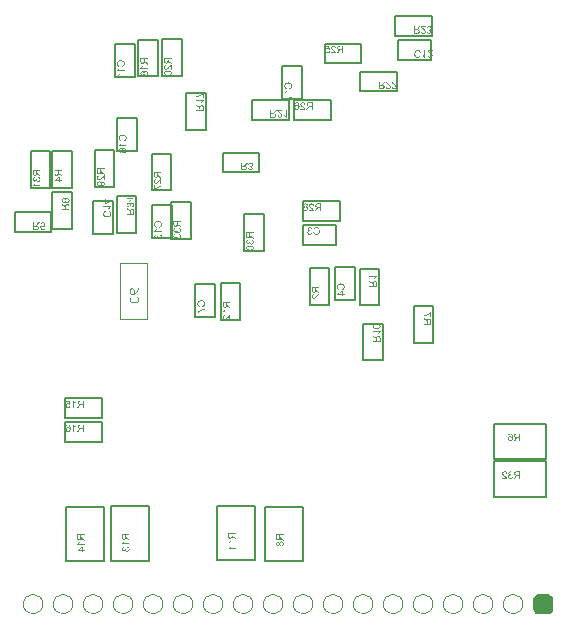
<source format=gbr>
%TF.GenerationSoftware,Altium Limited,Altium Designer,24.3.1 (35)*%
G04 Layer_Color=32768*
%FSLAX43Y43*%
%MOMM*%
%TF.SameCoordinates,9DAA59CA-406A-4E62-98C5-13318CB5E6F2*%
%TF.FilePolarity,Positive*%
%TF.FileFunction,Other,Bottom_Assembly*%
%TF.Part,Single*%
G01*
G75*
%TA.AperFunction,NonConductor*%
%ADD41C,0.200*%
%ADD58C,0.013*%
%ADD67C,0.100*%
G36*
X51887Y3185D02*
X52024Y3094D01*
X52115Y2958D01*
X52147Y2797D01*
X52139Y1972D01*
X52147D01*
X52115Y1811D01*
X52024Y1674D01*
X51887Y1583D01*
X51726Y1551D01*
X50901Y1559D01*
Y1551D01*
X50740Y1583D01*
X50604Y1674D01*
X50513Y1811D01*
X50481Y1972D01*
X50489Y2797D01*
X50481D01*
X50513Y2958D01*
X50604Y3094D01*
X50740Y3185D01*
X50901Y3217D01*
Y3209D01*
X51726D01*
Y3217D01*
X51887Y3185D01*
D02*
G37*
G36*
X20665Y34764D02*
X20381D01*
Y34654D01*
X20382Y34645D01*
Y34636D01*
X20382Y34630D01*
X20383Y34625D01*
Y34621D01*
X20384Y34620D01*
Y34619D01*
X20389Y34605D01*
X20392Y34598D01*
X20395Y34592D01*
X20397Y34587D01*
X20400Y34584D01*
X20401Y34581D01*
X20402Y34581D01*
X20407Y34573D01*
X20413Y34566D01*
X20421Y34558D01*
X20428Y34551D01*
X20434Y34546D01*
X20440Y34541D01*
X20443Y34538D01*
X20445Y34537D01*
X20457Y34527D01*
X20471Y34517D01*
X20486Y34507D01*
X20500Y34497D01*
X20512Y34489D01*
X20518Y34485D01*
X20523Y34481D01*
X20526Y34479D01*
X20530Y34477D01*
X20531Y34476D01*
X20532D01*
X20665Y34391D01*
Y34285D01*
X20491Y34396D01*
X20473Y34408D01*
X20456Y34421D01*
X20441Y34432D01*
X20430Y34443D01*
X20420Y34453D01*
X20412Y34460D01*
X20408Y34465D01*
X20407Y34466D01*
Y34466D01*
X20401Y34474D01*
X20395Y34481D01*
X20384Y34498D01*
X20380Y34506D01*
X20377Y34511D01*
X20375Y34516D01*
X20374Y34517D01*
X20372Y34501D01*
X20368Y34485D01*
X20364Y34471D01*
X20360Y34457D01*
X20355Y34445D01*
X20350Y34433D01*
X20345Y34423D01*
X20340Y34414D01*
X20335Y34406D01*
X20330Y34400D01*
X20326Y34394D01*
X20322Y34389D01*
X20319Y34386D01*
X20317Y34382D01*
X20316Y34381D01*
X20315Y34381D01*
X20306Y34373D01*
X20297Y34366D01*
X20287Y34360D01*
X20277Y34355D01*
X20258Y34347D01*
X20240Y34342D01*
X20224Y34339D01*
X20217Y34338D01*
X20212Y34337D01*
X20207Y34336D01*
X20203D01*
X20201D01*
X20200D01*
X20181Y34337D01*
X20162Y34341D01*
X20146Y34345D01*
X20132Y34350D01*
X20120Y34355D01*
X20111Y34359D01*
X20107Y34361D01*
X20105Y34362D01*
X20104Y34363D01*
X20103D01*
X20088Y34374D01*
X20075Y34386D01*
X20064Y34397D01*
X20056Y34409D01*
X20049Y34419D01*
X20045Y34427D01*
X20043Y34431D01*
X20042Y34433D01*
X20042Y34434D01*
Y34435D01*
X20038Y34443D01*
X20036Y34453D01*
X20032Y34474D01*
X20028Y34496D01*
X20027Y34516D01*
X20026Y34526D01*
X20025Y34536D01*
Y34543D01*
X20024Y34551D01*
Y34849D01*
X20665D01*
Y34764D01*
D02*
G37*
G36*
X20510Y34233D02*
X20524Y34230D01*
X20536Y34226D01*
X20549Y34221D01*
X20561Y34216D01*
X20571Y34211D01*
X20581Y34206D01*
X20591Y34201D01*
X20598Y34195D01*
X20606Y34190D01*
X20611Y34185D01*
X20616Y34181D01*
X20621Y34176D01*
X20623Y34174D01*
X20625Y34172D01*
X20626Y34171D01*
X20635Y34161D01*
X20642Y34150D01*
X20649Y34138D01*
X20655Y34126D01*
X20659Y34114D01*
X20663Y34102D01*
X20669Y34081D01*
X20671Y34071D01*
X20673Y34061D01*
X20674Y34052D01*
X20675Y34046D01*
X20676Y34040D01*
Y34032D01*
X20675Y34014D01*
X20673Y33998D01*
X20671Y33982D01*
X20666Y33968D01*
X20662Y33954D01*
X20657Y33942D01*
X20652Y33930D01*
X20646Y33919D01*
X20641Y33910D01*
X20636Y33902D01*
X20631Y33894D01*
X20627Y33888D01*
X20623Y33883D01*
X20621Y33880D01*
X20619Y33878D01*
X20618Y33877D01*
X20607Y33867D01*
X20596Y33857D01*
X20583Y33849D01*
X20571Y33842D01*
X20559Y33836D01*
X20547Y33831D01*
X20536Y33827D01*
X20525Y33823D01*
X20515Y33821D01*
X20506Y33819D01*
X20497Y33817D01*
X20490Y33817D01*
X20484Y33816D01*
X20479D01*
X20476D01*
X20476D01*
X20453Y33817D01*
X20434Y33821D01*
X20417Y33826D01*
X20402Y33832D01*
X20389Y33837D01*
X20385Y33840D01*
X20381Y33842D01*
X20377Y33844D01*
X20375Y33846D01*
X20374Y33847D01*
X20373D01*
X20359Y33860D01*
X20347Y33875D01*
X20337Y33889D01*
X20330Y33903D01*
X20325Y33916D01*
X20322Y33922D01*
X20321Y33927D01*
X20320Y33930D01*
X20319Y33933D01*
X20318Y33935D01*
Y33936D01*
X20310Y33921D01*
X20302Y33907D01*
X20292Y33896D01*
X20283Y33887D01*
X20276Y33879D01*
X20270Y33874D01*
X20266Y33871D01*
X20264Y33870D01*
X20251Y33862D01*
X20237Y33857D01*
X20225Y33853D01*
X20213Y33850D01*
X20203Y33848D01*
X20195Y33847D01*
X20190D01*
X20189D01*
X20188D01*
X20172Y33848D01*
X20157Y33851D01*
X20143Y33855D01*
X20131Y33859D01*
X20121Y33864D01*
X20112Y33867D01*
X20107Y33871D01*
X20107Y33872D01*
X20106D01*
X20092Y33881D01*
X20080Y33892D01*
X20069Y33903D01*
X20060Y33914D01*
X20053Y33924D01*
X20048Y33932D01*
X20047Y33935D01*
X20045Y33937D01*
X20044Y33938D01*
Y33939D01*
X20037Y33956D01*
X20031Y33972D01*
X20027Y33988D01*
X20024Y34003D01*
X20022Y34016D01*
Y34022D01*
X20022Y34026D01*
Y34035D01*
X20022Y34049D01*
X20023Y34062D01*
X20028Y34087D01*
X20036Y34109D01*
X20040Y34118D01*
X20043Y34127D01*
X20047Y34135D01*
X20052Y34142D01*
X20056Y34148D01*
X20059Y34153D01*
X20062Y34157D01*
X20064Y34160D01*
X20065Y34161D01*
X20066Y34162D01*
X20074Y34171D01*
X20083Y34180D01*
X20103Y34194D01*
X20123Y34205D01*
X20142Y34214D01*
X20152Y34217D01*
X20160Y34220D01*
X20168Y34222D01*
X20174Y34224D01*
X20180Y34226D01*
X20184Y34226D01*
X20187Y34227D01*
X20187D01*
X20202Y34149D01*
X20182Y34145D01*
X20164Y34140D01*
X20149Y34133D01*
X20137Y34126D01*
X20127Y34121D01*
X20121Y34116D01*
X20117Y34112D01*
X20116Y34111D01*
X20106Y34098D01*
X20099Y34086D01*
X20094Y34072D01*
X20090Y34061D01*
X20088Y34050D01*
X20087Y34041D01*
X20087Y34037D01*
Y34033D01*
X20087Y34017D01*
X20091Y34002D01*
X20096Y33989D01*
X20101Y33978D01*
X20107Y33970D01*
X20111Y33963D01*
X20114Y33960D01*
X20116Y33958D01*
X20127Y33948D01*
X20139Y33941D01*
X20151Y33936D01*
X20162Y33932D01*
X20172Y33930D01*
X20179Y33929D01*
X20185Y33928D01*
X20186D01*
X20187D01*
X20197Y33929D01*
X20206Y33930D01*
X20222Y33935D01*
X20237Y33941D01*
X20248Y33948D01*
X20257Y33956D01*
X20263Y33962D01*
X20267Y33967D01*
X20268Y33968D01*
Y33969D01*
X20277Y33984D01*
X20283Y34000D01*
X20287Y34015D01*
X20291Y34029D01*
X20292Y34041D01*
X20293Y34051D01*
X20294Y34054D01*
Y34063D01*
X20293Y34067D01*
X20292Y34070D01*
Y34072D01*
X20362Y34081D01*
X20359Y34069D01*
X20357Y34058D01*
X20355Y34048D01*
X20354Y34040D01*
X20353Y34034D01*
Y34025D01*
X20355Y34005D01*
X20359Y33987D01*
X20364Y33972D01*
X20371Y33959D01*
X20377Y33949D01*
X20382Y33942D01*
X20387Y33937D01*
X20388Y33935D01*
X20395Y33928D01*
X20402Y33923D01*
X20417Y33914D01*
X20431Y33907D01*
X20446Y33903D01*
X20458Y33901D01*
X20464Y33900D01*
X20468D01*
X20472Y33899D01*
X20475D01*
X20476D01*
X20477D01*
X20487D01*
X20497Y33901D01*
X20516Y33905D01*
X20532Y33912D01*
X20546Y33918D01*
X20557Y33925D01*
X20566Y33932D01*
X20568Y33934D01*
X20571Y33936D01*
X20571Y33937D01*
X20572Y33937D01*
X20579Y33945D01*
X20585Y33952D01*
X20595Y33968D01*
X20601Y33984D01*
X20606Y33999D01*
X20609Y34012D01*
X20610Y34017D01*
Y34022D01*
X20611Y34026D01*
Y34032D01*
X20609Y34048D01*
X20606Y34064D01*
X20601Y34077D01*
X20596Y34089D01*
X20591Y34099D01*
X20586Y34106D01*
X20582Y34110D01*
X20581Y34111D01*
X20576Y34117D01*
X20569Y34122D01*
X20553Y34132D01*
X20537Y34140D01*
X20521Y34146D01*
X20506Y34151D01*
X20501Y34152D01*
X20495Y34154D01*
X20491Y34155D01*
X20487Y34156D01*
X20485Y34156D01*
X20484D01*
X20495Y34235D01*
X20510Y34233D01*
D02*
G37*
G36*
Y33736D02*
X20524Y33732D01*
X20536Y33729D01*
X20549Y33724D01*
X20561Y33719D01*
X20571Y33714D01*
X20581Y33708D01*
X20591Y33703D01*
X20598Y33697D01*
X20606Y33692D01*
X20611Y33687D01*
X20616Y33683D01*
X20621Y33679D01*
X20623Y33677D01*
X20625Y33675D01*
X20626Y33674D01*
X20635Y33663D01*
X20642Y33652D01*
X20649Y33641D01*
X20655Y33628D01*
X20659Y33617D01*
X20663Y33605D01*
X20669Y33583D01*
X20671Y33573D01*
X20673Y33563D01*
X20674Y33555D01*
X20675Y33548D01*
X20676Y33542D01*
Y33534D01*
X20675Y33517D01*
X20673Y33501D01*
X20671Y33485D01*
X20666Y33471D01*
X20662Y33457D01*
X20657Y33444D01*
X20652Y33433D01*
X20646Y33422D01*
X20641Y33413D01*
X20636Y33404D01*
X20631Y33397D01*
X20627Y33391D01*
X20623Y33386D01*
X20621Y33383D01*
X20619Y33381D01*
X20618Y33380D01*
X20607Y33369D01*
X20596Y33360D01*
X20583Y33352D01*
X20571Y33344D01*
X20559Y33338D01*
X20547Y33333D01*
X20536Y33329D01*
X20525Y33326D01*
X20515Y33323D01*
X20506Y33322D01*
X20497Y33320D01*
X20490Y33319D01*
X20484Y33318D01*
X20479D01*
X20476D01*
X20476D01*
X20453Y33320D01*
X20434Y33323D01*
X20417Y33328D01*
X20402Y33334D01*
X20389Y33340D01*
X20385Y33343D01*
X20381Y33345D01*
X20377Y33347D01*
X20375Y33348D01*
X20374Y33350D01*
X20373D01*
X20359Y33363D01*
X20347Y33378D01*
X20337Y33392D01*
X20330Y33406D01*
X20325Y33418D01*
X20322Y33424D01*
X20321Y33429D01*
X20320Y33433D01*
X20319Y33436D01*
X20318Y33438D01*
Y33438D01*
X20310Y33423D01*
X20302Y33410D01*
X20292Y33398D01*
X20283Y33389D01*
X20276Y33382D01*
X20270Y33377D01*
X20266Y33373D01*
X20264Y33373D01*
X20251Y33365D01*
X20237Y33359D01*
X20225Y33356D01*
X20213Y33353D01*
X20203Y33351D01*
X20195Y33350D01*
X20190D01*
X20189D01*
X20188D01*
X20172Y33351D01*
X20157Y33353D01*
X20143Y33358D01*
X20131Y33362D01*
X20121Y33367D01*
X20112Y33370D01*
X20107Y33373D01*
X20107Y33374D01*
X20106D01*
X20092Y33383D01*
X20080Y33394D01*
X20069Y33406D01*
X20060Y33417D01*
X20053Y33427D01*
X20048Y33434D01*
X20047Y33438D01*
X20045Y33440D01*
X20044Y33441D01*
Y33442D01*
X20037Y33458D01*
X20031Y33475D01*
X20027Y33491D01*
X20024Y33506D01*
X20022Y33518D01*
Y33524D01*
X20022Y33528D01*
Y33537D01*
X20022Y33552D01*
X20023Y33565D01*
X20028Y33590D01*
X20036Y33612D01*
X20040Y33621D01*
X20043Y33630D01*
X20047Y33637D01*
X20052Y33645D01*
X20056Y33651D01*
X20059Y33656D01*
X20062Y33660D01*
X20064Y33662D01*
X20065Y33664D01*
X20066Y33665D01*
X20074Y33674D01*
X20083Y33682D01*
X20103Y33697D01*
X20123Y33707D01*
X20142Y33717D01*
X20152Y33720D01*
X20160Y33722D01*
X20168Y33725D01*
X20174Y33727D01*
X20180Y33728D01*
X20184Y33729D01*
X20187Y33730D01*
X20187D01*
X20202Y33652D01*
X20182Y33647D01*
X20164Y33642D01*
X20149Y33636D01*
X20137Y33629D01*
X20127Y33623D01*
X20121Y33618D01*
X20117Y33615D01*
X20116Y33613D01*
X20106Y33601D01*
X20099Y33588D01*
X20094Y33575D01*
X20090Y33563D01*
X20088Y33552D01*
X20087Y33543D01*
X20087Y33540D01*
Y33536D01*
X20087Y33519D01*
X20091Y33505D01*
X20096Y33492D01*
X20101Y33481D01*
X20107Y33472D01*
X20111Y33466D01*
X20114Y33463D01*
X20116Y33461D01*
X20127Y33451D01*
X20139Y33443D01*
X20151Y33438D01*
X20162Y33434D01*
X20172Y33433D01*
X20179Y33432D01*
X20185Y33431D01*
X20186D01*
X20187D01*
X20197Y33432D01*
X20206Y33433D01*
X20222Y33438D01*
X20237Y33443D01*
X20248Y33451D01*
X20257Y33458D01*
X20263Y33465D01*
X20267Y33470D01*
X20268Y33471D01*
Y33472D01*
X20277Y33487D01*
X20283Y33502D01*
X20287Y33517D01*
X20291Y33532D01*
X20292Y33543D01*
X20293Y33553D01*
X20294Y33557D01*
Y33566D01*
X20293Y33570D01*
X20292Y33572D01*
Y33574D01*
X20362Y33583D01*
X20359Y33572D01*
X20357Y33561D01*
X20355Y33551D01*
X20354Y33542D01*
X20353Y33537D01*
Y33527D01*
X20355Y33507D01*
X20359Y33490D01*
X20364Y33475D01*
X20371Y33462D01*
X20377Y33452D01*
X20382Y33444D01*
X20387Y33439D01*
X20388Y33438D01*
X20395Y33431D01*
X20402Y33426D01*
X20417Y33417D01*
X20431Y33410D01*
X20446Y33406D01*
X20458Y33403D01*
X20464Y33403D01*
X20468D01*
X20472Y33402D01*
X20475D01*
X20476D01*
X20477D01*
X20487D01*
X20497Y33403D01*
X20516Y33408D01*
X20532Y33414D01*
X20546Y33421D01*
X20557Y33428D01*
X20566Y33434D01*
X20568Y33437D01*
X20571Y33438D01*
X20571Y33439D01*
X20572Y33440D01*
X20579Y33447D01*
X20585Y33455D01*
X20595Y33471D01*
X20601Y33487D01*
X20606Y33502D01*
X20609Y33514D01*
X20610Y33520D01*
Y33525D01*
X20611Y33528D01*
Y33534D01*
X20609Y33551D01*
X20606Y33567D01*
X20601Y33580D01*
X20596Y33592D01*
X20591Y33602D01*
X20586Y33608D01*
X20582Y33612D01*
X20581Y33614D01*
X20576Y33620D01*
X20569Y33625D01*
X20553Y33634D01*
X20537Y33642D01*
X20521Y33648D01*
X20506Y33653D01*
X20501Y33655D01*
X20495Y33657D01*
X20491Y33657D01*
X20487Y33658D01*
X20485Y33659D01*
X20484D01*
X20495Y33737D01*
X20510Y33736D01*
D02*
G37*
G36*
X16289Y36798D02*
X16704D01*
Y36734D01*
X16289Y36442D01*
X16217D01*
Y36720D01*
X16064D01*
Y36798D01*
X16217D01*
Y36885D01*
X16289D01*
Y36798D01*
D02*
G37*
G36*
X16275Y36388D02*
X16294Y36385D01*
X16312Y36380D01*
X16327Y36374D01*
X16339Y36368D01*
X16344Y36366D01*
X16348Y36363D01*
X16351Y36362D01*
X16354Y36360D01*
X16354Y36358D01*
X16355D01*
X16369Y36346D01*
X16381Y36331D01*
X16391Y36317D01*
X16399Y36302D01*
X16404Y36290D01*
X16406Y36284D01*
X16408Y36279D01*
X16409Y36276D01*
X16409Y36272D01*
X16410Y36271D01*
Y36270D01*
X16419Y36285D01*
X16427Y36298D01*
X16436Y36310D01*
X16445Y36319D01*
X16453Y36327D01*
X16459Y36332D01*
X16463Y36335D01*
X16464Y36336D01*
X16478Y36343D01*
X16491Y36349D01*
X16504Y36352D01*
X16515Y36356D01*
X16525Y36357D01*
X16534Y36358D01*
X16538D01*
X16539D01*
X16540D01*
X16556Y36357D01*
X16571Y36355D01*
X16585Y36351D01*
X16598Y36347D01*
X16608Y36342D01*
X16616Y36338D01*
X16621Y36335D01*
X16622Y36334D01*
X16623D01*
X16637Y36325D01*
X16648Y36314D01*
X16659Y36302D01*
X16668Y36292D01*
X16675Y36282D01*
X16680Y36274D01*
X16682Y36271D01*
X16683Y36268D01*
X16684Y36267D01*
Y36267D01*
X16692Y36250D01*
X16698Y36233D01*
X16701Y36217D01*
X16704Y36202D01*
X16706Y36190D01*
Y36184D01*
X16707Y36180D01*
Y36171D01*
X16706Y36157D01*
X16705Y36143D01*
X16700Y36118D01*
X16693Y36097D01*
X16688Y36087D01*
X16685Y36078D01*
X16681Y36071D01*
X16677Y36063D01*
X16673Y36057D01*
X16669Y36052D01*
X16667Y36048D01*
X16664Y36046D01*
X16663Y36044D01*
X16663Y36043D01*
X16654Y36034D01*
X16645Y36026D01*
X16625Y36012D01*
X16605Y36001D01*
X16586Y35992D01*
X16577Y35988D01*
X16568Y35986D01*
X16560Y35983D01*
X16554Y35982D01*
X16548Y35980D01*
X16544Y35979D01*
X16542Y35978D01*
X16541D01*
X16527Y36057D01*
X16547Y36061D01*
X16564Y36066D01*
X16579Y36072D01*
X16591Y36079D01*
X16601Y36085D01*
X16608Y36090D01*
X16611Y36093D01*
X16613Y36095D01*
X16623Y36107D01*
X16629Y36120D01*
X16634Y36133D01*
X16638Y36145D01*
X16640Y36156D01*
X16641Y36165D01*
X16642Y36168D01*
Y36172D01*
X16641Y36189D01*
X16638Y36203D01*
X16633Y36217D01*
X16628Y36227D01*
X16622Y36236D01*
X16618Y36242D01*
X16614Y36246D01*
X16613Y36247D01*
X16602Y36257D01*
X16589Y36265D01*
X16578Y36270D01*
X16567Y36274D01*
X16557Y36276D01*
X16549Y36277D01*
X16543Y36277D01*
X16543D01*
X16542D01*
X16532Y36277D01*
X16523Y36276D01*
X16506Y36271D01*
X16492Y36265D01*
X16480Y36257D01*
X16472Y36250D01*
X16465Y36243D01*
X16462Y36238D01*
X16460Y36237D01*
Y36237D01*
X16452Y36222D01*
X16445Y36206D01*
X16441Y36191D01*
X16438Y36177D01*
X16436Y36165D01*
X16435Y36155D01*
X16434Y36152D01*
Y36142D01*
X16435Y36138D01*
X16436Y36136D01*
Y36134D01*
X16367Y36125D01*
X16369Y36137D01*
X16372Y36147D01*
X16374Y36157D01*
X16374Y36166D01*
X16375Y36172D01*
Y36181D01*
X16374Y36201D01*
X16369Y36218D01*
X16364Y36233D01*
X16358Y36247D01*
X16351Y36257D01*
X16346Y36264D01*
X16342Y36269D01*
X16340Y36271D01*
X16334Y36277D01*
X16326Y36282D01*
X16312Y36292D01*
X16297Y36298D01*
X16283Y36302D01*
X16270Y36305D01*
X16264Y36306D01*
X16260D01*
X16256Y36307D01*
X16254D01*
X16252D01*
X16251D01*
X16241D01*
X16231Y36305D01*
X16213Y36301D01*
X16196Y36294D01*
X16183Y36287D01*
X16171Y36281D01*
X16163Y36274D01*
X16160Y36272D01*
X16158Y36270D01*
X16157Y36269D01*
X16156Y36268D01*
X16149Y36261D01*
X16144Y36253D01*
X16134Y36237D01*
X16127Y36222D01*
X16123Y36207D01*
X16119Y36194D01*
X16119Y36188D01*
Y36183D01*
X16118Y36180D01*
Y36174D01*
X16119Y36157D01*
X16123Y36142D01*
X16127Y36128D01*
X16133Y36117D01*
X16138Y36107D01*
X16143Y36100D01*
X16146Y36096D01*
X16147Y36094D01*
X16153Y36088D01*
X16159Y36083D01*
X16175Y36074D01*
X16191Y36066D01*
X16207Y36060D01*
X16222Y36055D01*
X16228Y36053D01*
X16234Y36052D01*
X16238Y36051D01*
X16241Y36050D01*
X16244Y36049D01*
X16244D01*
X16234Y35971D01*
X16219Y35972D01*
X16204Y35976D01*
X16192Y35979D01*
X16179Y35984D01*
X16168Y35989D01*
X16157Y35994D01*
X16147Y36000D01*
X16138Y36005D01*
X16130Y36011D01*
X16123Y36016D01*
X16117Y36021D01*
X16112Y36025D01*
X16108Y36029D01*
X16105Y36032D01*
X16104Y36033D01*
X16103Y36034D01*
X16094Y36045D01*
X16086Y36056D01*
X16079Y36067D01*
X16074Y36080D01*
X16069Y36092D01*
X16065Y36103D01*
X16059Y36125D01*
X16057Y36135D01*
X16055Y36145D01*
X16054Y36153D01*
X16054Y36160D01*
X16053Y36166D01*
Y36174D01*
X16054Y36192D01*
X16055Y36207D01*
X16058Y36223D01*
X16062Y36237D01*
X16066Y36252D01*
X16071Y36264D01*
X16076Y36276D01*
X16082Y36287D01*
X16087Y36296D01*
X16092Y36304D01*
X16097Y36312D01*
X16101Y36317D01*
X16105Y36322D01*
X16108Y36326D01*
X16109Y36327D01*
X16110Y36328D01*
X16121Y36339D01*
X16133Y36348D01*
X16145Y36357D01*
X16157Y36364D01*
X16169Y36370D01*
X16181Y36375D01*
X16193Y36379D01*
X16204Y36382D01*
X16214Y36385D01*
X16223Y36387D01*
X16231Y36388D01*
X16239Y36389D01*
X16244Y36390D01*
X16249D01*
X16252D01*
X16253D01*
X16275Y36388D01*
D02*
G37*
G36*
X16237Y35810D02*
X16255Y35798D01*
X16272Y35785D01*
X16287Y35773D01*
X16299Y35763D01*
X16309Y35753D01*
X16316Y35746D01*
X16320Y35741D01*
X16322Y35740D01*
Y35739D01*
X16328Y35732D01*
X16334Y35724D01*
X16344Y35708D01*
X16349Y35700D01*
X16352Y35694D01*
X16354Y35690D01*
X16354Y35688D01*
X16357Y35705D01*
X16360Y35721D01*
X16364Y35735D01*
X16369Y35748D01*
X16374Y35761D01*
X16379Y35773D01*
X16384Y35783D01*
X16389Y35792D01*
X16394Y35799D01*
X16399Y35806D01*
X16403Y35812D01*
X16406Y35817D01*
X16409Y35820D01*
X16412Y35823D01*
X16413Y35824D01*
X16414Y35825D01*
X16423Y35832D01*
X16432Y35840D01*
X16442Y35846D01*
X16451Y35851D01*
X16470Y35858D01*
X16489Y35863D01*
X16504Y35867D01*
X16511Y35867D01*
X16517Y35868D01*
X16522Y35869D01*
X16525D01*
X16528D01*
X16528D01*
X16548Y35868D01*
X16566Y35865D01*
X16583Y35861D01*
X16597Y35856D01*
X16608Y35851D01*
X16618Y35847D01*
X16621Y35845D01*
X16623Y35843D01*
X16624Y35842D01*
X16625D01*
X16640Y35832D01*
X16653Y35820D01*
X16664Y35808D01*
X16673Y35797D01*
X16679Y35787D01*
X16683Y35778D01*
X16685Y35775D01*
X16686Y35773D01*
X16687Y35772D01*
Y35771D01*
X16690Y35763D01*
X16693Y35753D01*
X16697Y35732D01*
X16700Y35710D01*
X16702Y35689D01*
X16703Y35679D01*
X16703Y35670D01*
Y35663D01*
X16704Y35655D01*
Y35357D01*
X16064D01*
Y35442D01*
X16348D01*
Y35552D01*
X16347Y35561D01*
Y35569D01*
X16346Y35576D01*
X16345Y35581D01*
Y35584D01*
X16344Y35586D01*
Y35587D01*
X16339Y35601D01*
X16337Y35608D01*
X16334Y35613D01*
X16331Y35618D01*
X16329Y35622D01*
X16328Y35624D01*
X16327Y35625D01*
X16321Y35633D01*
X16315Y35640D01*
X16308Y35648D01*
X16300Y35654D01*
X16294Y35660D01*
X16289Y35664D01*
X16285Y35668D01*
X16284Y35668D01*
X16271Y35678D01*
X16257Y35688D01*
X16243Y35698D01*
X16229Y35708D01*
X16216Y35717D01*
X16210Y35721D01*
X16205Y35724D01*
X16202Y35727D01*
X16199Y35728D01*
X16197Y35730D01*
X16196D01*
X16064Y35814D01*
Y35921D01*
X16237Y35810D01*
D02*
G37*
G36*
X15750Y42137D02*
X15783Y42133D01*
X15811Y42128D01*
X15825Y42125D01*
X15837Y42122D01*
X15848Y42119D01*
X15859Y42116D01*
X15868Y42113D01*
X15875Y42111D01*
X15881Y42108D01*
X15885Y42107D01*
X15888Y42105D01*
X15889D01*
X15917Y42091D01*
X15942Y42076D01*
X15963Y42059D01*
X15971Y42051D01*
X15980Y42043D01*
X15987Y42036D01*
X15994Y42029D01*
X15999Y42022D01*
X16003Y42017D01*
X16007Y42013D01*
X16009Y42009D01*
X16010Y42007D01*
X16011Y42006D01*
X16019Y41993D01*
X16025Y41981D01*
X16035Y41953D01*
X16043Y41925D01*
X16047Y41898D01*
X16049Y41885D01*
X16051Y41874D01*
X16052Y41864D01*
Y41856D01*
X16053Y41848D01*
Y41838D01*
X16052Y41820D01*
X16050Y41802D01*
X16048Y41785D01*
X16044Y41770D01*
X16040Y41755D01*
X16035Y41741D01*
X16031Y41728D01*
X16025Y41716D01*
X16020Y41706D01*
X16016Y41696D01*
X16011Y41688D01*
X16007Y41681D01*
X16003Y41676D01*
X16001Y41672D01*
X15999Y41670D01*
X15998Y41669D01*
X15987Y41656D01*
X15976Y41645D01*
X15963Y41635D01*
X15950Y41625D01*
X15924Y41608D01*
X15898Y41595D01*
X15886Y41589D01*
X15875Y41585D01*
X15865Y41581D01*
X15857Y41578D01*
X15849Y41576D01*
X15844Y41574D01*
X15840Y41573D01*
X15839D01*
X15818Y41658D01*
X15833Y41662D01*
X15847Y41666D01*
X15860Y41671D01*
X15872Y41675D01*
X15883Y41681D01*
X15892Y41687D01*
X15901Y41693D01*
X15910Y41699D01*
X15917Y41703D01*
X15922Y41709D01*
X15928Y41713D01*
X15933Y41717D01*
X15935Y41721D01*
X15938Y41723D01*
X15939Y41724D01*
X15940Y41725D01*
X15947Y41735D01*
X15953Y41745D01*
X15963Y41765D01*
X15971Y41785D01*
X15975Y41804D01*
X15979Y41821D01*
X15980Y41827D01*
Y41834D01*
X15981Y41839D01*
Y41846D01*
X15980Y41867D01*
X15976Y41887D01*
X15971Y41906D01*
X15966Y41922D01*
X15960Y41935D01*
X15958Y41941D01*
X15956Y41945D01*
X15954Y41949D01*
X15952Y41952D01*
X15951Y41954D01*
Y41955D01*
X15938Y41972D01*
X15924Y41987D01*
X15909Y42000D01*
X15894Y42010D01*
X15881Y42018D01*
X15870Y42024D01*
X15865Y42026D01*
X15862Y42028D01*
X15861Y42029D01*
X15860D01*
X15836Y42036D01*
X15811Y42042D01*
X15787Y42046D01*
X15765Y42049D01*
X15755Y42050D01*
X15746Y42051D01*
X15738D01*
X15731Y42052D01*
X15726D01*
X15721D01*
X15718D01*
X15717D01*
X15693Y42051D01*
X15671Y42049D01*
X15651Y42045D01*
X15632Y42042D01*
X15616Y42039D01*
X15610Y42037D01*
X15604Y42035D01*
X15600Y42034D01*
X15597Y42033D01*
X15595Y42032D01*
X15594D01*
X15573Y42023D01*
X15554Y42013D01*
X15538Y42002D01*
X15524Y41990D01*
X15513Y41980D01*
X15505Y41971D01*
X15501Y41965D01*
X15499Y41964D01*
Y41963D01*
X15487Y41944D01*
X15478Y41922D01*
X15471Y41902D01*
X15468Y41883D01*
X15465Y41865D01*
X15464Y41858D01*
Y41851D01*
X15463Y41846D01*
Y41839D01*
X15464Y41816D01*
X15468Y41795D01*
X15473Y41777D01*
X15479Y41761D01*
X15485Y41749D01*
X15490Y41740D01*
X15493Y41735D01*
X15495Y41733D01*
X15509Y41718D01*
X15525Y41704D01*
X15542Y41693D01*
X15558Y41684D01*
X15573Y41676D01*
X15580Y41674D01*
X15586Y41672D01*
X15591Y41670D01*
X15594Y41668D01*
X15596Y41667D01*
X15597D01*
X15578Y41584D01*
X15561Y41589D01*
X15546Y41595D01*
X15532Y41602D01*
X15518Y41609D01*
X15506Y41616D01*
X15495Y41625D01*
X15484Y41632D01*
X15475Y41639D01*
X15468Y41647D01*
X15460Y41653D01*
X15454Y41660D01*
X15449Y41664D01*
X15444Y41669D01*
X15442Y41673D01*
X15441Y41674D01*
X15440Y41675D01*
X15432Y41688D01*
X15423Y41701D01*
X15417Y41714D01*
X15411Y41728D01*
X15403Y41756D01*
X15397Y41781D01*
X15395Y41793D01*
X15394Y41803D01*
X15393Y41813D01*
X15392Y41821D01*
X15391Y41828D01*
Y41837D01*
X15393Y41868D01*
X15397Y41897D01*
X15403Y41923D01*
X15407Y41935D01*
X15410Y41946D01*
X15414Y41956D01*
X15418Y41966D01*
X15420Y41973D01*
X15423Y41981D01*
X15426Y41985D01*
X15428Y41989D01*
X15429Y41992D01*
X15430Y41993D01*
X15445Y42018D01*
X15464Y42039D01*
X15482Y42057D01*
X15501Y42073D01*
X15517Y42085D01*
X15525Y42090D01*
X15531Y42093D01*
X15536Y42097D01*
X15540Y42099D01*
X15542Y42100D01*
X15543Y42101D01*
X15572Y42114D01*
X15602Y42123D01*
X15631Y42129D01*
X15658Y42134D01*
X15670Y42136D01*
X15682Y42137D01*
X15691Y42138D01*
X15701D01*
X15707Y42139D01*
X15713D01*
X15716D01*
X15717D01*
X15750Y42137D01*
D02*
G37*
G36*
X15630Y41427D02*
X15624Y41413D01*
X15617Y41399D01*
X15611Y41386D01*
X15605Y41375D01*
X15601Y41366D01*
X15597Y41360D01*
X15596Y41359D01*
Y41358D01*
X15586Y41342D01*
X15576Y41327D01*
X15566Y41314D01*
X15558Y41304D01*
X15552Y41294D01*
X15546Y41289D01*
X15542Y41284D01*
X15542Y41283D01*
X16042D01*
Y41205D01*
X15399D01*
Y41256D01*
X15415Y41265D01*
X15430Y41275D01*
X15444Y41287D01*
X15457Y41298D01*
X15468Y41309D01*
X15478Y41318D01*
X15481Y41321D01*
X15483Y41324D01*
X15484Y41325D01*
X15485Y41326D01*
X15501Y41345D01*
X15516Y41365D01*
X15529Y41383D01*
X15539Y41402D01*
X15548Y41417D01*
X15552Y41424D01*
X15554Y41429D01*
X15557Y41434D01*
X15558Y41438D01*
X15560Y41440D01*
Y41441D01*
X15636D01*
X15630Y41427D01*
D02*
G37*
G36*
X15773Y41006D02*
X15800Y41004D01*
X15826Y41001D01*
X15850Y40997D01*
X15872Y40992D01*
X15891Y40988D01*
X15909Y40982D01*
X15924Y40976D01*
X15937Y40970D01*
X15949Y40964D01*
X15958Y40960D01*
X15967Y40954D01*
X15973Y40951D01*
X15977Y40948D01*
X15980Y40946D01*
X15981Y40945D01*
X15994Y40933D01*
X16005Y40920D01*
X16014Y40907D01*
X16022Y40894D01*
X16030Y40880D01*
X16035Y40867D01*
X16040Y40854D01*
X16044Y40841D01*
X16046Y40830D01*
X16049Y40819D01*
X16051Y40810D01*
X16052Y40802D01*
Y40794D01*
X16053Y40790D01*
Y40785D01*
X16052Y40764D01*
X16048Y40744D01*
X16044Y40727D01*
X16039Y40711D01*
X16034Y40699D01*
X16030Y40690D01*
X16029Y40686D01*
X16027Y40683D01*
X16026Y40682D01*
Y40682D01*
X16015Y40666D01*
X16002Y40651D01*
X15989Y40639D01*
X15976Y40629D01*
X15964Y40620D01*
X15955Y40615D01*
X15951Y40613D01*
X15948Y40611D01*
X15947Y40610D01*
X15946D01*
X15927Y40601D01*
X15907Y40595D01*
X15888Y40590D01*
X15871Y40587D01*
X15856Y40584D01*
X15850D01*
X15845Y40583D01*
X15840D01*
X15837D01*
X15836D01*
X15835D01*
X15818Y40584D01*
X15802Y40586D01*
X15787Y40589D01*
X15773Y40592D01*
X15760Y40596D01*
X15747Y40601D01*
X15736Y40606D01*
X15726Y40611D01*
X15716Y40617D01*
X15708Y40621D01*
X15701Y40626D01*
X15695Y40631D01*
X15690Y40633D01*
X15688Y40636D01*
X15686Y40638D01*
X15685Y40639D01*
X15675Y40649D01*
X15665Y40660D01*
X15658Y40672D01*
X15652Y40683D01*
X15645Y40694D01*
X15640Y40706D01*
X15634Y40727D01*
X15631Y40736D01*
X15629Y40745D01*
X15628Y40753D01*
X15628Y40760D01*
X15627Y40766D01*
Y40773D01*
X15628Y40790D01*
X15630Y40805D01*
X15633Y40820D01*
X15637Y40833D01*
X15641Y40844D01*
X15644Y40853D01*
X15647Y40858D01*
X15648Y40859D01*
Y40860D01*
X15657Y40875D01*
X15667Y40888D01*
X15677Y40900D01*
X15689Y40909D01*
X15698Y40917D01*
X15705Y40924D01*
X15711Y40927D01*
X15712Y40928D01*
X15695D01*
X15678Y40927D01*
X15664Y40927D01*
X15649Y40925D01*
X15636Y40924D01*
X15624Y40922D01*
X15613Y40920D01*
X15603Y40917D01*
X15593Y40915D01*
X15586Y40914D01*
X15579Y40912D01*
X15574Y40911D01*
X15570Y40909D01*
X15567Y40908D01*
X15566Y40907D01*
X15565D01*
X15546Y40898D01*
X15530Y40889D01*
X15517Y40878D01*
X15505Y40869D01*
X15496Y40861D01*
X15490Y40854D01*
X15486Y40850D01*
X15485Y40848D01*
X15478Y40837D01*
X15473Y40826D01*
X15469Y40815D01*
X15467Y40804D01*
X15465Y40795D01*
X15464Y40788D01*
Y40781D01*
X15466Y40765D01*
X15469Y40749D01*
X15475Y40736D01*
X15481Y40724D01*
X15487Y40715D01*
X15493Y40708D01*
X15496Y40705D01*
X15498Y40703D01*
X15506Y40696D01*
X15517Y40690D01*
X15528Y40684D01*
X15539Y40681D01*
X15549Y40677D01*
X15557Y40674D01*
X15563Y40673D01*
X15564Y40672D01*
X15565D01*
X15558Y40594D01*
X15532Y40599D01*
X15509Y40608D01*
X15489Y40617D01*
X15472Y40627D01*
X15459Y40637D01*
X15454Y40641D01*
X15449Y40645D01*
X15446Y40648D01*
X15444Y40651D01*
X15443Y40652D01*
X15442Y40653D01*
X15434Y40662D01*
X15428Y40672D01*
X15417Y40693D01*
X15409Y40713D01*
X15405Y40732D01*
X15401Y40750D01*
X15400Y40757D01*
Y40764D01*
X15399Y40769D01*
Y40777D01*
X15400Y40795D01*
X15402Y40813D01*
X15406Y40829D01*
X15410Y40845D01*
X15417Y40859D01*
X15422Y40873D01*
X15430Y40885D01*
X15436Y40896D01*
X15443Y40905D01*
X15450Y40915D01*
X15456Y40922D01*
X15461Y40927D01*
X15467Y40932D01*
X15470Y40936D01*
X15472Y40938D01*
X15473Y40939D01*
X15490Y40951D01*
X15509Y40961D01*
X15530Y40970D01*
X15551Y40978D01*
X15573Y40985D01*
X15595Y40990D01*
X15618Y40995D01*
X15640Y40999D01*
X15661Y41001D01*
X15680Y41003D01*
X15698Y41005D01*
X15713Y41006D01*
X15726D01*
X15735Y41007D01*
X15738D01*
X15741D01*
X15742D01*
X15743D01*
X15773Y41006D01*
D02*
G37*
G36*
X29771Y46556D02*
X29804Y46553D01*
X29832Y46548D01*
X29846Y46544D01*
X29858Y46542D01*
X29869Y46539D01*
X29879Y46535D01*
X29889Y46532D01*
X29896Y46530D01*
X29902Y46528D01*
X29906Y46527D01*
X29909Y46525D01*
X29910D01*
X29938Y46511D01*
X29963Y46495D01*
X29984Y46479D01*
X29992Y46470D01*
X30001Y46463D01*
X30008Y46456D01*
X30014Y46448D01*
X30020Y46442D01*
X30024Y46436D01*
X30027Y46432D01*
X30030Y46429D01*
X30031Y46427D01*
X30032Y46426D01*
X30039Y46413D01*
X30046Y46400D01*
X30056Y46372D01*
X30063Y46345D01*
X30068Y46318D01*
X30070Y46305D01*
X30072Y46294D01*
X30073Y46284D01*
Y46275D01*
X30074Y46268D01*
Y46258D01*
X30073Y46239D01*
X30071Y46222D01*
X30069Y46205D01*
X30065Y46189D01*
X30061Y46175D01*
X30056Y46161D01*
X30051Y46148D01*
X30046Y46136D01*
X30041Y46126D01*
X30037Y46115D01*
X30032Y46108D01*
X30027Y46101D01*
X30024Y46096D01*
X30022Y46091D01*
X30020Y46089D01*
X30019Y46089D01*
X30008Y46076D01*
X29997Y46064D01*
X29984Y46054D01*
X29971Y46044D01*
X29945Y46028D01*
X29919Y46015D01*
X29907Y46009D01*
X29896Y46004D01*
X29886Y46001D01*
X29878Y45998D01*
X29870Y45995D01*
X29865Y45993D01*
X29861Y45992D01*
X29860D01*
X29839Y46077D01*
X29854Y46081D01*
X29867Y46086D01*
X29880Y46090D01*
X29892Y46095D01*
X29903Y46101D01*
X29913Y46106D01*
X29922Y46113D01*
X29930Y46118D01*
X29938Y46123D01*
X29943Y46128D01*
X29949Y46133D01*
X29953Y46137D01*
X29956Y46140D01*
X29959Y46143D01*
X29960Y46144D01*
X29961Y46145D01*
X29968Y46154D01*
X29974Y46164D01*
X29984Y46185D01*
X29991Y46204D01*
X29996Y46224D01*
X30000Y46240D01*
X30001Y46247D01*
Y46253D01*
X30001Y46259D01*
Y46265D01*
X30001Y46286D01*
X29997Y46307D01*
X29992Y46325D01*
X29987Y46342D01*
X29981Y46355D01*
X29978Y46360D01*
X29977Y46365D01*
X29975Y46369D01*
X29973Y46371D01*
X29972Y46373D01*
Y46374D01*
X29959Y46392D01*
X29945Y46407D01*
X29929Y46420D01*
X29915Y46430D01*
X29902Y46438D01*
X29891Y46444D01*
X29886Y46445D01*
X29883Y46447D01*
X29881Y46448D01*
X29880D01*
X29856Y46456D01*
X29832Y46461D01*
X29808Y46466D01*
X29786Y46469D01*
X29776Y46469D01*
X29767Y46470D01*
X29758D01*
X29752Y46471D01*
X29746D01*
X29742D01*
X29739D01*
X29738D01*
X29714Y46470D01*
X29692Y46469D01*
X29671Y46465D01*
X29653Y46461D01*
X29637Y46458D01*
X29631Y46457D01*
X29625Y46455D01*
X29621Y46454D01*
X29618Y46453D01*
X29616Y46452D01*
X29615D01*
X29594Y46443D01*
X29574Y46432D01*
X29559Y46421D01*
X29545Y46409D01*
X29534Y46399D01*
X29526Y46391D01*
X29522Y46384D01*
X29520Y46383D01*
Y46383D01*
X29508Y46363D01*
X29499Y46342D01*
X29492Y46322D01*
X29488Y46302D01*
X29486Y46285D01*
X29485Y46277D01*
Y46271D01*
X29484Y46266D01*
Y46259D01*
X29485Y46236D01*
X29488Y46214D01*
X29494Y46197D01*
X29499Y46181D01*
X29506Y46169D01*
X29511Y46160D01*
X29514Y46154D01*
X29516Y46152D01*
X29530Y46138D01*
X29546Y46124D01*
X29562Y46113D01*
X29579Y46103D01*
X29594Y46096D01*
X29601Y46093D01*
X29607Y46091D01*
X29611Y46089D01*
X29615Y46088D01*
X29617Y46087D01*
X29618D01*
X29598Y46003D01*
X29582Y46009D01*
X29567Y46015D01*
X29553Y46022D01*
X29539Y46028D01*
X29527Y46036D01*
X29516Y46044D01*
X29505Y46052D01*
X29496Y46059D01*
X29488Y46066D01*
X29481Y46073D01*
X29474Y46079D01*
X29470Y46084D01*
X29465Y46089D01*
X29462Y46092D01*
X29462Y46094D01*
X29461Y46095D01*
X29452Y46108D01*
X29444Y46121D01*
X29438Y46134D01*
X29432Y46148D01*
X29424Y46175D01*
X29418Y46200D01*
X29415Y46212D01*
X29414Y46223D01*
X29413Y46233D01*
X29413Y46241D01*
X29412Y46248D01*
Y46257D01*
X29413Y46287D01*
X29418Y46317D01*
X29424Y46343D01*
X29427Y46355D01*
X29431Y46366D01*
X29435Y46376D01*
X29438Y46385D01*
X29441Y46393D01*
X29444Y46400D01*
X29447Y46405D01*
X29449Y46408D01*
X29450Y46411D01*
X29450Y46412D01*
X29466Y46437D01*
X29485Y46458D01*
X29503Y46477D01*
X29522Y46493D01*
X29538Y46505D01*
X29546Y46509D01*
X29552Y46513D01*
X29557Y46517D01*
X29560Y46518D01*
X29563Y46519D01*
X29564Y46520D01*
X29593Y46533D01*
X29622Y46542D01*
X29652Y46549D01*
X29679Y46554D01*
X29691Y46555D01*
X29703Y46556D01*
X29712Y46557D01*
X29721D01*
X29728Y46558D01*
X29733D01*
X29737D01*
X29738D01*
X29771Y46556D01*
D02*
G37*
G36*
X29651Y45846D02*
X29645Y45832D01*
X29638Y45819D01*
X29632Y45806D01*
X29626Y45795D01*
X29622Y45785D01*
X29618Y45780D01*
X29617Y45779D01*
Y45778D01*
X29607Y45761D01*
X29597Y45746D01*
X29587Y45734D01*
X29579Y45723D01*
X29573Y45714D01*
X29567Y45709D01*
X29563Y45704D01*
X29562Y45703D01*
X30063D01*
Y45624D01*
X29420D01*
Y45675D01*
X29436Y45685D01*
X29450Y45695D01*
X29465Y45707D01*
X29478Y45718D01*
X29489Y45729D01*
X29499Y45737D01*
X29501Y45741D01*
X29504Y45744D01*
X29505Y45745D01*
X29506Y45746D01*
X29522Y45765D01*
X29536Y45784D01*
X29549Y45803D01*
X29560Y45821D01*
X29569Y45837D01*
X29573Y45844D01*
X29575Y45849D01*
X29578Y45854D01*
X29579Y45857D01*
X29581Y45859D01*
Y45860D01*
X29657D01*
X29651Y45846D01*
D02*
G37*
G36*
X29507Y45104D02*
X29534Y45126D01*
X29562Y45147D01*
X29590Y45166D01*
X29617Y45183D01*
X29629Y45191D01*
X29640Y45197D01*
X29650Y45204D01*
X29658Y45208D01*
X29666Y45212D01*
X29670Y45215D01*
X29674Y45217D01*
X29675Y45218D01*
X29712Y45236D01*
X29749Y45253D01*
X29784Y45267D01*
X29800Y45272D01*
X29816Y45278D01*
X29830Y45283D01*
X29842Y45287D01*
X29854Y45291D01*
X29863Y45293D01*
X29871Y45296D01*
X29877Y45298D01*
X29880Y45299D01*
X29881D01*
X29919Y45308D01*
X29938Y45312D01*
X29954Y45315D01*
X29970Y45317D01*
X29986Y45320D01*
X29999Y45322D01*
X30012Y45324D01*
X30023Y45325D01*
X30033Y45326D01*
X30042Y45327D01*
X30050D01*
X30055Y45328D01*
X30059D01*
X30062D01*
X30063D01*
Y45247D01*
X30027Y45244D01*
X29995Y45240D01*
X29965Y45235D01*
X29952Y45232D01*
X29939Y45230D01*
X29928Y45228D01*
X29917Y45225D01*
X29908Y45223D01*
X29901Y45221D01*
X29895Y45219D01*
X29891Y45219D01*
X29888Y45218D01*
X29887D01*
X29844Y45204D01*
X29805Y45189D01*
X29785Y45182D01*
X29767Y45174D01*
X29750Y45166D01*
X29733Y45158D01*
X29719Y45152D01*
X29706Y45145D01*
X29695Y45140D01*
X29684Y45135D01*
X29676Y45131D01*
X29670Y45128D01*
X29667Y45126D01*
X29666Y45125D01*
X29646Y45114D01*
X29627Y45103D01*
X29609Y45092D01*
X29593Y45081D01*
X29578Y45071D01*
X29563Y45060D01*
X29550Y45050D01*
X29539Y45042D01*
X29528Y45034D01*
X29519Y45026D01*
X29511Y45019D01*
X29505Y45013D01*
X29499Y45010D01*
X29496Y45006D01*
X29494Y45004D01*
X29493Y45003D01*
X29431D01*
Y45417D01*
X29507D01*
Y45104D01*
D02*
G37*
G36*
X14308Y36595D02*
X14723D01*
Y36531D01*
X14308Y36239D01*
X14236D01*
Y36517D01*
X14082D01*
Y36595D01*
X14236D01*
Y36682D01*
X14308D01*
Y36595D01*
D02*
G37*
G36*
X14726Y36013D02*
X14710Y36004D01*
X14695Y35993D01*
X14680Y35981D01*
X14667Y35970D01*
X14656Y35960D01*
X14647Y35951D01*
X14644Y35948D01*
X14641Y35945D01*
X14641Y35944D01*
X14640Y35943D01*
X14624Y35924D01*
X14610Y35905D01*
X14596Y35885D01*
X14586Y35867D01*
X14577Y35851D01*
X14573Y35845D01*
X14571Y35839D01*
X14568Y35835D01*
X14566Y35831D01*
X14565Y35829D01*
Y35828D01*
X14488D01*
X14494Y35842D01*
X14501Y35856D01*
X14507Y35870D01*
X14514Y35883D01*
X14520Y35894D01*
X14525Y35903D01*
X14526Y35906D01*
X14528Y35909D01*
X14529Y35910D01*
Y35910D01*
X14539Y35927D01*
X14549Y35941D01*
X14558Y35955D01*
X14566Y35965D01*
X14573Y35974D01*
X14579Y35980D01*
X14582Y35984D01*
X14583Y35985D01*
X14082D01*
Y36064D01*
X14726D01*
Y36013D01*
D02*
G37*
G36*
X14307Y35611D02*
X14292Y35606D01*
X14278Y35602D01*
X14266Y35597D01*
X14253Y35592D01*
X14242Y35586D01*
X14232Y35581D01*
X14223Y35576D01*
X14216Y35570D01*
X14208Y35565D01*
X14202Y35560D01*
X14197Y35555D01*
X14192Y35551D01*
X14189Y35548D01*
X14187Y35546D01*
X14186Y35544D01*
X14185Y35543D01*
X14177Y35534D01*
X14172Y35524D01*
X14166Y35514D01*
X14162Y35503D01*
X14154Y35483D01*
X14149Y35464D01*
X14147Y35456D01*
X14147Y35447D01*
X14146Y35441D01*
X14145Y35434D01*
X14144Y35429D01*
Y35422D01*
X14146Y35401D01*
X14149Y35381D01*
X14153Y35362D01*
X14159Y35346D01*
X14165Y35332D01*
X14167Y35326D01*
X14169Y35322D01*
X14172Y35318D01*
X14172Y35316D01*
X14174Y35314D01*
Y35313D01*
X14187Y35296D01*
X14201Y35281D01*
X14216Y35268D01*
X14231Y35257D01*
X14244Y35249D01*
X14250Y35246D01*
X14255Y35244D01*
X14259Y35241D01*
X14262Y35240D01*
X14264Y35239D01*
X14265D01*
X14288Y35231D01*
X14313Y35226D01*
X14337Y35221D01*
X14359Y35219D01*
X14369Y35217D01*
X14378D01*
X14387Y35216D01*
X14394Y35216D01*
X14400D01*
X14404D01*
X14406D01*
X14407D01*
X14431Y35216D01*
X14453Y35219D01*
X14474Y35222D01*
X14493Y35226D01*
X14501Y35227D01*
X14508Y35229D01*
X14515Y35231D01*
X14521Y35232D01*
X14525Y35234D01*
X14528Y35235D01*
X14530Y35236D01*
X14531D01*
X14552Y35244D01*
X14571Y35255D01*
X14587Y35266D01*
X14601Y35278D01*
X14611Y35288D01*
X14619Y35296D01*
X14622Y35300D01*
X14624Y35302D01*
X14626Y35304D01*
Y35305D01*
X14632Y35315D01*
X14637Y35325D01*
X14646Y35346D01*
X14653Y35366D01*
X14657Y35386D01*
X14658Y35395D01*
X14660Y35403D01*
X14661Y35411D01*
Y35416D01*
X14661Y35421D01*
Y35429D01*
X14660Y35452D01*
X14656Y35473D01*
X14651Y35491D01*
X14646Y35507D01*
X14639Y35520D01*
X14636Y35525D01*
X14634Y35529D01*
X14632Y35532D01*
X14631Y35535D01*
X14629Y35536D01*
Y35536D01*
X14622Y35544D01*
X14616Y35551D01*
X14600Y35565D01*
X14583Y35576D01*
X14566Y35585D01*
X14551Y35592D01*
X14545Y35595D01*
X14539Y35597D01*
X14534Y35599D01*
X14531Y35601D01*
X14528Y35601D01*
X14527D01*
X14547Y35685D01*
X14563Y35680D01*
X14579Y35673D01*
X14593Y35666D01*
X14606Y35659D01*
X14618Y35651D01*
X14630Y35644D01*
X14640Y35636D01*
X14649Y35629D01*
X14657Y35621D01*
X14665Y35615D01*
X14671Y35608D01*
X14676Y35603D01*
X14680Y35599D01*
X14682Y35595D01*
X14684Y35593D01*
X14685Y35592D01*
X14693Y35580D01*
X14701Y35566D01*
X14707Y35553D01*
X14713Y35540D01*
X14718Y35526D01*
X14722Y35512D01*
X14728Y35487D01*
X14730Y35476D01*
X14731Y35465D01*
X14732Y35455D01*
X14733Y35446D01*
X14734Y35440D01*
Y35415D01*
X14732Y35400D01*
X14728Y35371D01*
X14721Y35344D01*
X14718Y35332D01*
X14715Y35321D01*
X14711Y35311D01*
X14707Y35301D01*
X14704Y35294D01*
X14701Y35287D01*
X14698Y35282D01*
X14696Y35278D01*
X14696Y35276D01*
X14695Y35275D01*
X14687Y35262D01*
X14679Y35250D01*
X14661Y35228D01*
X14642Y35209D01*
X14624Y35194D01*
X14615Y35187D01*
X14607Y35181D01*
X14600Y35176D01*
X14594Y35173D01*
X14589Y35170D01*
X14585Y35167D01*
X14582Y35167D01*
X14581Y35166D01*
X14567Y35159D01*
X14552Y35153D01*
X14523Y35144D01*
X14494Y35137D01*
X14480Y35135D01*
X14466Y35133D01*
X14454Y35132D01*
X14443Y35130D01*
X14433Y35129D01*
X14424D01*
X14417Y35128D01*
X14411D01*
X14408D01*
X14407D01*
X14374Y35130D01*
X14342Y35133D01*
X14327Y35136D01*
X14313Y35139D01*
X14300Y35142D01*
X14287Y35145D01*
X14276Y35148D01*
X14266Y35151D01*
X14257Y35154D01*
X14250Y35157D01*
X14244Y35158D01*
X14239Y35160D01*
X14237Y35162D01*
X14236D01*
X14222Y35168D01*
X14207Y35176D01*
X14195Y35183D01*
X14183Y35192D01*
X14172Y35200D01*
X14162Y35208D01*
X14152Y35216D01*
X14145Y35224D01*
X14137Y35231D01*
X14131Y35238D01*
X14126Y35245D01*
X14122Y35250D01*
X14117Y35255D01*
X14115Y35258D01*
X14114Y35260D01*
X14113Y35261D01*
X14106Y35273D01*
X14100Y35286D01*
X14094Y35301D01*
X14089Y35315D01*
X14082Y35343D01*
X14077Y35370D01*
X14075Y35382D01*
X14074Y35393D01*
X14073Y35404D01*
X14072Y35412D01*
X14072Y35420D01*
Y35430D01*
X14072Y35448D01*
X14074Y35466D01*
X14077Y35482D01*
X14080Y35498D01*
X14084Y35513D01*
X14089Y35527D01*
X14093Y35540D01*
X14099Y35552D01*
X14104Y35562D01*
X14108Y35571D01*
X14113Y35580D01*
X14117Y35586D01*
X14121Y35592D01*
X14123Y35596D01*
X14125Y35598D01*
X14126Y35599D01*
X14137Y35611D01*
X14148Y35623D01*
X14161Y35634D01*
X14174Y35643D01*
X14187Y35652D01*
X14200Y35660D01*
X14213Y35667D01*
X14226Y35673D01*
X14238Y35679D01*
X14249Y35683D01*
X14259Y35687D01*
X14267Y35691D01*
X14275Y35692D01*
X14281Y35694D01*
X14284Y35696D01*
X14285D01*
X14307Y35611D01*
D02*
G37*
G36*
X48556Y16833D02*
X48574Y16830D01*
X48590Y16827D01*
X48606Y16822D01*
X48620Y16816D01*
X48634Y16810D01*
X48646Y16804D01*
X48657Y16797D01*
X48666Y16790D01*
X48675Y16783D01*
X48683Y16777D01*
X48689Y16771D01*
X48694Y16766D01*
X48697Y16763D01*
X48699Y16760D01*
X48699Y16760D01*
X48711Y16743D01*
X48722Y16724D01*
X48731Y16704D01*
X48739Y16682D01*
X48745Y16660D01*
X48751Y16637D01*
X48755Y16615D01*
X48759Y16593D01*
X48762Y16572D01*
X48764Y16553D01*
X48765Y16536D01*
X48767Y16520D01*
Y16507D01*
X48768Y16502D01*
Y16498D01*
Y16495D01*
Y16492D01*
Y16491D01*
Y16490D01*
X48767Y16460D01*
X48765Y16432D01*
X48762Y16406D01*
X48758Y16382D01*
X48754Y16361D01*
X48749Y16341D01*
X48743Y16324D01*
X48737Y16308D01*
X48731Y16295D01*
X48725Y16283D01*
X48720Y16273D01*
X48716Y16266D01*
X48712Y16259D01*
X48709Y16255D01*
X48707Y16252D01*
X48706Y16251D01*
X48694Y16239D01*
X48681Y16228D01*
X48668Y16218D01*
X48654Y16210D01*
X48641Y16203D01*
X48628Y16197D01*
X48614Y16192D01*
X48602Y16189D01*
X48590Y16186D01*
X48579Y16184D01*
X48570Y16182D01*
X48562Y16181D01*
X48554D01*
X48549Y16180D01*
X48545D01*
X48525Y16181D01*
X48505Y16184D01*
X48488Y16188D01*
X48473Y16194D01*
X48460Y16199D01*
X48455Y16201D01*
X48450Y16203D01*
X48447Y16205D01*
X48445Y16206D01*
X48444Y16207D01*
X48443D01*
X48426Y16219D01*
X48412Y16231D01*
X48400Y16245D01*
X48390Y16257D01*
X48382Y16269D01*
X48376Y16278D01*
X48374Y16281D01*
X48372Y16284D01*
X48371Y16286D01*
Y16286D01*
X48362Y16306D01*
X48355Y16326D01*
X48351Y16345D01*
X48348Y16361D01*
X48346Y16376D01*
X48345Y16382D01*
X48345Y16388D01*
Y16392D01*
Y16396D01*
Y16397D01*
Y16398D01*
X48345Y16415D01*
X48347Y16431D01*
X48350Y16446D01*
X48353Y16461D01*
X48358Y16474D01*
X48362Y16486D01*
X48367Y16497D01*
X48372Y16507D01*
X48378Y16516D01*
X48383Y16525D01*
X48387Y16531D01*
X48391Y16537D01*
X48395Y16542D01*
X48398Y16546D01*
X48400Y16547D01*
X48400Y16548D01*
X48411Y16558D01*
X48422Y16567D01*
X48433Y16575D01*
X48445Y16582D01*
X48456Y16587D01*
X48467Y16592D01*
X48478Y16596D01*
X48488Y16599D01*
X48498Y16601D01*
X48506Y16603D01*
X48514Y16605D01*
X48521Y16606D01*
X48527Y16606D01*
X48535D01*
X48551Y16606D01*
X48567Y16603D01*
X48581Y16600D01*
X48594Y16596D01*
X48605Y16591D01*
X48613Y16588D01*
X48616Y16586D01*
X48619Y16586D01*
X48619Y16585D01*
X48620D01*
X48635Y16576D01*
X48649Y16566D01*
X48660Y16556D01*
X48670Y16545D01*
X48679Y16536D01*
X48684Y16528D01*
X48688Y16522D01*
X48689Y16521D01*
Y16538D01*
X48689Y16555D01*
X48687Y16571D01*
X48685Y16585D01*
X48684Y16598D01*
X48682Y16610D01*
X48680Y16621D01*
X48679Y16631D01*
X48676Y16640D01*
X48674Y16647D01*
X48673Y16654D01*
X48671Y16660D01*
X48669Y16664D01*
X48669Y16666D01*
X48668Y16668D01*
Y16669D01*
X48659Y16687D01*
X48649Y16703D01*
X48639Y16716D01*
X48630Y16727D01*
X48622Y16736D01*
X48615Y16742D01*
X48611Y16746D01*
X48609Y16747D01*
X48598Y16755D01*
X48587Y16760D01*
X48575Y16764D01*
X48565Y16766D01*
X48556Y16768D01*
X48549Y16769D01*
X48543D01*
X48526Y16767D01*
X48510Y16764D01*
X48497Y16758D01*
X48485Y16752D01*
X48476Y16746D01*
X48470Y16740D01*
X48465Y16737D01*
X48464Y16735D01*
X48457Y16726D01*
X48451Y16716D01*
X48445Y16705D01*
X48441Y16695D01*
X48438Y16685D01*
X48435Y16676D01*
X48435Y16673D01*
Y16670D01*
X48434Y16670D01*
Y16669D01*
X48355Y16675D01*
X48358Y16688D01*
X48360Y16701D01*
X48369Y16724D01*
X48374Y16735D01*
X48378Y16744D01*
X48383Y16753D01*
X48388Y16760D01*
X48393Y16768D01*
X48398Y16774D01*
X48402Y16779D01*
X48406Y16784D01*
X48410Y16787D01*
X48411Y16790D01*
X48413Y16790D01*
X48414Y16791D01*
X48423Y16799D01*
X48433Y16805D01*
X48443Y16811D01*
X48454Y16816D01*
X48475Y16824D01*
X48494Y16829D01*
X48503Y16830D01*
X48511Y16831D01*
X48519Y16832D01*
X48525Y16833D01*
X48530Y16834D01*
X48538D01*
X48556Y16833D01*
D02*
G37*
G36*
X49378Y16191D02*
X49293D01*
Y16475D01*
X49183D01*
X49174Y16474D01*
X49165D01*
X49159Y16473D01*
X49153Y16472D01*
X49150D01*
X49148Y16471D01*
X49148D01*
X49134Y16466D01*
X49127Y16464D01*
X49121Y16461D01*
X49116Y16458D01*
X49113Y16456D01*
X49110Y16455D01*
X49109Y16454D01*
X49102Y16448D01*
X49094Y16442D01*
X49087Y16435D01*
X49080Y16427D01*
X49074Y16421D01*
X49070Y16416D01*
X49067Y16412D01*
X49066Y16411D01*
X49056Y16398D01*
X49046Y16384D01*
X49036Y16370D01*
X49026Y16356D01*
X49018Y16343D01*
X49014Y16337D01*
X49010Y16332D01*
X49008Y16329D01*
X49006Y16326D01*
X49004Y16324D01*
Y16323D01*
X48920Y16191D01*
X48814D01*
X48924Y16364D01*
X48937Y16382D01*
X48949Y16399D01*
X48961Y16414D01*
X48972Y16426D01*
X48982Y16436D01*
X48989Y16443D01*
X48994Y16447D01*
X48994Y16449D01*
X48995D01*
X49003Y16455D01*
X49010Y16461D01*
X49027Y16471D01*
X49034Y16476D01*
X49040Y16479D01*
X49044Y16481D01*
X49046Y16481D01*
X49029Y16484D01*
X49014Y16487D01*
X48999Y16491D01*
X48986Y16496D01*
X48974Y16501D01*
X48962Y16506D01*
X48952Y16511D01*
X48943Y16516D01*
X48935Y16521D01*
X48929Y16526D01*
X48923Y16530D01*
X48918Y16533D01*
X48914Y16536D01*
X48911Y16539D01*
X48910Y16540D01*
X48909Y16541D01*
X48902Y16550D01*
X48894Y16559D01*
X48889Y16569D01*
X48884Y16578D01*
X48876Y16597D01*
X48871Y16616D01*
X48868Y16631D01*
X48867Y16638D01*
X48866Y16644D01*
X48865Y16649D01*
Y16652D01*
Y16655D01*
Y16656D01*
X48866Y16675D01*
X48869Y16693D01*
X48874Y16710D01*
X48879Y16724D01*
X48884Y16735D01*
X48888Y16745D01*
X48889Y16748D01*
X48891Y16750D01*
X48892Y16751D01*
Y16752D01*
X48903Y16767D01*
X48914Y16780D01*
X48926Y16791D01*
X48938Y16800D01*
X48948Y16806D01*
X48956Y16810D01*
X48959Y16812D01*
X48962Y16813D01*
X48963Y16814D01*
X48964D01*
X48972Y16817D01*
X48982Y16820D01*
X49003Y16824D01*
X49024Y16827D01*
X49045Y16829D01*
X49055Y16830D01*
X49064Y16830D01*
X49072D01*
X49079Y16831D01*
X49378D01*
Y16191D01*
D02*
G37*
G36*
X25298Y8348D02*
X25014D01*
Y8238D01*
X25015Y8229D01*
Y8220D01*
X25016Y8214D01*
X25017Y8209D01*
Y8205D01*
X25018Y8204D01*
Y8203D01*
X25023Y8189D01*
X25025Y8182D01*
X25028Y8176D01*
X25031Y8171D01*
X25033Y8168D01*
X25034Y8165D01*
X25035Y8165D01*
X25041Y8157D01*
X25047Y8150D01*
X25054Y8142D01*
X25062Y8135D01*
X25068Y8130D01*
X25073Y8125D01*
X25077Y8122D01*
X25078Y8121D01*
X25091Y8111D01*
X25105Y8101D01*
X25119Y8091D01*
X25133Y8081D01*
X25146Y8073D01*
X25152Y8069D01*
X25157Y8065D01*
X25160Y8063D01*
X25163Y8061D01*
X25165Y8060D01*
X25166D01*
X25298Y7975D01*
Y7869D01*
X25125Y7980D01*
X25107Y7992D01*
X25090Y8005D01*
X25075Y8016D01*
X25063Y8027D01*
X25053Y8037D01*
X25046Y8044D01*
X25042Y8049D01*
X25040Y8050D01*
Y8050D01*
X25034Y8058D01*
X25028Y8065D01*
X25018Y8082D01*
X25013Y8090D01*
X25010Y8095D01*
X25008Y8100D01*
X25008Y8101D01*
X25005Y8085D01*
X25002Y8069D01*
X24998Y8055D01*
X24993Y8041D01*
X24988Y8029D01*
X24983Y8017D01*
X24978Y8007D01*
X24973Y7998D01*
X24968Y7990D01*
X24963Y7984D01*
X24959Y7978D01*
X24956Y7973D01*
X24953Y7970D01*
X24950Y7966D01*
X24949Y7965D01*
X24948Y7965D01*
X24939Y7957D01*
X24930Y7950D01*
X24920Y7944D01*
X24911Y7939D01*
X24892Y7931D01*
X24874Y7926D01*
X24858Y7923D01*
X24851Y7922D01*
X24845Y7921D01*
X24840Y7920D01*
X24837D01*
X24834D01*
X24834D01*
X24814Y7921D01*
X24796Y7925D01*
X24779Y7929D01*
X24765Y7934D01*
X24754Y7939D01*
X24744Y7943D01*
X24741Y7945D01*
X24739Y7946D01*
X24738Y7947D01*
X24737D01*
X24722Y7958D01*
X24709Y7970D01*
X24698Y7981D01*
X24689Y7993D01*
X24683Y8003D01*
X24679Y8011D01*
X24677Y8015D01*
X24676Y8017D01*
X24675Y8018D01*
Y8019D01*
X24672Y8027D01*
X24669Y8037D01*
X24665Y8058D01*
X24662Y8080D01*
X24660Y8100D01*
X24659Y8110D01*
X24659Y8120D01*
Y8127D01*
X24658Y8135D01*
Y8433D01*
X25298D01*
Y8348D01*
D02*
G37*
G36*
X24887Y7745D02*
X24880Y7730D01*
X24874Y7716D01*
X24867Y7704D01*
X24861Y7693D01*
X24856Y7684D01*
X24854Y7681D01*
X24853Y7678D01*
X24852Y7677D01*
Y7676D01*
X24842Y7660D01*
X24832Y7646D01*
X24823Y7632D01*
X24814Y7621D01*
X24808Y7613D01*
X24802Y7606D01*
X24799Y7603D01*
X24798Y7601D01*
X25298D01*
Y7523D01*
X24655D01*
Y7574D01*
X24671Y7583D01*
X24686Y7594D01*
X24701Y7606D01*
X24714Y7616D01*
X24725Y7627D01*
X24734Y7636D01*
X24737Y7639D01*
X24739Y7641D01*
X24740Y7643D01*
X24741Y7644D01*
X24757Y7663D01*
X24771Y7682D01*
X24784Y7702D01*
X24795Y7720D01*
X24804Y7735D01*
X24808Y7742D01*
X24810Y7748D01*
X24813Y7752D01*
X24814Y7755D01*
X24816Y7758D01*
Y7759D01*
X24893D01*
X24887Y7745D01*
D02*
G37*
G36*
Y7247D02*
X24880Y7233D01*
X24874Y7219D01*
X24867Y7206D01*
X24861Y7196D01*
X24856Y7186D01*
X24854Y7183D01*
X24853Y7181D01*
X24852Y7180D01*
Y7179D01*
X24842Y7162D01*
X24832Y7148D01*
X24823Y7135D01*
X24814Y7124D01*
X24808Y7116D01*
X24802Y7109D01*
X24799Y7106D01*
X24798Y7104D01*
X25298D01*
Y7026D01*
X24655D01*
Y7076D01*
X24671Y7086D01*
X24686Y7096D01*
X24701Y7108D01*
X24714Y7119D01*
X24725Y7130D01*
X24734Y7138D01*
X24737Y7141D01*
X24739Y7144D01*
X24740Y7146D01*
X24741Y7146D01*
X24757Y7166D01*
X24771Y7185D01*
X24784Y7205D01*
X24795Y7222D01*
X24804Y7238D01*
X24808Y7245D01*
X24810Y7251D01*
X24813Y7255D01*
X24814Y7258D01*
X24816Y7261D01*
Y7261D01*
X24893D01*
X24887Y7247D01*
D02*
G37*
G36*
X8752Y39082D02*
X8468D01*
Y38972D01*
X8469Y38963D01*
Y38954D01*
X8470Y38948D01*
X8471Y38943D01*
Y38939D01*
X8471Y38938D01*
Y38937D01*
X8476Y38923D01*
X8479Y38916D01*
X8482Y38910D01*
X8485Y38905D01*
X8487Y38902D01*
X8488Y38899D01*
X8489Y38899D01*
X8495Y38891D01*
X8501Y38884D01*
X8508Y38876D01*
X8516Y38869D01*
X8521Y38864D01*
X8527Y38859D01*
X8531Y38856D01*
X8532Y38855D01*
X8545Y38845D01*
X8559Y38835D01*
X8573Y38825D01*
X8587Y38815D01*
X8600Y38807D01*
X8606Y38803D01*
X8611Y38799D01*
X8614Y38797D01*
X8617Y38795D01*
X8619Y38794D01*
X8620D01*
X8752Y38709D01*
Y38603D01*
X8579Y38714D01*
X8561Y38726D01*
X8544Y38739D01*
X8529Y38750D01*
X8517Y38761D01*
X8507Y38771D01*
X8500Y38778D01*
X8496Y38783D01*
X8494Y38784D01*
Y38784D01*
X8488Y38792D01*
X8482Y38799D01*
X8471Y38816D01*
X8467Y38824D01*
X8464Y38829D01*
X8462Y38834D01*
X8461Y38835D01*
X8459Y38819D01*
X8456Y38803D01*
X8451Y38789D01*
X8447Y38775D01*
X8442Y38763D01*
X8437Y38751D01*
X8432Y38741D01*
X8427Y38732D01*
X8422Y38724D01*
X8417Y38718D01*
X8413Y38712D01*
X8410Y38707D01*
X8406Y38704D01*
X8404Y38700D01*
X8403Y38699D01*
X8402Y38699D01*
X8393Y38691D01*
X8384Y38684D01*
X8374Y38678D01*
X8365Y38673D01*
X8346Y38665D01*
X8327Y38660D01*
X8311Y38657D01*
X8305Y38656D01*
X8299Y38655D01*
X8294Y38654D01*
X8291D01*
X8288D01*
X8287D01*
X8268Y38655D01*
X8250Y38659D01*
X8233Y38663D01*
X8219Y38668D01*
X8207Y38673D01*
X8198Y38677D01*
X8195Y38679D01*
X8192Y38680D01*
X8191Y38681D01*
X8191D01*
X8176Y38692D01*
X8162Y38704D01*
X8151Y38715D01*
X8143Y38727D01*
X8137Y38737D01*
X8132Y38745D01*
X8131Y38749D01*
X8130Y38751D01*
X8129Y38752D01*
Y38753D01*
X8126Y38761D01*
X8123Y38771D01*
X8119Y38792D01*
X8116Y38814D01*
X8114Y38834D01*
X8113Y38844D01*
X8112Y38854D01*
Y38861D01*
X8112Y38869D01*
Y39167D01*
X8752D01*
Y39082D01*
D02*
G37*
G36*
X8597Y38551D02*
X8611Y38548D01*
X8624Y38544D01*
X8636Y38539D01*
X8648Y38534D01*
X8659Y38529D01*
X8669Y38524D01*
X8678Y38519D01*
X8686Y38513D01*
X8693Y38508D01*
X8699Y38503D01*
X8704Y38499D01*
X8708Y38494D01*
X8711Y38492D01*
X8712Y38490D01*
X8713Y38489D01*
X8722Y38479D01*
X8730Y38468D01*
X8736Y38456D01*
X8742Y38444D01*
X8746Y38432D01*
X8751Y38420D01*
X8756Y38399D01*
X8759Y38389D01*
X8761Y38379D01*
X8761Y38370D01*
X8762Y38364D01*
X8763Y38358D01*
Y38350D01*
X8762Y38332D01*
X8761Y38316D01*
X8758Y38300D01*
X8754Y38286D01*
X8750Y38272D01*
X8745Y38260D01*
X8740Y38248D01*
X8734Y38237D01*
X8729Y38228D01*
X8724Y38220D01*
X8719Y38212D01*
X8715Y38206D01*
X8711Y38201D01*
X8708Y38198D01*
X8706Y38196D01*
X8706Y38195D01*
X8695Y38185D01*
X8683Y38175D01*
X8671Y38167D01*
X8659Y38160D01*
X8646Y38154D01*
X8635Y38149D01*
X8623Y38145D01*
X8612Y38141D01*
X8602Y38139D01*
X8593Y38137D01*
X8585Y38135D01*
X8577Y38135D01*
X8571Y38134D01*
X8566D01*
X8564D01*
X8563D01*
X8541Y38135D01*
X8521Y38139D01*
X8504Y38144D01*
X8489Y38150D01*
X8476Y38155D01*
X8472Y38158D01*
X8468Y38160D01*
X8465Y38162D01*
X8462Y38164D01*
X8461Y38165D01*
X8461D01*
X8446Y38178D01*
X8435Y38193D01*
X8425Y38207D01*
X8417Y38221D01*
X8412Y38234D01*
X8410Y38240D01*
X8408Y38245D01*
X8407Y38248D01*
X8406Y38251D01*
X8406Y38253D01*
Y38254D01*
X8397Y38239D01*
X8389Y38225D01*
X8380Y38214D01*
X8371Y38205D01*
X8363Y38197D01*
X8357Y38192D01*
X8353Y38189D01*
X8351Y38188D01*
X8338Y38180D01*
X8325Y38175D01*
X8312Y38171D01*
X8301Y38168D01*
X8291Y38166D01*
X8282Y38165D01*
X8277D01*
X8276D01*
X8276D01*
X8260Y38166D01*
X8245Y38169D01*
X8231Y38173D01*
X8218Y38177D01*
X8208Y38182D01*
X8200Y38185D01*
X8195Y38189D01*
X8194Y38190D01*
X8193D01*
X8179Y38199D01*
X8167Y38210D01*
X8156Y38221D01*
X8147Y38232D01*
X8141Y38242D01*
X8136Y38250D01*
X8134Y38253D01*
X8132Y38255D01*
X8132Y38256D01*
Y38257D01*
X8124Y38274D01*
X8118Y38290D01*
X8115Y38306D01*
X8112Y38321D01*
X8110Y38334D01*
Y38340D01*
X8109Y38344D01*
Y38353D01*
X8110Y38367D01*
X8111Y38380D01*
X8116Y38405D01*
X8123Y38427D01*
X8127Y38436D01*
X8131Y38445D01*
X8135Y38453D01*
X8139Y38460D01*
X8143Y38466D01*
X8146Y38471D01*
X8149Y38475D01*
X8151Y38478D01*
X8152Y38479D01*
X8153Y38480D01*
X8161Y38489D01*
X8171Y38498D01*
X8191Y38512D01*
X8211Y38523D01*
X8230Y38532D01*
X8239Y38535D01*
X8247Y38538D01*
X8256Y38540D01*
X8261Y38542D01*
X8267Y38544D01*
X8271Y38544D01*
X8274Y38545D01*
X8275D01*
X8289Y38467D01*
X8269Y38463D01*
X8251Y38458D01*
X8236Y38451D01*
X8225Y38444D01*
X8215Y38439D01*
X8208Y38434D01*
X8205Y38430D01*
X8203Y38429D01*
X8193Y38416D01*
X8186Y38404D01*
X8181Y38390D01*
X8177Y38379D01*
X8176Y38368D01*
X8175Y38359D01*
X8174Y38355D01*
Y38351D01*
X8175Y38335D01*
X8178Y38320D01*
X8183Y38307D01*
X8188Y38296D01*
X8194Y38288D01*
X8198Y38281D01*
X8201Y38278D01*
X8203Y38276D01*
X8214Y38266D01*
X8226Y38259D01*
X8238Y38254D01*
X8249Y38250D01*
X8259Y38248D01*
X8266Y38247D01*
X8272Y38246D01*
X8273D01*
X8274D01*
X8284Y38247D01*
X8293Y38248D01*
X8310Y38253D01*
X8324Y38259D01*
X8336Y38266D01*
X8344Y38274D01*
X8351Y38280D01*
X8354Y38285D01*
X8356Y38286D01*
Y38287D01*
X8364Y38302D01*
X8371Y38318D01*
X8375Y38333D01*
X8378Y38347D01*
X8380Y38359D01*
X8381Y38369D01*
X8381Y38372D01*
Y38381D01*
X8381Y38385D01*
X8380Y38388D01*
Y38390D01*
X8449Y38399D01*
X8446Y38387D01*
X8444Y38376D01*
X8442Y38366D01*
X8441Y38358D01*
X8441Y38352D01*
Y38343D01*
X8442Y38323D01*
X8446Y38305D01*
X8451Y38290D01*
X8458Y38277D01*
X8465Y38267D01*
X8470Y38260D01*
X8474Y38255D01*
X8476Y38253D01*
X8482Y38246D01*
X8490Y38241D01*
X8504Y38232D01*
X8519Y38225D01*
X8533Y38221D01*
X8546Y38219D01*
X8551Y38218D01*
X8556D01*
X8560Y38217D01*
X8562D01*
X8564D01*
X8565D01*
X8575D01*
X8585Y38219D01*
X8603Y38223D01*
X8620Y38230D01*
X8633Y38236D01*
X8645Y38243D01*
X8653Y38250D01*
X8656Y38252D01*
X8658Y38254D01*
X8659Y38255D01*
X8660Y38255D01*
X8666Y38263D01*
X8672Y38270D01*
X8682Y38286D01*
X8689Y38302D01*
X8693Y38317D01*
X8696Y38330D01*
X8697Y38335D01*
Y38340D01*
X8698Y38344D01*
Y38350D01*
X8696Y38366D01*
X8693Y38382D01*
X8689Y38395D01*
X8683Y38407D01*
X8678Y38417D01*
X8673Y38424D01*
X8670Y38428D01*
X8669Y38430D01*
X8663Y38435D01*
X8656Y38440D01*
X8641Y38450D01*
X8625Y38458D01*
X8609Y38464D01*
X8594Y38469D01*
X8588Y38470D01*
X8582Y38472D01*
X8578Y38473D01*
X8575Y38474D01*
X8572Y38474D01*
X8571D01*
X8582Y38553D01*
X8597Y38551D01*
D02*
G37*
G36*
X8341Y37981D02*
X8334Y37967D01*
X8327Y37953D01*
X8321Y37940D01*
X8315Y37930D01*
X8310Y37920D01*
X8308Y37917D01*
X8306Y37915D01*
X8306Y37914D01*
Y37913D01*
X8296Y37896D01*
X8286Y37882D01*
X8276Y37869D01*
X8268Y37858D01*
X8261Y37850D01*
X8256Y37843D01*
X8252Y37840D01*
X8251Y37838D01*
X8752D01*
Y37760D01*
X8109D01*
Y37810D01*
X8125Y37820D01*
X8140Y37830D01*
X8155Y37842D01*
X8167Y37853D01*
X8179Y37864D01*
X8187Y37872D01*
X8191Y37875D01*
X8193Y37878D01*
X8194Y37880D01*
X8195Y37880D01*
X8211Y37900D01*
X8225Y37919D01*
X8238Y37939D01*
X8249Y37956D01*
X8257Y37972D01*
X8261Y37979D01*
X8264Y37985D01*
X8266Y37989D01*
X8268Y37992D01*
X8270Y37995D01*
Y37995D01*
X8346D01*
X8341Y37981D01*
D02*
G37*
G36*
X8581Y34538D02*
X8569Y34519D01*
X8556Y34503D01*
X8545Y34488D01*
X8534Y34476D01*
X8524Y34466D01*
X8517Y34459D01*
X8512Y34454D01*
X8511Y34453D01*
X8510D01*
X8503Y34447D01*
X8495Y34441D01*
X8479Y34430D01*
X8471Y34426D01*
X8465Y34423D01*
X8461Y34421D01*
X8460Y34420D01*
X8476Y34418D01*
X8492Y34414D01*
X8506Y34410D01*
X8520Y34406D01*
X8532Y34401D01*
X8544Y34396D01*
X8554Y34391D01*
X8563Y34386D01*
X8570Y34381D01*
X8577Y34376D01*
X8583Y34372D01*
X8588Y34369D01*
X8591Y34365D01*
X8595Y34363D01*
X8595Y34362D01*
X8596Y34361D01*
X8604Y34352D01*
X8611Y34343D01*
X8617Y34333D01*
X8622Y34324D01*
X8630Y34304D01*
X8635Y34286D01*
X8638Y34270D01*
X8639Y34264D01*
X8640Y34258D01*
X8640Y34253D01*
Y34249D01*
Y34247D01*
Y34246D01*
X8640Y34227D01*
X8636Y34209D01*
X8632Y34192D01*
X8627Y34178D01*
X8622Y34166D01*
X8618Y34157D01*
X8616Y34154D01*
X8615Y34151D01*
X8614Y34150D01*
Y34149D01*
X8603Y34134D01*
X8591Y34121D01*
X8580Y34110D01*
X8568Y34102D01*
X8558Y34095D01*
X8550Y34091D01*
X8546Y34089D01*
X8544Y34089D01*
X8543Y34088D01*
X8542D01*
X8534Y34084D01*
X8524Y34082D01*
X8503Y34078D01*
X8481Y34074D01*
X8460Y34073D01*
X8450Y34072D01*
X8441Y34071D01*
X8434D01*
X8426Y34070D01*
X8128D01*
Y34711D01*
X8213D01*
Y34427D01*
X8323D01*
X8332Y34428D01*
X8340D01*
X8347Y34429D01*
X8352Y34429D01*
X8355D01*
X8357Y34430D01*
X8358D01*
X8372Y34435D01*
X8379Y34438D01*
X8385Y34441D01*
X8390Y34444D01*
X8393Y34446D01*
X8395Y34447D01*
X8396Y34448D01*
X8404Y34454D01*
X8411Y34459D01*
X8419Y34467D01*
X8425Y34474D01*
X8431Y34480D01*
X8435Y34486D01*
X8439Y34489D01*
X8440Y34491D01*
X8450Y34504D01*
X8460Y34518D01*
X8470Y34532D01*
X8480Y34546D01*
X8488Y34559D01*
X8492Y34564D01*
X8495Y34569D01*
X8498Y34573D01*
X8500Y34576D01*
X8501Y34578D01*
Y34579D01*
X8585Y34711D01*
X8692D01*
X8581Y34538D01*
D02*
G37*
G36*
X8966Y34721D02*
X8984Y34718D01*
X9002Y34714D01*
X9019Y34709D01*
X9034Y34703D01*
X9047Y34698D01*
X9059Y34690D01*
X9071Y34683D01*
X9081Y34676D01*
X9090Y34668D01*
X9098Y34663D01*
X9104Y34656D01*
X9109Y34652D01*
X9113Y34648D01*
X9114Y34645D01*
X9115Y34644D01*
X9124Y34632D01*
X9132Y34619D01*
X9139Y34607D01*
X9144Y34594D01*
X9149Y34582D01*
X9154Y34569D01*
X9159Y34545D01*
X9162Y34535D01*
X9164Y34525D01*
X9164Y34516D01*
X9165Y34509D01*
X9166Y34503D01*
Y34499D01*
Y34495D01*
Y34494D01*
X9165Y34478D01*
X9164Y34462D01*
X9161Y34447D01*
X9157Y34432D01*
X9153Y34419D01*
X9148Y34407D01*
X9143Y34395D01*
X9137Y34385D01*
X9132Y34376D01*
X9126Y34368D01*
X9121Y34361D01*
X9117Y34355D01*
X9113Y34350D01*
X9110Y34347D01*
X9109Y34345D01*
X9108Y34344D01*
X9097Y34334D01*
X9085Y34325D01*
X9074Y34318D01*
X9062Y34310D01*
X9049Y34305D01*
X9038Y34300D01*
X9027Y34296D01*
X9016Y34294D01*
X9005Y34291D01*
X8996Y34289D01*
X8988Y34288D01*
X8981Y34287D01*
X8975Y34286D01*
X8967D01*
X8955Y34287D01*
X8944Y34288D01*
X8921Y34293D01*
X8901Y34299D01*
X8883Y34306D01*
X8874Y34310D01*
X8868Y34314D01*
X8861Y34318D01*
X8856Y34320D01*
X8852Y34323D01*
X8849Y34325D01*
X8847Y34326D01*
X8846Y34327D01*
X8880Y34154D01*
X9136D01*
Y34079D01*
X8818D01*
X8756Y34408D01*
X8830Y34419D01*
X8837Y34409D01*
X8844Y34400D01*
X8853Y34392D01*
X8860Y34386D01*
X8867Y34380D01*
X8872Y34377D01*
X8875Y34374D01*
X8877Y34374D01*
X8889Y34368D01*
X8901Y34363D01*
X8913Y34359D01*
X8923Y34358D01*
X8933Y34356D01*
X8939Y34355D01*
X8958D01*
X8968Y34357D01*
X8988Y34361D01*
X9004Y34368D01*
X9019Y34374D01*
X9030Y34382D01*
X9039Y34389D01*
X9041Y34391D01*
X9044Y34393D01*
X9045Y34394D01*
Y34394D01*
X9052Y34402D01*
X9058Y34410D01*
X9067Y34428D01*
X9074Y34445D01*
X9078Y34463D01*
X9081Y34478D01*
X9082Y34484D01*
Y34490D01*
X9083Y34494D01*
Y34498D01*
Y34500D01*
Y34501D01*
Y34514D01*
X9081Y34526D01*
X9077Y34549D01*
X9070Y34568D01*
X9064Y34584D01*
X9059Y34591D01*
X9056Y34597D01*
X9053Y34603D01*
X9049Y34607D01*
X9047Y34610D01*
X9045Y34613D01*
X9044Y34613D01*
X9044Y34614D01*
X9036Y34622D01*
X9029Y34629D01*
X9020Y34634D01*
X9012Y34639D01*
X8996Y34647D01*
X8980Y34652D01*
X8967Y34654D01*
X8961Y34655D01*
X8957Y34656D01*
X8953Y34657D01*
X8947D01*
X8929Y34655D01*
X8914Y34652D01*
X8900Y34648D01*
X8889Y34642D01*
X8879Y34637D01*
X8872Y34632D01*
X8868Y34629D01*
X8866Y34628D01*
X8855Y34615D01*
X8846Y34601D01*
X8839Y34586D01*
X8833Y34571D01*
X8829Y34559D01*
X8828Y34553D01*
X8826Y34548D01*
X8825Y34544D01*
Y34540D01*
X8824Y34539D01*
Y34538D01*
X8742Y34544D01*
X8744Y34559D01*
X8747Y34573D01*
X8750Y34585D01*
X8755Y34598D01*
X8759Y34609D01*
X8765Y34620D01*
X8770Y34630D01*
X8776Y34639D01*
X8781Y34647D01*
X8787Y34653D01*
X8791Y34659D01*
X8796Y34664D01*
X8799Y34668D01*
X8802Y34671D01*
X8804Y34673D01*
X8804Y34673D01*
X8815Y34682D01*
X8826Y34689D01*
X8838Y34696D01*
X8850Y34701D01*
X8862Y34706D01*
X8874Y34710D01*
X8896Y34716D01*
X8907Y34718D01*
X8916Y34719D01*
X8925Y34720D01*
X8933Y34721D01*
X8939Y34722D01*
X8947D01*
X8966Y34721D01*
D02*
G37*
G36*
X22405Y28116D02*
X22438Y28113D01*
X22452Y28110D01*
X22466Y28107D01*
X22479Y28104D01*
X22492Y28101D01*
X22503Y28098D01*
X22513Y28095D01*
X22522Y28092D01*
X22529Y28089D01*
X22535Y28088D01*
X22540Y28086D01*
X22543Y28084D01*
X22543D01*
X22558Y28078D01*
X22572Y28070D01*
X22584Y28063D01*
X22596Y28055D01*
X22608Y28046D01*
X22618Y28038D01*
X22627Y28030D01*
X22634Y28022D01*
X22642Y28015D01*
X22648Y28008D01*
X22653Y28001D01*
X22658Y27996D01*
X22662Y27991D01*
X22664Y27988D01*
X22665Y27986D01*
X22666Y27985D01*
X22673Y27973D01*
X22679Y27960D01*
X22685Y27945D01*
X22690Y27931D01*
X22698Y27903D01*
X22703Y27876D01*
X22704Y27864D01*
X22705Y27853D01*
X22706Y27842D01*
X22707Y27834D01*
X22708Y27826D01*
Y27816D01*
X22707Y27798D01*
X22705Y27780D01*
X22703Y27764D01*
X22699Y27748D01*
X22695Y27733D01*
X22690Y27719D01*
X22686Y27706D01*
X22680Y27694D01*
X22675Y27684D01*
X22671Y27675D01*
X22666Y27666D01*
X22662Y27660D01*
X22658Y27654D01*
X22656Y27650D01*
X22654Y27648D01*
X22653Y27647D01*
X22643Y27635D01*
X22631Y27623D01*
X22618Y27612D01*
X22605Y27603D01*
X22592Y27594D01*
X22579Y27586D01*
X22566Y27579D01*
X22553Y27573D01*
X22541Y27567D01*
X22530Y27563D01*
X22520Y27559D01*
X22512Y27555D01*
X22504Y27554D01*
X22498Y27552D01*
X22495Y27550D01*
X22494D01*
X22473Y27635D01*
X22488Y27640D01*
X22501Y27644D01*
X22513Y27649D01*
X22526Y27654D01*
X22537Y27660D01*
X22547Y27665D01*
X22556Y27670D01*
X22563Y27676D01*
X22571Y27681D01*
X22577Y27686D01*
X22583Y27691D01*
X22587Y27695D01*
X22590Y27698D01*
X22593Y27700D01*
X22593Y27702D01*
X22594Y27703D01*
X22602Y27712D01*
X22608Y27722D01*
X22613Y27732D01*
X22618Y27743D01*
X22625Y27763D01*
X22630Y27782D01*
X22632Y27790D01*
X22633Y27799D01*
X22633Y27805D01*
X22634Y27812D01*
X22635Y27817D01*
Y27824D01*
X22633Y27845D01*
X22630Y27865D01*
X22626Y27884D01*
X22620Y27900D01*
X22614Y27914D01*
X22612Y27920D01*
X22610Y27924D01*
X22608Y27928D01*
X22607Y27930D01*
X22605Y27932D01*
Y27933D01*
X22593Y27950D01*
X22578Y27965D01*
X22563Y27978D01*
X22548Y27989D01*
X22535Y27997D01*
X22529Y28000D01*
X22524Y28002D01*
X22520Y28005D01*
X22517Y28006D01*
X22515Y28007D01*
X22514D01*
X22491Y28015D01*
X22466Y28020D01*
X22443Y28024D01*
X22420Y28027D01*
X22410Y28029D01*
X22401D01*
X22393Y28029D01*
X22385Y28030D01*
X22379D01*
X22375D01*
X22373D01*
X22372D01*
X22349Y28029D01*
X22326Y28027D01*
X22305Y28024D01*
X22286Y28020D01*
X22279Y28019D01*
X22271Y28017D01*
X22264Y28015D01*
X22259Y28014D01*
X22254Y28012D01*
X22251Y28011D01*
X22249Y28010D01*
X22249D01*
X22227Y28002D01*
X22209Y27991D01*
X22192Y27980D01*
X22179Y27968D01*
X22168Y27958D01*
X22160Y27950D01*
X22157Y27946D01*
X22155Y27944D01*
X22154Y27942D01*
Y27941D01*
X22147Y27931D01*
X22142Y27921D01*
X22133Y27900D01*
X22126Y27880D01*
X22122Y27860D01*
X22121Y27851D01*
X22119Y27843D01*
X22119Y27835D01*
Y27830D01*
X22118Y27825D01*
Y27817D01*
X22119Y27794D01*
X22123Y27773D01*
X22128Y27755D01*
X22134Y27739D01*
X22140Y27726D01*
X22143Y27721D01*
X22145Y27717D01*
X22147Y27714D01*
X22149Y27711D01*
X22150Y27710D01*
Y27710D01*
X22157Y27702D01*
X22164Y27695D01*
X22179Y27681D01*
X22196Y27670D01*
X22213Y27661D01*
X22228Y27654D01*
X22234Y27651D01*
X22240Y27649D01*
X22245Y27647D01*
X22249Y27645D01*
X22251Y27645D01*
X22252D01*
X22232Y27561D01*
X22216Y27566D01*
X22200Y27573D01*
X22186Y27580D01*
X22173Y27587D01*
X22161Y27595D01*
X22149Y27602D01*
X22139Y27610D01*
X22130Y27617D01*
X22122Y27625D01*
X22114Y27631D01*
X22109Y27638D01*
X22104Y27643D01*
X22099Y27647D01*
X22097Y27651D01*
X22095Y27653D01*
X22094Y27654D01*
X22086Y27666D01*
X22078Y27680D01*
X22072Y27693D01*
X22066Y27706D01*
X22061Y27720D01*
X22057Y27734D01*
X22051Y27759D01*
X22049Y27770D01*
X22048Y27781D01*
X22047Y27791D01*
X22046Y27800D01*
X22045Y27806D01*
Y27831D01*
X22047Y27846D01*
X22051Y27875D01*
X22058Y27902D01*
X22061Y27914D01*
X22064Y27925D01*
X22069Y27935D01*
X22072Y27945D01*
X22075Y27952D01*
X22079Y27959D01*
X22081Y27964D01*
X22083Y27968D01*
X22084Y27970D01*
X22084Y27971D01*
X22092Y27984D01*
X22100Y27996D01*
X22119Y28018D01*
X22137Y28037D01*
X22155Y28052D01*
X22164Y28059D01*
X22172Y28064D01*
X22179Y28069D01*
X22185Y28073D01*
X22190Y28076D01*
X22194Y28079D01*
X22197Y28079D01*
X22198Y28080D01*
X22212Y28087D01*
X22227Y28093D01*
X22256Y28102D01*
X22285Y28109D01*
X22299Y28111D01*
X22313Y28113D01*
X22325Y28114D01*
X22336Y28116D01*
X22346Y28117D01*
X22355D01*
X22362Y28118D01*
X22368D01*
X22371D01*
X22372D01*
X22405Y28116D01*
D02*
G37*
G36*
X22140Y27160D02*
X22167Y27181D01*
X22195Y27203D01*
X22224Y27222D01*
X22250Y27239D01*
X22262Y27246D01*
X22274Y27253D01*
X22284Y27259D01*
X22292Y27264D01*
X22299Y27268D01*
X22304Y27271D01*
X22308Y27272D01*
X22309Y27273D01*
X22346Y27291D01*
X22383Y27308D01*
X22418Y27321D01*
X22434Y27328D01*
X22449Y27333D01*
X22463Y27338D01*
X22476Y27342D01*
X22487Y27346D01*
X22497Y27349D01*
X22504Y27351D01*
X22510Y27352D01*
X22513Y27354D01*
X22515D01*
X22535Y27359D01*
X22553Y27363D01*
X22572Y27367D01*
X22588Y27371D01*
X22604Y27373D01*
X22619Y27375D01*
X22633Y27377D01*
X22646Y27379D01*
X22658Y27381D01*
X22668Y27381D01*
X22676Y27382D01*
X22683D01*
X22689Y27383D01*
X22693D01*
X22696D01*
X22697D01*
Y27302D01*
X22662Y27299D01*
X22629Y27295D01*
X22614Y27293D01*
X22599Y27291D01*
X22586Y27287D01*
X22573Y27285D01*
X22562Y27282D01*
X22552Y27281D01*
X22543Y27278D01*
X22535Y27276D01*
X22529Y27275D01*
X22524Y27273D01*
X22522Y27272D01*
X22521D01*
X22479Y27259D01*
X22439Y27244D01*
X22419Y27236D01*
X22401Y27229D01*
X22384Y27221D01*
X22368Y27214D01*
X22353Y27207D01*
X22339Y27201D01*
X22328Y27196D01*
X22318Y27191D01*
X22310Y27186D01*
X22304Y27183D01*
X22300Y27181D01*
X22299Y27181D01*
X22279Y27169D01*
X22261Y27158D01*
X22243Y27147D01*
X22227Y27136D01*
X22211Y27126D01*
X22197Y27116D01*
X22184Y27106D01*
X22172Y27097D01*
X22162Y27089D01*
X22153Y27081D01*
X22144Y27075D01*
X22138Y27070D01*
X22133Y27065D01*
X22129Y27061D01*
X22127Y27060D01*
X22126Y27059D01*
X22064D01*
Y27473D01*
X22140D01*
Y27160D01*
D02*
G37*
G36*
X31585Y34308D02*
X31598Y34307D01*
X31623Y34302D01*
X31645Y34295D01*
X31654Y34291D01*
X31663Y34287D01*
X31671Y34283D01*
X31678Y34279D01*
X31684Y34275D01*
X31689Y34271D01*
X31693Y34269D01*
X31696Y34266D01*
X31697Y34266D01*
X31698Y34265D01*
X31707Y34257D01*
X31716Y34247D01*
X31730Y34227D01*
X31741Y34207D01*
X31750Y34188D01*
X31753Y34179D01*
X31756Y34171D01*
X31758Y34162D01*
X31760Y34157D01*
X31761Y34151D01*
X31762Y34147D01*
X31763Y34144D01*
Y34143D01*
X31685Y34129D01*
X31681Y34149D01*
X31676Y34167D01*
X31669Y34182D01*
X31662Y34193D01*
X31656Y34203D01*
X31651Y34210D01*
X31648Y34213D01*
X31646Y34215D01*
X31634Y34225D01*
X31621Y34232D01*
X31608Y34237D01*
X31596Y34241D01*
X31586Y34242D01*
X31576Y34243D01*
X31573Y34244D01*
X31569D01*
X31552Y34243D01*
X31538Y34240D01*
X31525Y34235D01*
X31514Y34230D01*
X31506Y34224D01*
X31499Y34220D01*
X31496Y34217D01*
X31494Y34215D01*
X31484Y34204D01*
X31476Y34192D01*
X31471Y34180D01*
X31467Y34169D01*
X31466Y34159D01*
X31465Y34152D01*
X31464Y34146D01*
Y34145D01*
Y34144D01*
X31465Y34134D01*
X31466Y34125D01*
X31471Y34108D01*
X31476Y34094D01*
X31484Y34082D01*
X31491Y34074D01*
X31498Y34067D01*
X31503Y34064D01*
X31504Y34062D01*
X31505D01*
X31520Y34054D01*
X31536Y34047D01*
X31551Y34043D01*
X31565Y34040D01*
X31576Y34038D01*
X31586Y34037D01*
X31590Y34037D01*
X31599D01*
X31603Y34037D01*
X31606Y34038D01*
X31607D01*
X31616Y33969D01*
X31605Y33972D01*
X31594Y33974D01*
X31584Y33976D01*
X31576Y33977D01*
X31570Y33977D01*
X31561D01*
X31541Y33976D01*
X31523Y33972D01*
X31508Y33967D01*
X31495Y33960D01*
X31485Y33953D01*
X31477Y33948D01*
X31472Y33944D01*
X31471Y33942D01*
X31464Y33936D01*
X31459Y33928D01*
X31450Y33914D01*
X31443Y33899D01*
X31439Y33885D01*
X31437Y33872D01*
X31436Y33867D01*
Y33862D01*
X31435Y33858D01*
Y33856D01*
Y33854D01*
Y33853D01*
Y33843D01*
X31437Y33833D01*
X31441Y33815D01*
X31447Y33798D01*
X31454Y33785D01*
X31461Y33773D01*
X31467Y33765D01*
X31470Y33762D01*
X31471Y33760D01*
X31472Y33759D01*
X31473Y33758D01*
X31481Y33752D01*
X31488Y33746D01*
X31504Y33736D01*
X31520Y33729D01*
X31535Y33725D01*
X31547Y33722D01*
X31553Y33721D01*
X31558D01*
X31561Y33720D01*
X31567D01*
X31584Y33722D01*
X31600Y33725D01*
X31613Y33729D01*
X31625Y33735D01*
X31635Y33740D01*
X31641Y33745D01*
X31646Y33748D01*
X31647Y33749D01*
X31653Y33755D01*
X31658Y33762D01*
X31667Y33777D01*
X31676Y33793D01*
X31681Y33809D01*
X31686Y33824D01*
X31688Y33830D01*
X31690Y33836D01*
X31691Y33840D01*
X31691Y33843D01*
X31692Y33846D01*
Y33847D01*
X31771Y33836D01*
X31769Y33821D01*
X31766Y33807D01*
X31762Y33794D01*
X31757Y33782D01*
X31752Y33770D01*
X31747Y33759D01*
X31741Y33749D01*
X31736Y33740D01*
X31731Y33732D01*
X31726Y33725D01*
X31721Y33719D01*
X31716Y33714D01*
X31712Y33710D01*
X31710Y33707D01*
X31708Y33706D01*
X31707Y33705D01*
X31696Y33696D01*
X31686Y33688D01*
X31674Y33682D01*
X31661Y33676D01*
X31650Y33672D01*
X31638Y33667D01*
X31616Y33662D01*
X31606Y33659D01*
X31596Y33657D01*
X31588Y33657D01*
X31581Y33656D01*
X31576Y33655D01*
X31567D01*
X31550Y33656D01*
X31534Y33657D01*
X31518Y33660D01*
X31504Y33664D01*
X31490Y33668D01*
X31477Y33673D01*
X31466Y33678D01*
X31455Y33684D01*
X31446Y33689D01*
X31437Y33694D01*
X31430Y33699D01*
X31424Y33703D01*
X31419Y33707D01*
X31416Y33710D01*
X31414Y33712D01*
X31413Y33712D01*
X31402Y33723D01*
X31393Y33735D01*
X31385Y33747D01*
X31377Y33759D01*
X31372Y33772D01*
X31367Y33783D01*
X31362Y33795D01*
X31359Y33806D01*
X31357Y33816D01*
X31355Y33825D01*
X31353Y33833D01*
X31352Y33841D01*
X31352Y33847D01*
Y33852D01*
Y33854D01*
Y33855D01*
X31353Y33877D01*
X31357Y33897D01*
X31362Y33914D01*
X31367Y33929D01*
X31373Y33942D01*
X31376Y33946D01*
X31378Y33950D01*
X31380Y33953D01*
X31382Y33956D01*
X31383Y33957D01*
Y33957D01*
X31396Y33972D01*
X31411Y33983D01*
X31425Y33993D01*
X31439Y34001D01*
X31451Y34006D01*
X31457Y34008D01*
X31462Y34010D01*
X31466Y34011D01*
X31469Y34012D01*
X31471Y34012D01*
X31471D01*
X31456Y34021D01*
X31443Y34029D01*
X31431Y34038D01*
X31422Y34047D01*
X31415Y34055D01*
X31410Y34061D01*
X31406Y34065D01*
X31406Y34067D01*
X31398Y34080D01*
X31392Y34093D01*
X31389Y34106D01*
X31386Y34117D01*
X31384Y34127D01*
X31383Y34136D01*
Y34141D01*
Y34142D01*
Y34142D01*
X31384Y34158D01*
X31387Y34173D01*
X31391Y34187D01*
X31395Y34200D01*
X31400Y34210D01*
X31403Y34218D01*
X31406Y34223D01*
X31407Y34224D01*
Y34225D01*
X31417Y34239D01*
X31427Y34251D01*
X31439Y34262D01*
X31450Y34271D01*
X31460Y34277D01*
X31467Y34282D01*
X31471Y34284D01*
X31473Y34286D01*
X31474Y34286D01*
X31475D01*
X31491Y34294D01*
X31508Y34300D01*
X31524Y34303D01*
X31539Y34306D01*
X31551Y34308D01*
X31557D01*
X31561Y34309D01*
X31571D01*
X31585Y34308D01*
D02*
G37*
G36*
X32139Y34316D02*
X32168Y34311D01*
X32195Y34305D01*
X32206Y34301D01*
X32218Y34298D01*
X32228Y34294D01*
X32237Y34291D01*
X32245Y34287D01*
X32251Y34284D01*
X32256Y34281D01*
X32260Y34280D01*
X32263Y34279D01*
X32264Y34278D01*
X32276Y34271D01*
X32289Y34262D01*
X32310Y34244D01*
X32330Y34226D01*
X32345Y34207D01*
X32351Y34198D01*
X32357Y34191D01*
X32362Y34183D01*
X32365Y34177D01*
X32369Y34172D01*
X32371Y34168D01*
X32372Y34166D01*
X32373Y34165D01*
X32380Y34151D01*
X32385Y34136D01*
X32395Y34107D01*
X32401Y34077D01*
X32404Y34063D01*
X32405Y34050D01*
X32407Y34037D01*
X32409Y34027D01*
X32410Y34017D01*
Y34007D01*
X32410Y34001D01*
Y33995D01*
Y33992D01*
Y33991D01*
X32409Y33957D01*
X32405Y33925D01*
X32403Y33911D01*
X32400Y33897D01*
X32397Y33883D01*
X32394Y33871D01*
X32390Y33859D01*
X32388Y33849D01*
X32385Y33841D01*
X32382Y33833D01*
X32380Y33827D01*
X32379Y33822D01*
X32377Y33820D01*
Y33819D01*
X32370Y33805D01*
X32363Y33791D01*
X32355Y33778D01*
X32347Y33767D01*
X32339Y33755D01*
X32330Y33745D01*
X32323Y33736D01*
X32315Y33728D01*
X32307Y33721D01*
X32300Y33714D01*
X32294Y33709D01*
X32289Y33705D01*
X32284Y33701D01*
X32280Y33698D01*
X32279Y33697D01*
X32278Y33697D01*
X32265Y33689D01*
X32252Y33683D01*
X32238Y33677D01*
X32224Y33672D01*
X32195Y33665D01*
X32169Y33660D01*
X32156Y33658D01*
X32145Y33657D01*
X32135Y33657D01*
X32126Y33656D01*
X32119Y33655D01*
X32109D01*
X32090Y33656D01*
X32073Y33657D01*
X32056Y33660D01*
X32041Y33663D01*
X32026Y33667D01*
X32011Y33672D01*
X31999Y33677D01*
X31986Y33682D01*
X31976Y33687D01*
X31967Y33692D01*
X31959Y33697D01*
X31952Y33701D01*
X31946Y33704D01*
X31943Y33707D01*
X31941Y33708D01*
X31940Y33709D01*
X31927Y33720D01*
X31916Y33732D01*
X31905Y33744D01*
X31896Y33757D01*
X31886Y33771D01*
X31879Y33783D01*
X31871Y33797D01*
X31866Y33809D01*
X31860Y33822D01*
X31856Y33832D01*
X31851Y33842D01*
X31848Y33851D01*
X31846Y33858D01*
X31845Y33864D01*
X31843Y33867D01*
Y33868D01*
X31928Y33890D01*
X31932Y33875D01*
X31936Y33862D01*
X31941Y33849D01*
X31946Y33837D01*
X31952Y33826D01*
X31957Y33816D01*
X31963Y33807D01*
X31969Y33799D01*
X31974Y33792D01*
X31979Y33786D01*
X31984Y33780D01*
X31987Y33776D01*
X31991Y33772D01*
X31993Y33770D01*
X31995Y33769D01*
X31996Y33768D01*
X32005Y33761D01*
X32015Y33755D01*
X32025Y33749D01*
X32036Y33745D01*
X32056Y33737D01*
X32075Y33732D01*
X32083Y33731D01*
X32091Y33730D01*
X32098Y33729D01*
X32105Y33728D01*
X32110Y33727D01*
X32116D01*
X32138Y33729D01*
X32158Y33732D01*
X32176Y33737D01*
X32193Y33742D01*
X32206Y33748D01*
X32212Y33751D01*
X32216Y33752D01*
X32220Y33755D01*
X32223Y33756D01*
X32225Y33757D01*
X32225D01*
X32243Y33770D01*
X32258Y33784D01*
X32270Y33799D01*
X32281Y33814D01*
X32290Y33827D01*
X32292Y33833D01*
X32295Y33838D01*
X32297Y33842D01*
X32299Y33846D01*
X32300Y33847D01*
Y33848D01*
X32307Y33872D01*
X32313Y33897D01*
X32317Y33920D01*
X32320Y33942D01*
X32321Y33952D01*
Y33962D01*
X32322Y33970D01*
X32323Y33977D01*
Y33983D01*
Y33987D01*
Y33990D01*
Y33991D01*
X32322Y34014D01*
X32320Y34037D01*
X32316Y34057D01*
X32313Y34077D01*
X32311Y34084D01*
X32310Y34092D01*
X32308Y34098D01*
X32306Y34104D01*
X32305Y34108D01*
X32304Y34112D01*
X32303Y34113D01*
Y34114D01*
X32295Y34136D01*
X32284Y34154D01*
X32272Y34171D01*
X32260Y34184D01*
X32250Y34195D01*
X32242Y34202D01*
X32239Y34206D01*
X32236Y34207D01*
X32235Y34209D01*
X32234D01*
X32224Y34216D01*
X32214Y34221D01*
X32193Y34230D01*
X32172Y34237D01*
X32153Y34241D01*
X32144Y34242D01*
X32135Y34243D01*
X32128Y34244D01*
X32122D01*
X32117Y34245D01*
X32110D01*
X32086Y34243D01*
X32065Y34240D01*
X32047Y34235D01*
X32031Y34229D01*
X32019Y34222D01*
X32014Y34220D01*
X32010Y34217D01*
X32006Y34216D01*
X32004Y34214D01*
X32003Y34212D01*
X32002D01*
X31995Y34206D01*
X31987Y34199D01*
X31974Y34183D01*
X31963Y34167D01*
X31954Y34150D01*
X31946Y34135D01*
X31944Y34128D01*
X31941Y34122D01*
X31940Y34117D01*
X31938Y34114D01*
X31937Y34112D01*
Y34111D01*
X31854Y34131D01*
X31859Y34147D01*
X31866Y34162D01*
X31872Y34177D01*
X31880Y34190D01*
X31887Y34202D01*
X31895Y34213D01*
X31902Y34223D01*
X31910Y34232D01*
X31917Y34241D01*
X31924Y34248D01*
X31931Y34254D01*
X31936Y34259D01*
X31940Y34263D01*
X31944Y34266D01*
X31946Y34267D01*
X31946Y34268D01*
X31959Y34276D01*
X31972Y34285D01*
X31986Y34291D01*
X31999Y34296D01*
X32013Y34301D01*
X32026Y34306D01*
X32051Y34311D01*
X32063Y34313D01*
X32074Y34315D01*
X32084Y34316D01*
X32092Y34316D01*
X32099Y34317D01*
X32124D01*
X32139Y34316D01*
D02*
G37*
G36*
X34216Y29539D02*
X34249Y29535D01*
X34263Y29533D01*
X34277Y29529D01*
X34290Y29527D01*
X34303Y29524D01*
X34314Y29520D01*
X34324Y29518D01*
X34333Y29514D01*
X34340Y29512D01*
X34346Y29510D01*
X34351Y29509D01*
X34354Y29507D01*
X34354D01*
X34369Y29500D01*
X34383Y29493D01*
X34395Y29485D01*
X34407Y29477D01*
X34419Y29469D01*
X34429Y29460D01*
X34438Y29453D01*
X34445Y29444D01*
X34453Y29437D01*
X34459Y29430D01*
X34464Y29424D01*
X34469Y29419D01*
X34473Y29414D01*
X34475Y29410D01*
X34476Y29409D01*
X34477Y29408D01*
X34484Y29395D01*
X34490Y29382D01*
X34496Y29368D01*
X34501Y29354D01*
X34509Y29325D01*
X34514Y29299D01*
X34515Y29286D01*
X34516Y29275D01*
X34517Y29264D01*
X34518Y29256D01*
X34519Y29249D01*
Y29239D01*
X34518Y29220D01*
X34516Y29203D01*
X34514Y29186D01*
X34510Y29170D01*
X34506Y29155D01*
X34501Y29141D01*
X34497Y29129D01*
X34491Y29116D01*
X34486Y29106D01*
X34482Y29097D01*
X34477Y29089D01*
X34473Y29082D01*
X34469Y29076D01*
X34467Y29073D01*
X34465Y29070D01*
X34464Y29069D01*
X34454Y29057D01*
X34442Y29045D01*
X34429Y29035D01*
X34416Y29025D01*
X34403Y29016D01*
X34390Y29009D01*
X34377Y29001D01*
X34364Y28995D01*
X34352Y28990D01*
X34341Y28985D01*
X34331Y28981D01*
X34323Y28978D01*
X34315Y28976D01*
X34309Y28975D01*
X34306Y28973D01*
X34305D01*
X34284Y29058D01*
X34299Y29062D01*
X34312Y29066D01*
X34324Y29071D01*
X34337Y29076D01*
X34348Y29082D01*
X34358Y29087D01*
X34367Y29093D01*
X34374Y29099D01*
X34382Y29104D01*
X34388Y29109D01*
X34394Y29114D01*
X34398Y29117D01*
X34401Y29120D01*
X34404Y29123D01*
X34404Y29124D01*
X34405Y29125D01*
X34413Y29134D01*
X34419Y29144D01*
X34424Y29154D01*
X34429Y29165D01*
X34436Y29185D01*
X34441Y29204D01*
X34443Y29213D01*
X34444Y29221D01*
X34444Y29228D01*
X34445Y29234D01*
X34446Y29239D01*
Y29246D01*
X34444Y29268D01*
X34441Y29288D01*
X34437Y29306D01*
X34431Y29323D01*
X34425Y29336D01*
X34423Y29342D01*
X34421Y29346D01*
X34419Y29350D01*
X34418Y29353D01*
X34416Y29354D01*
Y29355D01*
X34404Y29373D01*
X34389Y29388D01*
X34374Y29400D01*
X34359Y29411D01*
X34346Y29419D01*
X34340Y29422D01*
X34335Y29424D01*
X34331Y29427D01*
X34328Y29429D01*
X34326Y29429D01*
X34325D01*
X34302Y29437D01*
X34277Y29443D01*
X34254Y29447D01*
X34231Y29449D01*
X34221Y29451D01*
X34212D01*
X34204Y29452D01*
X34196Y29453D01*
X34190D01*
X34186D01*
X34184D01*
X34183D01*
X34160Y29452D01*
X34137Y29449D01*
X34116Y29446D01*
X34097Y29443D01*
X34090Y29441D01*
X34082Y29439D01*
X34075Y29438D01*
X34070Y29436D01*
X34065Y29434D01*
X34062Y29434D01*
X34060Y29433D01*
X34060D01*
X34038Y29424D01*
X34020Y29414D01*
X34003Y29402D01*
X33990Y29390D01*
X33979Y29380D01*
X33971Y29372D01*
X33968Y29369D01*
X33966Y29366D01*
X33965Y29364D01*
Y29364D01*
X33958Y29354D01*
X33953Y29344D01*
X33944Y29323D01*
X33937Y29302D01*
X33933Y29283D01*
X33932Y29274D01*
X33930Y29265D01*
X33930Y29258D01*
Y29252D01*
X33929Y29247D01*
Y29239D01*
X33930Y29216D01*
X33934Y29195D01*
X33939Y29177D01*
X33945Y29161D01*
X33951Y29149D01*
X33954Y29144D01*
X33956Y29139D01*
X33958Y29136D01*
X33960Y29134D01*
X33961Y29133D01*
Y29132D01*
X33968Y29124D01*
X33975Y29117D01*
X33990Y29104D01*
X34007Y29093D01*
X34024Y29084D01*
X34039Y29076D01*
X34045Y29074D01*
X34051Y29071D01*
X34056Y29069D01*
X34060Y29068D01*
X34062Y29067D01*
X34063D01*
X34043Y28984D01*
X34027Y28989D01*
X34011Y28995D01*
X33997Y29002D01*
X33984Y29010D01*
X33972Y29017D01*
X33960Y29025D01*
X33950Y29032D01*
X33941Y29040D01*
X33933Y29047D01*
X33925Y29054D01*
X33920Y29060D01*
X33915Y29065D01*
X33910Y29069D01*
X33908Y29074D01*
X33906Y29075D01*
X33905Y29076D01*
X33897Y29089D01*
X33889Y29102D01*
X33883Y29115D01*
X33877Y29129D01*
X33872Y29143D01*
X33868Y29156D01*
X33862Y29181D01*
X33860Y29193D01*
X33859Y29204D01*
X33858Y29214D01*
X33857Y29222D01*
X33856Y29229D01*
Y29254D01*
X33858Y29269D01*
X33862Y29298D01*
X33869Y29324D01*
X33872Y29336D01*
X33875Y29348D01*
X33880Y29358D01*
X33883Y29367D01*
X33886Y29374D01*
X33890Y29381D01*
X33892Y29386D01*
X33894Y29390D01*
X33895Y29393D01*
X33895Y29394D01*
X33903Y29406D01*
X33911Y29419D01*
X33930Y29440D01*
X33948Y29459D01*
X33966Y29474D01*
X33975Y29481D01*
X33983Y29487D01*
X33990Y29492D01*
X33996Y29495D01*
X34001Y29499D01*
X34005Y29501D01*
X34008Y29502D01*
X34009Y29503D01*
X34023Y29509D01*
X34038Y29515D01*
X34067Y29524D01*
X34096Y29531D01*
X34110Y29534D01*
X34124Y29535D01*
X34136Y29537D01*
X34147Y29539D01*
X34157Y29539D01*
X34166D01*
X34173Y29540D01*
X34179D01*
X34182D01*
X34183D01*
X34216Y29539D01*
D02*
G37*
G36*
X34354Y28649D02*
X34508D01*
Y28570D01*
X34354D01*
Y28484D01*
X34282D01*
Y28570D01*
X33867D01*
Y28635D01*
X34282Y28927D01*
X34354D01*
Y28649D01*
D02*
G37*
G36*
X37267Y26115D02*
X37282Y26114D01*
X37296Y26113D01*
X37310Y26113D01*
X37322Y26111D01*
X37334Y26110D01*
X37344Y26108D01*
X37353Y26107D01*
X37361Y26106D01*
X37368Y26104D01*
X37374Y26103D01*
X37378Y26103D01*
X37381Y26102D01*
X37383Y26101D01*
X37384D01*
X37404Y26095D01*
X37423Y26089D01*
X37439Y26083D01*
X37453Y26076D01*
X37464Y26070D01*
X37473Y26066D01*
X37475Y26064D01*
X37478Y26063D01*
X37479Y26062D01*
X37479D01*
X37494Y26052D01*
X37505Y26041D01*
X37515Y26030D01*
X37524Y26020D01*
X37531Y26011D01*
X37535Y26004D01*
X37539Y25999D01*
X37539Y25998D01*
Y25998D01*
X37546Y25983D01*
X37551Y25967D01*
X37555Y25952D01*
X37558Y25938D01*
X37559Y25925D01*
Y25920D01*
X37560Y25915D01*
Y25894D01*
X37559Y25882D01*
X37554Y25859D01*
X37549Y25839D01*
X37542Y25823D01*
X37538Y25815D01*
X37534Y25809D01*
X37531Y25804D01*
X37529Y25799D01*
X37526Y25796D01*
X37524Y25794D01*
X37524Y25792D01*
X37523Y25791D01*
X37508Y25775D01*
X37490Y25761D01*
X37472Y25749D01*
X37455Y25739D01*
X37439Y25732D01*
X37433Y25729D01*
X37427Y25726D01*
X37422Y25724D01*
X37419Y25723D01*
X37416Y25722D01*
X37415D01*
X37402Y25718D01*
X37388Y25714D01*
X37358Y25709D01*
X37327Y25704D01*
X37298Y25702D01*
X37284Y25700D01*
X37272D01*
X37261Y25699D01*
X37252Y25699D01*
X37244D01*
X37238D01*
X37234D01*
X37233D01*
X37200Y25699D01*
X37169Y25701D01*
X37142Y25704D01*
X37116Y25709D01*
X37092Y25713D01*
X37071Y25719D01*
X37052Y25724D01*
X37034Y25730D01*
X37019Y25736D01*
X37007Y25741D01*
X36996Y25747D01*
X36987Y25751D01*
X36980Y25755D01*
X36976Y25759D01*
X36973Y25760D01*
X36972Y25761D01*
X36960Y25772D01*
X36950Y25783D01*
X36941Y25794D01*
X36934Y25806D01*
X36928Y25819D01*
X36922Y25831D01*
X36918Y25843D01*
X36915Y25854D01*
X36912Y25865D01*
X36910Y25875D01*
X36908Y25884D01*
X36907Y25892D01*
Y25898D01*
X36906Y25903D01*
Y25907D01*
X36907Y25919D01*
X36908Y25932D01*
X36912Y25954D01*
X36918Y25974D01*
X36925Y25991D01*
X36929Y25998D01*
X36932Y26004D01*
X36935Y26010D01*
X36938Y26014D01*
X36940Y26018D01*
X36942Y26021D01*
X36944Y26022D01*
Y26023D01*
X36959Y26039D01*
X36976Y26053D01*
X36994Y26065D01*
X37011Y26075D01*
X37026Y26083D01*
X37033Y26086D01*
X37039Y26088D01*
X37044Y26090D01*
X37047Y26092D01*
X37049Y26093D01*
X37050D01*
X37064Y26097D01*
X37078Y26100D01*
X37108Y26106D01*
X37139Y26110D01*
X37168Y26113D01*
X37181Y26114D01*
X37194Y26115D01*
X37204D01*
X37214Y26116D01*
X37222D01*
X37228D01*
X37231D01*
X37233D01*
X37250D01*
X37267Y26115D01*
D02*
G37*
G36*
X37560Y25446D02*
X37544Y25437D01*
X37529Y25426D01*
X37514Y25414D01*
X37502Y25404D01*
X37490Y25393D01*
X37482Y25384D01*
X37479Y25381D01*
X37476Y25379D01*
X37475Y25377D01*
X37474Y25376D01*
X37459Y25357D01*
X37444Y25338D01*
X37431Y25318D01*
X37420Y25300D01*
X37412Y25285D01*
X37408Y25278D01*
X37405Y25272D01*
X37403Y25268D01*
X37401Y25265D01*
X37399Y25262D01*
Y25261D01*
X37323D01*
X37329Y25275D01*
X37335Y25289D01*
X37342Y25304D01*
X37349Y25316D01*
X37354Y25327D01*
X37359Y25336D01*
X37361Y25339D01*
X37363Y25342D01*
X37364Y25343D01*
Y25344D01*
X37374Y25360D01*
X37384Y25374D01*
X37393Y25388D01*
X37401Y25399D01*
X37408Y25407D01*
X37414Y25414D01*
X37417Y25417D01*
X37418Y25419D01*
X36917D01*
Y25497D01*
X37560D01*
Y25446D01*
D02*
G37*
G36*
X37090Y25040D02*
X37109Y25028D01*
X37125Y25015D01*
X37140Y25004D01*
X37152Y24993D01*
X37162Y24983D01*
X37169Y24976D01*
X37174Y24971D01*
X37175Y24970D01*
Y24970D01*
X37181Y24962D01*
X37187Y24955D01*
X37198Y24938D01*
X37202Y24930D01*
X37205Y24925D01*
X37207Y24920D01*
X37208Y24919D01*
X37210Y24935D01*
X37214Y24951D01*
X37218Y24965D01*
X37222Y24979D01*
X37227Y24991D01*
X37232Y25003D01*
X37237Y25013D01*
X37242Y25022D01*
X37247Y25030D01*
X37252Y25036D01*
X37256Y25042D01*
X37259Y25047D01*
X37263Y25050D01*
X37265Y25054D01*
X37266Y25055D01*
X37267Y25055D01*
X37276Y25063D01*
X37285Y25070D01*
X37295Y25076D01*
X37304Y25081D01*
X37324Y25089D01*
X37342Y25094D01*
X37358Y25097D01*
X37364Y25098D01*
X37370Y25099D01*
X37375Y25100D01*
X37379D01*
X37381D01*
X37382D01*
X37401Y25099D01*
X37419Y25095D01*
X37436Y25091D01*
X37450Y25086D01*
X37462Y25081D01*
X37471Y25077D01*
X37474Y25075D01*
X37477Y25074D01*
X37478Y25073D01*
X37479D01*
X37494Y25062D01*
X37507Y25050D01*
X37518Y25039D01*
X37526Y25027D01*
X37533Y25017D01*
X37537Y25009D01*
X37539Y25005D01*
X37539Y25003D01*
X37540Y25002D01*
Y25001D01*
X37544Y24993D01*
X37546Y24983D01*
X37550Y24962D01*
X37554Y24940D01*
X37555Y24920D01*
X37556Y24910D01*
X37557Y24900D01*
Y24893D01*
X37558Y24885D01*
Y24587D01*
X36917D01*
Y24672D01*
X37201D01*
Y24782D01*
X37200Y24791D01*
Y24800D01*
X37199Y24806D01*
X37199Y24811D01*
Y24815D01*
X37198Y24816D01*
Y24817D01*
X37193Y24831D01*
X37190Y24838D01*
X37187Y24844D01*
X37184Y24849D01*
X37182Y24852D01*
X37181Y24855D01*
X37180Y24855D01*
X37174Y24863D01*
X37169Y24870D01*
X37161Y24878D01*
X37154Y24885D01*
X37148Y24890D01*
X37142Y24895D01*
X37139Y24898D01*
X37137Y24899D01*
X37124Y24909D01*
X37110Y24919D01*
X37096Y24929D01*
X37082Y24939D01*
X37069Y24947D01*
X37064Y24951D01*
X37059Y24955D01*
X37055Y24957D01*
X37052Y24959D01*
X37050Y24960D01*
X37049D01*
X36917Y25045D01*
Y25151D01*
X37090Y25040D01*
D02*
G37*
G36*
X11571Y19612D02*
X11582Y19597D01*
X11593Y19582D01*
X11604Y19569D01*
X11615Y19558D01*
X11623Y19549D01*
X11627Y19546D01*
X11629Y19544D01*
X11631Y19543D01*
X11632Y19542D01*
X11651Y19526D01*
X11670Y19512D01*
X11690Y19499D01*
X11707Y19488D01*
X11723Y19479D01*
X11730Y19475D01*
X11736Y19473D01*
X11740Y19470D01*
X11743Y19469D01*
X11746Y19467D01*
X11747D01*
Y19390D01*
X11732Y19396D01*
X11718Y19403D01*
X11704Y19410D01*
X11692Y19416D01*
X11681Y19422D01*
X11672Y19427D01*
X11668Y19429D01*
X11666Y19430D01*
X11665Y19431D01*
X11664D01*
X11647Y19441D01*
X11633Y19451D01*
X11620Y19460D01*
X11609Y19469D01*
X11601Y19475D01*
X11594Y19481D01*
X11591Y19484D01*
X11589Y19485D01*
Y18985D01*
X11511D01*
Y19628D01*
X11562D01*
X11571Y19612D01*
D02*
G37*
G36*
X11295Y19288D02*
X11221Y19277D01*
X11214Y19287D01*
X11207Y19295D01*
X11198Y19304D01*
X11191Y19310D01*
X11184Y19315D01*
X11179Y19319D01*
X11176Y19321D01*
X11174Y19322D01*
X11163Y19328D01*
X11150Y19333D01*
X11138Y19336D01*
X11128Y19338D01*
X11118Y19340D01*
X11112Y19340D01*
X11093D01*
X11083Y19339D01*
X11063Y19335D01*
X11047Y19328D01*
X11033Y19321D01*
X11021Y19314D01*
X11013Y19307D01*
X11010Y19305D01*
X11008Y19303D01*
X11006Y19302D01*
Y19301D01*
X10999Y19294D01*
X10993Y19285D01*
X10984Y19268D01*
X10978Y19250D01*
X10973Y19233D01*
X10970Y19218D01*
X10969Y19211D01*
Y19205D01*
X10968Y19201D01*
Y19198D01*
Y19195D01*
Y19195D01*
Y19181D01*
X10970Y19170D01*
X10974Y19147D01*
X10981Y19128D01*
X10988Y19111D01*
X10992Y19105D01*
X10995Y19099D01*
X10998Y19093D01*
X11002Y19089D01*
X11004Y19085D01*
X11006Y19083D01*
X11007Y19082D01*
X11008Y19081D01*
X11015Y19074D01*
X11023Y19067D01*
X11031Y19061D01*
X11039Y19057D01*
X11055Y19049D01*
X11071Y19044D01*
X11084Y19041D01*
X11090Y19040D01*
X11094Y19040D01*
X11098Y19039D01*
X11104D01*
X11122Y19040D01*
X11137Y19044D01*
X11151Y19048D01*
X11163Y19054D01*
X11172Y19059D01*
X11179Y19064D01*
X11183Y19067D01*
X11185Y19068D01*
X11196Y19080D01*
X11205Y19095D01*
X11213Y19110D01*
X11218Y19125D01*
X11222Y19137D01*
X11223Y19143D01*
X11225Y19148D01*
X11226Y19152D01*
Y19155D01*
X11227Y19157D01*
Y19158D01*
X11309Y19152D01*
X11308Y19137D01*
X11304Y19123D01*
X11301Y19110D01*
X11296Y19098D01*
X11292Y19086D01*
X11286Y19075D01*
X11281Y19065D01*
X11275Y19057D01*
X11270Y19049D01*
X11264Y19042D01*
X11260Y19036D01*
X11255Y19031D01*
X11252Y19027D01*
X11249Y19025D01*
X11248Y19023D01*
X11247Y19022D01*
X11236Y19014D01*
X11225Y19006D01*
X11213Y19000D01*
X11201Y18995D01*
X11189Y18990D01*
X11178Y18985D01*
X11155Y18980D01*
X11144Y18978D01*
X11135Y18976D01*
X11126Y18975D01*
X11118Y18975D01*
X11113Y18974D01*
X11104D01*
X11085Y18975D01*
X11067Y18977D01*
X11049Y18981D01*
X11033Y18986D01*
X11018Y18992D01*
X11004Y18998D01*
X10992Y19005D01*
X10980Y19013D01*
X10970Y19020D01*
X10961Y19027D01*
X10953Y19033D01*
X10948Y19040D01*
X10943Y19044D01*
X10938Y19048D01*
X10937Y19050D01*
X10936Y19051D01*
X10927Y19064D01*
X10919Y19076D01*
X10913Y19089D01*
X10907Y19101D01*
X10902Y19114D01*
X10898Y19126D01*
X10892Y19150D01*
X10889Y19160D01*
X10888Y19170D01*
X10887Y19180D01*
X10886Y19187D01*
X10885Y19193D01*
Y19197D01*
Y19200D01*
Y19201D01*
X10886Y19218D01*
X10888Y19234D01*
X10890Y19249D01*
X10894Y19264D01*
X10899Y19277D01*
X10903Y19289D01*
X10908Y19300D01*
X10914Y19310D01*
X10919Y19320D01*
X10925Y19328D01*
X10930Y19335D01*
X10934Y19340D01*
X10938Y19345D01*
X10941Y19349D01*
X10943Y19350D01*
X10943Y19351D01*
X10954Y19361D01*
X10966Y19370D01*
X10978Y19378D01*
X10989Y19385D01*
X11002Y19390D01*
X11013Y19395D01*
X11024Y19400D01*
X11035Y19402D01*
X11046Y19405D01*
X11055Y19406D01*
X11063Y19408D01*
X11070Y19409D01*
X11076Y19410D01*
X11084D01*
X11096Y19409D01*
X11108Y19408D01*
X11130Y19403D01*
X11150Y19397D01*
X11168Y19390D01*
X11177Y19385D01*
X11183Y19382D01*
X11190Y19378D01*
X11195Y19375D01*
X11199Y19373D01*
X11203Y19370D01*
X11204Y19370D01*
X11205Y19369D01*
X11171Y19542D01*
X10915D01*
Y19617D01*
X11233D01*
X11295Y19288D01*
D02*
G37*
G36*
X12421Y18985D02*
X12336D01*
Y19269D01*
X12226D01*
X12217Y19268D01*
X12208D01*
X12201Y19267D01*
X12196Y19266D01*
X12193D01*
X12191Y19265D01*
X12191D01*
X12177Y19260D01*
X12170Y19258D01*
X12164Y19255D01*
X12159Y19252D01*
X12156Y19250D01*
X12153Y19249D01*
X12152Y19248D01*
X12145Y19242D01*
X12137Y19236D01*
X12130Y19229D01*
X12123Y19221D01*
X12117Y19215D01*
X12113Y19210D01*
X12110Y19206D01*
X12109Y19205D01*
X12099Y19192D01*
X12089Y19178D01*
X12079Y19164D01*
X12069Y19150D01*
X12061Y19137D01*
X12057Y19131D01*
X12053Y19126D01*
X12051Y19123D01*
X12049Y19120D01*
X12047Y19118D01*
Y19117D01*
X11963Y18985D01*
X11857D01*
X11967Y19158D01*
X11980Y19176D01*
X11992Y19193D01*
X12004Y19208D01*
X12015Y19220D01*
X12025Y19230D01*
X12032Y19237D01*
X12037Y19241D01*
X12037Y19243D01*
X12038D01*
X12046Y19249D01*
X12053Y19255D01*
X12070Y19265D01*
X12077Y19270D01*
X12083Y19273D01*
X12087Y19275D01*
X12089Y19275D01*
X12072Y19278D01*
X12057Y19281D01*
X12042Y19285D01*
X12029Y19290D01*
X12017Y19295D01*
X12005Y19300D01*
X11995Y19305D01*
X11986Y19310D01*
X11978Y19315D01*
X11972Y19320D01*
X11966Y19324D01*
X11961Y19327D01*
X11957Y19330D01*
X11954Y19333D01*
X11953Y19334D01*
X11952Y19335D01*
X11945Y19344D01*
X11937Y19353D01*
X11932Y19363D01*
X11927Y19372D01*
X11919Y19391D01*
X11914Y19410D01*
X11911Y19425D01*
X11910Y19432D01*
X11909Y19438D01*
X11908Y19443D01*
Y19446D01*
Y19449D01*
Y19449D01*
X11909Y19469D01*
X11912Y19487D01*
X11917Y19504D01*
X11922Y19518D01*
X11927Y19529D01*
X11931Y19539D01*
X11932Y19542D01*
X11934Y19544D01*
X11935Y19545D01*
Y19546D01*
X11946Y19561D01*
X11957Y19574D01*
X11969Y19585D01*
X11981Y19594D01*
X11991Y19600D01*
X11999Y19604D01*
X12002Y19606D01*
X12005Y19607D01*
X12006Y19608D01*
X12007D01*
X12015Y19611D01*
X12025Y19614D01*
X12046Y19618D01*
X12067Y19621D01*
X12088Y19623D01*
X12098Y19624D01*
X12107Y19624D01*
X12115D01*
X12122Y19625D01*
X12421D01*
Y18985D01*
D02*
G37*
G36*
X11571Y17580D02*
X11582Y17565D01*
X11593Y17550D01*
X11604Y17537D01*
X11615Y17526D01*
X11623Y17517D01*
X11627Y17514D01*
X11629Y17512D01*
X11631Y17511D01*
X11632Y17510D01*
X11651Y17494D01*
X11670Y17480D01*
X11690Y17467D01*
X11707Y17456D01*
X11723Y17447D01*
X11730Y17443D01*
X11736Y17441D01*
X11740Y17438D01*
X11743Y17437D01*
X11746Y17435D01*
X11747D01*
Y17358D01*
X11732Y17364D01*
X11718Y17371D01*
X11704Y17378D01*
X11692Y17384D01*
X11681Y17390D01*
X11672Y17395D01*
X11668Y17397D01*
X11666Y17398D01*
X11665Y17399D01*
X11664D01*
X11647Y17409D01*
X11633Y17419D01*
X11620Y17428D01*
X11609Y17437D01*
X11601Y17443D01*
X11594Y17449D01*
X11591Y17452D01*
X11589Y17453D01*
Y16953D01*
X11511D01*
Y17596D01*
X11562D01*
X11571Y17580D01*
D02*
G37*
G36*
X11102Y17595D02*
X11119Y17592D01*
X11136Y17589D01*
X11152Y17584D01*
X11166Y17578D01*
X11179Y17572D01*
X11192Y17566D01*
X11203Y17559D01*
X11212Y17552D01*
X11221Y17545D01*
X11228Y17539D01*
X11234Y17533D01*
X11239Y17528D01*
X11243Y17525D01*
X11244Y17522D01*
X11245Y17522D01*
X11257Y17505D01*
X11268Y17486D01*
X11277Y17466D01*
X11284Y17444D01*
X11291Y17422D01*
X11297Y17399D01*
X11301Y17377D01*
X11305Y17355D01*
X11308Y17334D01*
X11310Y17315D01*
X11311Y17298D01*
X11313Y17282D01*
Y17269D01*
X11313Y17264D01*
Y17260D01*
Y17257D01*
Y17254D01*
Y17253D01*
Y17252D01*
X11313Y17222D01*
X11311Y17194D01*
X11308Y17168D01*
X11303Y17144D01*
X11299Y17123D01*
X11294Y17103D01*
X11288Y17086D01*
X11283Y17070D01*
X11277Y17057D01*
X11271Y17045D01*
X11266Y17035D01*
X11262Y17028D01*
X11258Y17021D01*
X11254Y17017D01*
X11253Y17014D01*
X11252Y17013D01*
X11239Y17001D01*
X11227Y16990D01*
X11213Y16980D01*
X11200Y16972D01*
X11187Y16965D01*
X11173Y16959D01*
X11160Y16954D01*
X11148Y16951D01*
X11136Y16948D01*
X11125Y16946D01*
X11116Y16944D01*
X11108Y16943D01*
X11100D01*
X11095Y16942D01*
X11091D01*
X11070Y16943D01*
X11051Y16946D01*
X11033Y16950D01*
X11018Y16956D01*
X11006Y16961D01*
X11001Y16963D01*
X10996Y16965D01*
X10993Y16967D01*
X10990Y16968D01*
X10989Y16969D01*
X10988D01*
X10972Y16981D01*
X10958Y16993D01*
X10946Y17007D01*
X10935Y17019D01*
X10928Y17031D01*
X10922Y17040D01*
X10919Y17043D01*
X10918Y17046D01*
X10917Y17048D01*
Y17048D01*
X10908Y17068D01*
X10901Y17088D01*
X10897Y17107D01*
X10894Y17123D01*
X10892Y17138D01*
X10891Y17144D01*
X10890Y17150D01*
Y17154D01*
Y17158D01*
Y17159D01*
Y17160D01*
X10891Y17177D01*
X10893Y17193D01*
X10895Y17208D01*
X10899Y17223D01*
X10903Y17236D01*
X10908Y17248D01*
X10913Y17259D01*
X10918Y17269D01*
X10924Y17278D01*
X10928Y17287D01*
X10933Y17293D01*
X10937Y17299D01*
X10941Y17304D01*
X10943Y17308D01*
X10945Y17309D01*
X10946Y17310D01*
X10957Y17320D01*
X10968Y17329D01*
X10978Y17337D01*
X10990Y17344D01*
X11002Y17349D01*
X11013Y17354D01*
X11023Y17358D01*
X11033Y17361D01*
X11043Y17363D01*
X11052Y17365D01*
X11060Y17367D01*
X11067Y17368D01*
X11073Y17368D01*
X11080D01*
X11097Y17368D01*
X11113Y17365D01*
X11127Y17362D01*
X11140Y17358D01*
X11151Y17353D01*
X11158Y17350D01*
X11162Y17348D01*
X11164Y17348D01*
X11165Y17347D01*
X11166D01*
X11181Y17338D01*
X11194Y17328D01*
X11206Y17318D01*
X11216Y17307D01*
X11224Y17298D01*
X11230Y17290D01*
X11233Y17284D01*
X11235Y17283D01*
Y17300D01*
X11234Y17317D01*
X11233Y17333D01*
X11231Y17347D01*
X11229Y17360D01*
X11228Y17372D01*
X11226Y17383D01*
X11224Y17393D01*
X11222Y17402D01*
X11220Y17409D01*
X11218Y17416D01*
X11217Y17422D01*
X11215Y17426D01*
X11214Y17428D01*
X11213Y17430D01*
Y17431D01*
X11204Y17449D01*
X11195Y17465D01*
X11185Y17478D01*
X11176Y17489D01*
X11168Y17498D01*
X11161Y17504D01*
X11157Y17508D01*
X11155Y17509D01*
X11143Y17517D01*
X11133Y17522D01*
X11121Y17526D01*
X11111Y17528D01*
X11102Y17530D01*
X11095Y17531D01*
X11088D01*
X11072Y17529D01*
X11056Y17526D01*
X11043Y17520D01*
X11031Y17514D01*
X11022Y17508D01*
X11015Y17502D01*
X11011Y17499D01*
X11009Y17497D01*
X11003Y17488D01*
X10997Y17478D01*
X10991Y17467D01*
X10987Y17457D01*
X10983Y17447D01*
X10981Y17438D01*
X10980Y17435D01*
Y17432D01*
X10979Y17432D01*
Y17431D01*
X10901Y17437D01*
X10903Y17450D01*
X10906Y17463D01*
X10914Y17486D01*
X10919Y17497D01*
X10924Y17506D01*
X10928Y17515D01*
X10933Y17522D01*
X10938Y17530D01*
X10943Y17536D01*
X10948Y17541D01*
X10952Y17546D01*
X10955Y17549D01*
X10957Y17552D01*
X10958Y17552D01*
X10959Y17553D01*
X10968Y17561D01*
X10978Y17567D01*
X10988Y17573D01*
X10999Y17578D01*
X11020Y17586D01*
X11039Y17591D01*
X11048Y17592D01*
X11057Y17593D01*
X11064Y17594D01*
X11071Y17595D01*
X11076Y17596D01*
X11083D01*
X11102Y17595D01*
D02*
G37*
G36*
X12421Y16953D02*
X12336D01*
Y17237D01*
X12226D01*
X12217Y17236D01*
X12208D01*
X12201Y17235D01*
X12196Y17234D01*
X12193D01*
X12191Y17233D01*
X12191D01*
X12177Y17228D01*
X12170Y17226D01*
X12164Y17223D01*
X12159Y17220D01*
X12156Y17218D01*
X12153Y17217D01*
X12152Y17216D01*
X12145Y17210D01*
X12137Y17204D01*
X12130Y17197D01*
X12123Y17189D01*
X12117Y17183D01*
X12113Y17178D01*
X12110Y17174D01*
X12109Y17173D01*
X12099Y17160D01*
X12089Y17146D01*
X12079Y17132D01*
X12069Y17118D01*
X12061Y17105D01*
X12057Y17099D01*
X12053Y17094D01*
X12051Y17091D01*
X12049Y17088D01*
X12047Y17086D01*
Y17085D01*
X11963Y16953D01*
X11857D01*
X11967Y17126D01*
X11980Y17144D01*
X11992Y17161D01*
X12004Y17176D01*
X12015Y17188D01*
X12025Y17198D01*
X12032Y17205D01*
X12037Y17209D01*
X12037Y17211D01*
X12038D01*
X12046Y17217D01*
X12053Y17223D01*
X12070Y17233D01*
X12077Y17238D01*
X12083Y17241D01*
X12087Y17243D01*
X12089Y17243D01*
X12072Y17246D01*
X12057Y17249D01*
X12042Y17253D01*
X12029Y17258D01*
X12017Y17263D01*
X12005Y17268D01*
X11995Y17273D01*
X11986Y17278D01*
X11978Y17283D01*
X11972Y17288D01*
X11966Y17292D01*
X11961Y17295D01*
X11957Y17298D01*
X11954Y17301D01*
X11953Y17302D01*
X11952Y17303D01*
X11945Y17312D01*
X11937Y17321D01*
X11932Y17331D01*
X11927Y17340D01*
X11919Y17359D01*
X11914Y17378D01*
X11911Y17393D01*
X11910Y17400D01*
X11909Y17406D01*
X11908Y17411D01*
Y17414D01*
Y17417D01*
Y17417D01*
X11909Y17437D01*
X11912Y17455D01*
X11917Y17472D01*
X11922Y17486D01*
X11927Y17497D01*
X11931Y17507D01*
X11932Y17510D01*
X11934Y17512D01*
X11935Y17513D01*
Y17514D01*
X11946Y17529D01*
X11957Y17542D01*
X11969Y17553D01*
X11981Y17562D01*
X11991Y17568D01*
X11999Y17572D01*
X12002Y17574D01*
X12005Y17575D01*
X12006Y17576D01*
X12007D01*
X12015Y17579D01*
X12025Y17582D01*
X12046Y17586D01*
X12067Y17589D01*
X12088Y17591D01*
X12098Y17592D01*
X12107Y17592D01*
X12115D01*
X12122Y17593D01*
X12421D01*
Y16953D01*
D02*
G37*
G36*
X16296Y8272D02*
X16012D01*
Y8162D01*
X16013Y8153D01*
Y8144D01*
X16014Y8137D01*
X16014Y8132D01*
Y8129D01*
X16015Y8127D01*
Y8127D01*
X16020Y8113D01*
X16023Y8106D01*
X16026Y8100D01*
X16029Y8095D01*
X16031Y8092D01*
X16032Y8089D01*
X16033Y8088D01*
X16039Y8081D01*
X16044Y8073D01*
X16052Y8066D01*
X16059Y8059D01*
X16065Y8053D01*
X16071Y8049D01*
X16074Y8046D01*
X16076Y8045D01*
X16089Y8035D01*
X16103Y8025D01*
X16117Y8015D01*
X16131Y8005D01*
X16144Y7997D01*
X16149Y7993D01*
X16154Y7989D01*
X16158Y7987D01*
X16161Y7985D01*
X16163Y7983D01*
X16164D01*
X16296Y7899D01*
Y7793D01*
X16123Y7903D01*
X16104Y7916D01*
X16088Y7928D01*
X16073Y7940D01*
X16061Y7951D01*
X16051Y7961D01*
X16044Y7968D01*
X16039Y7973D01*
X16038Y7973D01*
Y7974D01*
X16032Y7982D01*
X16026Y7989D01*
X16015Y8006D01*
X16011Y8013D01*
X16008Y8019D01*
X16006Y8023D01*
X16005Y8025D01*
X16003Y8008D01*
X15999Y7993D01*
X15995Y7978D01*
X15991Y7965D01*
X15986Y7953D01*
X15981Y7941D01*
X15976Y7931D01*
X15971Y7922D01*
X15966Y7914D01*
X15961Y7908D01*
X15957Y7902D01*
X15954Y7897D01*
X15950Y7893D01*
X15948Y7890D01*
X15947Y7889D01*
X15946Y7888D01*
X15937Y7881D01*
X15928Y7873D01*
X15918Y7868D01*
X15909Y7863D01*
X15889Y7855D01*
X15871Y7850D01*
X15855Y7847D01*
X15849Y7846D01*
X15843Y7845D01*
X15838Y7844D01*
X15834D01*
X15832D01*
X15831D01*
X15812Y7845D01*
X15794Y7848D01*
X15777Y7853D01*
X15763Y7858D01*
X15751Y7863D01*
X15742Y7867D01*
X15739Y7868D01*
X15736Y7870D01*
X15735Y7871D01*
X15734D01*
X15719Y7882D01*
X15706Y7893D01*
X15695Y7905D01*
X15687Y7917D01*
X15680Y7927D01*
X15676Y7935D01*
X15674Y7938D01*
X15674Y7941D01*
X15673Y7942D01*
Y7943D01*
X15669Y7951D01*
X15667Y7961D01*
X15663Y7982D01*
X15659Y8003D01*
X15658Y8024D01*
X15657Y8034D01*
X15656Y8043D01*
Y8051D01*
X15655Y8058D01*
Y8357D01*
X16296D01*
Y8272D01*
D02*
G37*
G36*
X15884Y7668D02*
X15878Y7654D01*
X15871Y7640D01*
X15864Y7628D01*
X15859Y7617D01*
X15854Y7608D01*
X15852Y7604D01*
X15850Y7602D01*
X15849Y7601D01*
Y7600D01*
X15839Y7583D01*
X15829Y7569D01*
X15820Y7556D01*
X15812Y7545D01*
X15805Y7537D01*
X15799Y7530D01*
X15796Y7527D01*
X15795Y7525D01*
X16296D01*
Y7447D01*
X15653D01*
Y7498D01*
X15669Y7507D01*
X15684Y7518D01*
X15699Y7529D01*
X15711Y7540D01*
X15723Y7551D01*
X15731Y7559D01*
X15734Y7563D01*
X15737Y7565D01*
X15738Y7567D01*
X15739Y7568D01*
X15754Y7587D01*
X15769Y7606D01*
X15782Y7626D01*
X15793Y7643D01*
X15801Y7659D01*
X15805Y7666D01*
X15808Y7672D01*
X15810Y7676D01*
X15812Y7679D01*
X15814Y7682D01*
Y7683D01*
X15890D01*
X15884Y7668D01*
D02*
G37*
G36*
X16141Y7244D02*
X16155Y7240D01*
X16168Y7237D01*
X16180Y7232D01*
X16192Y7227D01*
X16203Y7222D01*
X16213Y7216D01*
X16222Y7211D01*
X16229Y7205D01*
X16237Y7200D01*
X16243Y7195D01*
X16248Y7191D01*
X16252Y7187D01*
X16254Y7184D01*
X16256Y7183D01*
X16257Y7182D01*
X16266Y7171D01*
X16273Y7160D01*
X16280Y7149D01*
X16286Y7136D01*
X16290Y7124D01*
X16294Y7113D01*
X16300Y7091D01*
X16303Y7081D01*
X16304Y7071D01*
X16305Y7063D01*
X16306Y7056D01*
X16307Y7050D01*
Y7042D01*
X16306Y7024D01*
X16304Y7009D01*
X16302Y6993D01*
X16298Y6979D01*
X16293Y6964D01*
X16288Y6952D01*
X16283Y6940D01*
X16278Y6929D01*
X16273Y6920D01*
X16268Y6912D01*
X16263Y6904D01*
X16258Y6899D01*
X16254Y6894D01*
X16252Y6890D01*
X16250Y6889D01*
X16249Y6888D01*
X16238Y6877D01*
X16227Y6868D01*
X16214Y6859D01*
X16203Y6852D01*
X16190Y6846D01*
X16179Y6841D01*
X16167Y6837D01*
X16156Y6834D01*
X16146Y6831D01*
X16137Y6830D01*
X16129Y6828D01*
X16121Y6827D01*
X16115Y6826D01*
X16110D01*
X16108D01*
X16107D01*
X16084Y6828D01*
X16065Y6831D01*
X16048Y6836D01*
X16033Y6842D01*
X16020Y6848D01*
X16016Y6850D01*
X16012Y6853D01*
X16009Y6854D01*
X16006Y6856D01*
X16005Y6858D01*
X16004D01*
X15990Y6870D01*
X15979Y6885D01*
X15969Y6899D01*
X15961Y6914D01*
X15956Y6926D01*
X15954Y6932D01*
X15952Y6937D01*
X15951Y6940D01*
X15950Y6944D01*
X15949Y6945D01*
Y6946D01*
X15941Y6931D01*
X15933Y6918D01*
X15924Y6906D01*
X15914Y6897D01*
X15907Y6889D01*
X15901Y6884D01*
X15897Y6881D01*
X15895Y6880D01*
X15882Y6873D01*
X15869Y6867D01*
X15856Y6864D01*
X15844Y6860D01*
X15834Y6859D01*
X15826Y6858D01*
X15821D01*
X15820D01*
X15819D01*
X15804Y6859D01*
X15789Y6861D01*
X15774Y6865D01*
X15762Y6869D01*
X15752Y6874D01*
X15744Y6878D01*
X15739Y6881D01*
X15738Y6882D01*
X15737D01*
X15723Y6891D01*
X15711Y6902D01*
X15700Y6914D01*
X15691Y6924D01*
X15684Y6934D01*
X15679Y6942D01*
X15678Y6945D01*
X15676Y6948D01*
X15675Y6949D01*
Y6949D01*
X15668Y6966D01*
X15662Y6983D01*
X15659Y6999D01*
X15655Y7014D01*
X15654Y7026D01*
Y7032D01*
X15653Y7036D01*
Y7045D01*
X15654Y7059D01*
X15654Y7073D01*
X15659Y7098D01*
X15667Y7119D01*
X15671Y7129D01*
X15674Y7138D01*
X15679Y7145D01*
X15683Y7153D01*
X15687Y7159D01*
X15690Y7164D01*
X15693Y7168D01*
X15695Y7170D01*
X15696Y7172D01*
X15697Y7173D01*
X15705Y7182D01*
X15714Y7190D01*
X15734Y7204D01*
X15754Y7215D01*
X15774Y7224D01*
X15783Y7228D01*
X15791Y7230D01*
X15799Y7233D01*
X15805Y7234D01*
X15811Y7236D01*
X15815Y7237D01*
X15818Y7238D01*
X15819D01*
X15833Y7159D01*
X15813Y7155D01*
X15795Y7150D01*
X15780Y7144D01*
X15769Y7137D01*
X15759Y7131D01*
X15752Y7126D01*
X15749Y7123D01*
X15747Y7121D01*
X15737Y7109D01*
X15730Y7096D01*
X15725Y7083D01*
X15721Y7071D01*
X15719Y7060D01*
X15719Y7051D01*
X15718Y7048D01*
Y7044D01*
X15719Y7027D01*
X15722Y7013D01*
X15727Y6999D01*
X15732Y6989D01*
X15738Y6980D01*
X15742Y6974D01*
X15745Y6970D01*
X15747Y6969D01*
X15758Y6959D01*
X15770Y6951D01*
X15782Y6946D01*
X15793Y6942D01*
X15803Y6940D01*
X15810Y6939D01*
X15816Y6939D01*
X15817D01*
X15818D01*
X15828Y6939D01*
X15837Y6940D01*
X15854Y6945D01*
X15868Y6951D01*
X15879Y6959D01*
X15888Y6966D01*
X15894Y6973D01*
X15898Y6978D01*
X15899Y6979D01*
Y6979D01*
X15908Y6994D01*
X15914Y7010D01*
X15919Y7025D01*
X15922Y7039D01*
X15924Y7051D01*
X15924Y7061D01*
X15925Y7064D01*
Y7074D01*
X15924Y7078D01*
X15924Y7080D01*
Y7082D01*
X15993Y7091D01*
X15990Y7079D01*
X15988Y7069D01*
X15986Y7059D01*
X15985Y7050D01*
X15984Y7044D01*
Y7035D01*
X15986Y7015D01*
X15990Y6998D01*
X15995Y6983D01*
X16002Y6969D01*
X16009Y6959D01*
X16014Y6952D01*
X16018Y6947D01*
X16019Y6945D01*
X16026Y6939D01*
X16034Y6934D01*
X16048Y6924D01*
X16063Y6918D01*
X16077Y6914D01*
X16089Y6911D01*
X16095Y6910D01*
X16099D01*
X16104Y6909D01*
X16106D01*
X16108D01*
X16109D01*
X16119D01*
X16129Y6911D01*
X16147Y6915D01*
X16164Y6922D01*
X16177Y6929D01*
X16188Y6935D01*
X16197Y6942D01*
X16199Y6944D01*
X16202Y6946D01*
X16203Y6947D01*
X16204Y6948D01*
X16210Y6955D01*
X16216Y6963D01*
X16226Y6979D01*
X16233Y6994D01*
X16237Y7009D01*
X16240Y7022D01*
X16241Y7028D01*
Y7033D01*
X16242Y7036D01*
Y7042D01*
X16240Y7059D01*
X16237Y7074D01*
X16233Y7088D01*
X16227Y7099D01*
X16222Y7109D01*
X16217Y7116D01*
X16213Y7120D01*
X16213Y7122D01*
X16207Y7128D01*
X16200Y7133D01*
X16184Y7142D01*
X16169Y7150D01*
X16153Y7156D01*
X16138Y7161D01*
X16132Y7163D01*
X16126Y7164D01*
X16122Y7165D01*
X16119Y7166D01*
X16116Y7167D01*
X16115D01*
X16126Y7245D01*
X16141Y7244D01*
D02*
G37*
G36*
X29352Y8221D02*
X29067D01*
Y8111D01*
X29068Y8102D01*
Y8093D01*
X29069Y8087D01*
X29070Y8082D01*
Y8078D01*
X29071Y8077D01*
Y8076D01*
X29076Y8062D01*
X29078Y8055D01*
X29082Y8049D01*
X29084Y8044D01*
X29087Y8041D01*
X29087Y8038D01*
X29088Y8038D01*
X29094Y8030D01*
X29100Y8023D01*
X29107Y8015D01*
X29115Y8008D01*
X29121Y8003D01*
X29127Y7998D01*
X29130Y7995D01*
X29132Y7994D01*
X29144Y7984D01*
X29158Y7974D01*
X29172Y7964D01*
X29187Y7954D01*
X29199Y7946D01*
X29205Y7942D01*
X29210Y7938D01*
X29213Y7936D01*
X29217Y7934D01*
X29218Y7933D01*
X29219D01*
X29352Y7848D01*
Y7742D01*
X29178Y7853D01*
X29160Y7865D01*
X29143Y7878D01*
X29128Y7889D01*
X29117Y7900D01*
X29107Y7910D01*
X29099Y7917D01*
X29095Y7922D01*
X29093Y7923D01*
Y7923D01*
X29087Y7931D01*
X29082Y7938D01*
X29071Y7955D01*
X29067Y7963D01*
X29063Y7968D01*
X29062Y7973D01*
X29061Y7974D01*
X29058Y7958D01*
X29055Y7942D01*
X29051Y7928D01*
X29047Y7914D01*
X29042Y7902D01*
X29037Y7890D01*
X29032Y7880D01*
X29027Y7871D01*
X29022Y7863D01*
X29017Y7857D01*
X29013Y7851D01*
X29009Y7846D01*
X29006Y7843D01*
X29003Y7839D01*
X29003Y7838D01*
X29002Y7838D01*
X28993Y7830D01*
X28983Y7823D01*
X28973Y7817D01*
X28964Y7812D01*
X28945Y7804D01*
X28927Y7799D01*
X28911Y7796D01*
X28904Y7795D01*
X28898Y7794D01*
X28893Y7793D01*
X28890D01*
X28888D01*
X28887D01*
X28868Y7794D01*
X28849Y7798D01*
X28833Y7802D01*
X28818Y7807D01*
X28807Y7812D01*
X28798Y7816D01*
X28794Y7818D01*
X28792Y7819D01*
X28791Y7820D01*
X28790D01*
X28775Y7831D01*
X28762Y7843D01*
X28751Y7854D01*
X28743Y7866D01*
X28736Y7876D01*
X28732Y7884D01*
X28730Y7888D01*
X28729Y7890D01*
X28728Y7891D01*
Y7892D01*
X28725Y7900D01*
X28723Y7910D01*
X28718Y7931D01*
X28715Y7953D01*
X28713Y7973D01*
X28713Y7983D01*
X28712Y7993D01*
Y8000D01*
X28711Y8008D01*
Y8306D01*
X29352D01*
Y8221D01*
D02*
G37*
G36*
X29182Y7692D02*
X29197Y7690D01*
X29211Y7688D01*
X29224Y7683D01*
X29237Y7679D01*
X29248Y7674D01*
X29258Y7669D01*
X29268Y7663D01*
X29277Y7658D01*
X29284Y7653D01*
X29291Y7648D01*
X29297Y7644D01*
X29301Y7640D01*
X29304Y7638D01*
X29306Y7636D01*
X29307Y7635D01*
X29317Y7623D01*
X29325Y7612D01*
X29332Y7599D01*
X29339Y7587D01*
X29344Y7574D01*
X29349Y7561D01*
X29356Y7537D01*
X29357Y7525D01*
X29359Y7515D01*
X29361Y7506D01*
X29362Y7498D01*
X29362Y7491D01*
Y7482D01*
X29362Y7464D01*
X29360Y7449D01*
X29357Y7433D01*
X29353Y7419D01*
X29349Y7404D01*
X29345Y7392D01*
X29340Y7381D01*
X29334Y7370D01*
X29329Y7361D01*
X29324Y7353D01*
X29320Y7346D01*
X29315Y7340D01*
X29312Y7335D01*
X29309Y7332D01*
X29307Y7330D01*
X29307Y7329D01*
X29296Y7319D01*
X29285Y7310D01*
X29273Y7303D01*
X29262Y7295D01*
X29250Y7290D01*
X29238Y7285D01*
X29227Y7281D01*
X29217Y7279D01*
X29207Y7276D01*
X29198Y7274D01*
X29190Y7273D01*
X29182Y7272D01*
X29177Y7271D01*
X29172D01*
X29170D01*
X29169D01*
X29147Y7273D01*
X29127Y7276D01*
X29110Y7281D01*
X29095Y7286D01*
X29083Y7292D01*
X29078Y7294D01*
X29074Y7297D01*
X29071Y7299D01*
X29068Y7300D01*
X29067Y7302D01*
X29067D01*
X29052Y7314D01*
X29039Y7329D01*
X29028Y7344D01*
X29020Y7359D01*
X29013Y7372D01*
X29011Y7377D01*
X29008Y7382D01*
X29007Y7386D01*
X29006Y7389D01*
X29005Y7391D01*
Y7392D01*
X28997Y7375D01*
X28989Y7361D01*
X28981Y7349D01*
X28973Y7339D01*
X28965Y7331D01*
X28959Y7325D01*
X28956Y7322D01*
X28954Y7321D01*
X28941Y7313D01*
X28928Y7307D01*
X28915Y7303D01*
X28903Y7300D01*
X28892Y7298D01*
X28883Y7297D01*
X28880D01*
X28878D01*
X28877D01*
X28876D01*
X28863Y7298D01*
X28851Y7299D01*
X28839Y7302D01*
X28828Y7305D01*
X28808Y7314D01*
X28790Y7323D01*
X28783Y7328D01*
X28777Y7332D01*
X28771Y7337D01*
X28766Y7340D01*
X28763Y7344D01*
X28760Y7346D01*
X28758Y7348D01*
X28758Y7349D01*
X28749Y7359D01*
X28741Y7369D01*
X28735Y7380D01*
X28729Y7391D01*
X28724Y7403D01*
X28720Y7414D01*
X28714Y7435D01*
X28713Y7445D01*
X28711Y7454D01*
X28710Y7463D01*
X28709Y7469D01*
X28708Y7475D01*
Y7484D01*
X28709Y7499D01*
X28710Y7514D01*
X28713Y7527D01*
X28716Y7539D01*
X28719Y7551D01*
X28723Y7563D01*
X28728Y7573D01*
X28733Y7581D01*
X28737Y7589D01*
X28742Y7597D01*
X28746Y7603D01*
X28749Y7608D01*
X28753Y7612D01*
X28754Y7614D01*
X28756Y7616D01*
X28757Y7617D01*
X28766Y7626D01*
X28775Y7633D01*
X28785Y7640D01*
X28795Y7646D01*
X28805Y7650D01*
X28815Y7654D01*
X28833Y7660D01*
X28849Y7664D01*
X28857Y7665D01*
X28863Y7666D01*
X28868Y7667D01*
X28871D01*
X28873D01*
X28874D01*
X28891Y7666D01*
X28906Y7663D01*
X28919Y7659D01*
X28931Y7655D01*
X28940Y7651D01*
X28948Y7647D01*
X28952Y7644D01*
X28953Y7643D01*
X28965Y7633D01*
X28976Y7623D01*
X28984Y7610D01*
X28992Y7598D01*
X28997Y7588D01*
X29002Y7579D01*
X29003Y7576D01*
X29004Y7574D01*
X29005Y7572D01*
Y7571D01*
X29012Y7592D01*
X29020Y7609D01*
X29030Y7625D01*
X29039Y7638D01*
X29048Y7648D01*
X29056Y7655D01*
X29061Y7659D01*
X29062Y7661D01*
X29062D01*
X29079Y7672D01*
X29097Y7679D01*
X29113Y7685D01*
X29130Y7688D01*
X29145Y7691D01*
X29151Y7692D01*
X29156D01*
X29161Y7693D01*
X29164D01*
X29166D01*
X29167D01*
X29182Y7692D01*
D02*
G37*
G36*
X48578Y13633D02*
X48591Y13632D01*
X48616Y13627D01*
X48638Y13619D01*
X48647Y13615D01*
X48656Y13612D01*
X48664Y13608D01*
X48671Y13603D01*
X48677Y13599D01*
X48682Y13596D01*
X48686Y13593D01*
X48689Y13591D01*
X48690Y13590D01*
X48691Y13589D01*
X48700Y13581D01*
X48709Y13572D01*
X48723Y13552D01*
X48734Y13532D01*
X48743Y13513D01*
X48746Y13503D01*
X48749Y13495D01*
X48751Y13487D01*
X48753Y13481D01*
X48754Y13475D01*
X48755Y13471D01*
X48756Y13468D01*
Y13468D01*
X48678Y13453D01*
X48674Y13473D01*
X48669Y13491D01*
X48662Y13506D01*
X48655Y13518D01*
X48649Y13528D01*
X48644Y13534D01*
X48641Y13538D01*
X48639Y13539D01*
X48627Y13549D01*
X48614Y13556D01*
X48601Y13561D01*
X48589Y13565D01*
X48579Y13567D01*
X48569Y13568D01*
X48566Y13568D01*
X48562D01*
X48545Y13568D01*
X48531Y13564D01*
X48518Y13559D01*
X48507Y13554D01*
X48499Y13548D01*
X48492Y13544D01*
X48489Y13541D01*
X48487Y13539D01*
X48477Y13528D01*
X48470Y13516D01*
X48465Y13504D01*
X48460Y13493D01*
X48459Y13483D01*
X48458Y13476D01*
X48457Y13470D01*
Y13469D01*
Y13468D01*
X48458Y13458D01*
X48459Y13449D01*
X48464Y13433D01*
X48470Y13418D01*
X48477Y13407D01*
X48485Y13398D01*
X48491Y13392D01*
X48496Y13388D01*
X48497Y13387D01*
X48498D01*
X48513Y13378D01*
X48529Y13372D01*
X48544Y13368D01*
X48558Y13364D01*
X48569Y13363D01*
X48579Y13362D01*
X48583Y13361D01*
X48592D01*
X48596Y13362D01*
X48599Y13363D01*
X48600D01*
X48609Y13293D01*
X48598Y13296D01*
X48587Y13298D01*
X48577Y13300D01*
X48569Y13301D01*
X48563Y13302D01*
X48554D01*
X48534Y13300D01*
X48516Y13296D01*
X48501Y13291D01*
X48488Y13284D01*
X48478Y13278D01*
X48470Y13273D01*
X48465Y13268D01*
X48464Y13267D01*
X48457Y13260D01*
X48452Y13253D01*
X48443Y13238D01*
X48436Y13223D01*
X48432Y13209D01*
X48430Y13197D01*
X48429Y13191D01*
Y13187D01*
X48428Y13183D01*
Y13180D01*
Y13179D01*
Y13178D01*
Y13168D01*
X48430Y13158D01*
X48434Y13139D01*
X48440Y13123D01*
X48447Y13109D01*
X48454Y13098D01*
X48460Y13089D01*
X48463Y13087D01*
X48465Y13084D01*
X48465Y13084D01*
X48466Y13083D01*
X48474Y13076D01*
X48481Y13070D01*
X48497Y13060D01*
X48513Y13054D01*
X48528Y13049D01*
X48540Y13046D01*
X48546Y13045D01*
X48551D01*
X48554Y13044D01*
X48560D01*
X48577Y13046D01*
X48593Y13049D01*
X48606Y13054D01*
X48618Y13059D01*
X48628Y13064D01*
X48634Y13069D01*
X48639Y13073D01*
X48640Y13074D01*
X48646Y13079D01*
X48651Y13086D01*
X48660Y13102D01*
X48669Y13118D01*
X48674Y13134D01*
X48679Y13149D01*
X48681Y13154D01*
X48683Y13160D01*
X48684Y13164D01*
X48684Y13168D01*
X48685Y13170D01*
Y13171D01*
X48764Y13160D01*
X48762Y13145D01*
X48759Y13131D01*
X48755Y13119D01*
X48750Y13106D01*
X48745Y13094D01*
X48740Y13084D01*
X48734Y13074D01*
X48729Y13064D01*
X48724Y13057D01*
X48719Y13049D01*
X48714Y13044D01*
X48709Y13039D01*
X48705Y13034D01*
X48703Y13032D01*
X48701Y13030D01*
X48700Y13029D01*
X48689Y13020D01*
X48679Y13013D01*
X48667Y13006D01*
X48654Y13000D01*
X48643Y12996D01*
X48631Y12992D01*
X48609Y12986D01*
X48599Y12984D01*
X48589Y12982D01*
X48581Y12981D01*
X48574Y12980D01*
X48569Y12979D01*
X48560D01*
X48543Y12980D01*
X48527Y12982D01*
X48511Y12984D01*
X48497Y12989D01*
X48483Y12993D01*
X48470Y12998D01*
X48459Y13003D01*
X48448Y13009D01*
X48439Y13014D01*
X48430Y13019D01*
X48423Y13024D01*
X48417Y13028D01*
X48412Y13032D01*
X48409Y13034D01*
X48407Y13036D01*
X48406Y13037D01*
X48395Y13048D01*
X48386Y13059D01*
X48378Y13072D01*
X48370Y13084D01*
X48365Y13096D01*
X48360Y13108D01*
X48355Y13119D01*
X48352Y13130D01*
X48350Y13140D01*
X48348Y13149D01*
X48346Y13158D01*
X48345Y13165D01*
X48345Y13171D01*
Y13176D01*
Y13179D01*
Y13179D01*
X48346Y13202D01*
X48350Y13221D01*
X48355Y13238D01*
X48360Y13253D01*
X48366Y13266D01*
X48369Y13270D01*
X48371Y13274D01*
X48373Y13278D01*
X48375Y13280D01*
X48376Y13281D01*
Y13282D01*
X48389Y13296D01*
X48404Y13308D01*
X48418Y13318D01*
X48432Y13325D01*
X48445Y13330D01*
X48450Y13333D01*
X48455Y13334D01*
X48459Y13335D01*
X48462Y13336D01*
X48464Y13337D01*
X48465D01*
X48450Y13345D01*
X48436Y13353D01*
X48425Y13363D01*
X48415Y13372D01*
X48408Y13379D01*
X48403Y13385D01*
X48400Y13389D01*
X48399Y13391D01*
X48391Y13404D01*
X48385Y13418D01*
X48382Y13430D01*
X48379Y13442D01*
X48377Y13452D01*
X48376Y13460D01*
Y13465D01*
Y13466D01*
Y13467D01*
X48377Y13483D01*
X48380Y13498D01*
X48384Y13512D01*
X48388Y13524D01*
X48393Y13534D01*
X48396Y13543D01*
X48400Y13548D01*
X48400Y13548D01*
Y13549D01*
X48410Y13563D01*
X48420Y13575D01*
X48432Y13586D01*
X48443Y13595D01*
X48453Y13602D01*
X48460Y13607D01*
X48464Y13608D01*
X48466Y13610D01*
X48467Y13611D01*
X48468D01*
X48485Y13618D01*
X48501Y13624D01*
X48517Y13628D01*
X48532Y13631D01*
X48544Y13633D01*
X48550D01*
X48554Y13633D01*
X48564D01*
X48578Y13633D01*
D02*
G37*
G36*
X48072D02*
X48088Y13632D01*
X48103Y13629D01*
X48116Y13626D01*
X48130Y13623D01*
X48141Y13618D01*
X48152Y13614D01*
X48162Y13610D01*
X48171Y13605D01*
X48179Y13601D01*
X48185Y13597D01*
X48191Y13593D01*
X48195Y13590D01*
X48199Y13588D01*
X48200Y13587D01*
X48201Y13586D01*
X48211Y13577D01*
X48220Y13567D01*
X48227Y13556D01*
X48234Y13544D01*
X48240Y13533D01*
X48245Y13522D01*
X48252Y13499D01*
X48255Y13489D01*
X48258Y13479D01*
X48260Y13471D01*
X48261Y13463D01*
X48262Y13457D01*
Y13453D01*
X48263Y13449D01*
Y13448D01*
X48182Y13440D01*
X48180Y13462D01*
X48177Y13480D01*
X48171Y13496D01*
X48165Y13510D01*
X48159Y13520D01*
X48153Y13528D01*
X48150Y13533D01*
X48148Y13534D01*
X48135Y13546D01*
X48120Y13554D01*
X48104Y13560D01*
X48090Y13564D01*
X48077Y13567D01*
X48071Y13568D01*
X48066D01*
X48063Y13568D01*
X48057D01*
X48038Y13567D01*
X48020Y13563D01*
X48005Y13558D01*
X47993Y13553D01*
X47983Y13546D01*
X47975Y13541D01*
X47971Y13538D01*
X47970Y13536D01*
X47958Y13523D01*
X47950Y13510D01*
X47944Y13498D01*
X47940Y13485D01*
X47937Y13474D01*
X47936Y13465D01*
X47935Y13462D01*
Y13460D01*
Y13458D01*
Y13458D01*
Y13449D01*
X47937Y13441D01*
X47941Y13423D01*
X47947Y13408D01*
X47954Y13393D01*
X47961Y13381D01*
X47965Y13376D01*
X47967Y13371D01*
X47970Y13368D01*
X47971Y13365D01*
X47972Y13363D01*
X47973Y13363D01*
X47980Y13353D01*
X47990Y13343D01*
X48000Y13332D01*
X48010Y13320D01*
X48034Y13298D01*
X48057Y13276D01*
X48068Y13266D01*
X48079Y13257D01*
X48089Y13248D01*
X48097Y13241D01*
X48104Y13235D01*
X48110Y13231D01*
X48113Y13228D01*
X48114Y13227D01*
X48138Y13207D01*
X48159Y13189D01*
X48176Y13172D01*
X48190Y13158D01*
X48202Y13146D01*
X48210Y13137D01*
X48213Y13134D01*
X48215Y13131D01*
X48216Y13130D01*
X48217Y13129D01*
X48230Y13114D01*
X48240Y13099D01*
X48249Y13084D01*
X48256Y13071D01*
X48262Y13060D01*
X48265Y13052D01*
X48267Y13049D01*
X48268Y13046D01*
X48269Y13045D01*
Y13044D01*
X48272Y13034D01*
X48275Y13025D01*
X48276Y13016D01*
X48277Y13008D01*
X48278Y13000D01*
Y12995D01*
Y12992D01*
Y12990D01*
X47854D01*
Y13066D01*
X48169D01*
X48158Y13081D01*
X48152Y13089D01*
X48147Y13094D01*
X48142Y13100D01*
X48139Y13104D01*
X48136Y13107D01*
X48135Y13108D01*
X48131Y13112D01*
X48125Y13118D01*
X48120Y13124D01*
X48113Y13129D01*
X48098Y13143D01*
X48082Y13156D01*
X48068Y13169D01*
X48061Y13174D01*
X48056Y13179D01*
X48051Y13183D01*
X48048Y13186D01*
X48045Y13188D01*
X48045Y13189D01*
X48030Y13202D01*
X48015Y13214D01*
X48002Y13225D01*
X47990Y13236D01*
X47979Y13246D01*
X47969Y13256D01*
X47960Y13264D01*
X47952Y13272D01*
X47945Y13278D01*
X47939Y13284D01*
X47934Y13289D01*
X47930Y13293D01*
X47927Y13297D01*
X47925Y13299D01*
X47923Y13300D01*
Y13301D01*
X47910Y13316D01*
X47900Y13331D01*
X47890Y13344D01*
X47883Y13356D01*
X47877Y13365D01*
X47874Y13373D01*
X47871Y13378D01*
X47870Y13379D01*
X47866Y13393D01*
X47861Y13407D01*
X47859Y13420D01*
X47856Y13431D01*
X47855Y13441D01*
X47855Y13448D01*
Y13453D01*
Y13455D01*
X47855Y13469D01*
X47857Y13483D01*
X47860Y13495D01*
X47863Y13507D01*
X47872Y13528D01*
X47876Y13538D01*
X47881Y13547D01*
X47887Y13555D01*
X47891Y13562D01*
X47896Y13568D01*
X47900Y13573D01*
X47904Y13577D01*
X47906Y13579D01*
X47908Y13581D01*
X47909Y13582D01*
X47920Y13591D01*
X47930Y13598D01*
X47942Y13606D01*
X47955Y13612D01*
X47967Y13617D01*
X47979Y13621D01*
X48002Y13627D01*
X48013Y13629D01*
X48023Y13631D01*
X48032Y13632D01*
X48040Y13633D01*
X48046Y13633D01*
X48055D01*
X48072Y13633D01*
D02*
G37*
G36*
X49378Y12990D02*
X49293D01*
Y13274D01*
X49183D01*
X49174Y13273D01*
X49165D01*
X49159Y13273D01*
X49153Y13272D01*
X49150D01*
X49148Y13271D01*
X49148D01*
X49134Y13266D01*
X49127Y13263D01*
X49121Y13260D01*
X49116Y13258D01*
X49113Y13255D01*
X49110Y13254D01*
X49109Y13253D01*
X49102Y13248D01*
X49094Y13242D01*
X49087Y13234D01*
X49080Y13227D01*
X49074Y13221D01*
X49070Y13215D01*
X49067Y13212D01*
X49066Y13210D01*
X49056Y13198D01*
X49046Y13184D01*
X49036Y13169D01*
X49026Y13155D01*
X49018Y13143D01*
X49014Y13137D01*
X49010Y13132D01*
X49008Y13129D01*
X49006Y13125D01*
X49004Y13124D01*
Y13123D01*
X48920Y12990D01*
X48814D01*
X48924Y13164D01*
X48937Y13182D01*
X48949Y13198D01*
X48961Y13213D01*
X48972Y13225D01*
X48982Y13235D01*
X48989Y13243D01*
X48994Y13247D01*
X48994Y13248D01*
X48995D01*
X49003Y13254D01*
X49010Y13260D01*
X49027Y13271D01*
X49034Y13275D01*
X49040Y13278D01*
X49044Y13280D01*
X49046Y13281D01*
X49029Y13283D01*
X49014Y13287D01*
X48999Y13291D01*
X48986Y13295D01*
X48974Y13300D01*
X48962Y13305D01*
X48952Y13310D01*
X48943Y13315D01*
X48935Y13320D01*
X48929Y13325D01*
X48923Y13329D01*
X48918Y13333D01*
X48914Y13336D01*
X48911Y13338D01*
X48910Y13339D01*
X48909Y13340D01*
X48902Y13349D01*
X48894Y13358D01*
X48889Y13368D01*
X48884Y13378D01*
X48876Y13397D01*
X48871Y13415D01*
X48868Y13431D01*
X48867Y13438D01*
X48866Y13443D01*
X48865Y13448D01*
Y13452D01*
Y13454D01*
Y13455D01*
X48866Y13474D01*
X48869Y13493D01*
X48874Y13509D01*
X48879Y13523D01*
X48884Y13535D01*
X48888Y13544D01*
X48889Y13548D01*
X48891Y13550D01*
X48892Y13551D01*
Y13552D01*
X48903Y13567D01*
X48914Y13580D01*
X48926Y13591D01*
X48938Y13599D01*
X48948Y13606D01*
X48956Y13610D01*
X48959Y13612D01*
X48962Y13613D01*
X48963Y13613D01*
X48964D01*
X48972Y13617D01*
X48982Y13619D01*
X49003Y13623D01*
X49024Y13627D01*
X49045Y13628D01*
X49055Y13629D01*
X49064Y13630D01*
X49072D01*
X49079Y13631D01*
X49378D01*
Y12990D01*
D02*
G37*
G36*
X26183Y39592D02*
X26171Y39574D01*
X26158Y39557D01*
X26147Y39542D01*
X26136Y39531D01*
X26126Y39521D01*
X26119Y39513D01*
X26114Y39509D01*
X26113Y39507D01*
X26113D01*
X26105Y39501D01*
X26098Y39496D01*
X26081Y39485D01*
X26073Y39481D01*
X26068Y39477D01*
X26063Y39476D01*
X26062Y39475D01*
X26078Y39472D01*
X26094Y39469D01*
X26108Y39465D01*
X26122Y39461D01*
X26134Y39456D01*
X26146Y39451D01*
X26156Y39446D01*
X26165Y39441D01*
X26173Y39436D01*
X26179Y39431D01*
X26185Y39426D01*
X26190Y39423D01*
X26193Y39420D01*
X26197Y39417D01*
X26198Y39417D01*
X26198Y39416D01*
X26206Y39407D01*
X26213Y39397D01*
X26219Y39387D01*
X26224Y39378D01*
X26232Y39359D01*
X26237Y39341D01*
X26240Y39325D01*
X26241Y39318D01*
X26242Y39312D01*
X26243Y39307D01*
Y39304D01*
Y39302D01*
Y39301D01*
X26242Y39282D01*
X26238Y39263D01*
X26234Y39247D01*
X26229Y39232D01*
X26224Y39221D01*
X26220Y39212D01*
X26218Y39208D01*
X26217Y39206D01*
X26216Y39205D01*
Y39204D01*
X26205Y39189D01*
X26193Y39176D01*
X26182Y39165D01*
X26170Y39157D01*
X26160Y39150D01*
X26152Y39146D01*
X26148Y39144D01*
X26146Y39143D01*
X26145Y39142D01*
X26144D01*
X26136Y39139D01*
X26126Y39137D01*
X26105Y39132D01*
X26083Y39129D01*
X26063Y39127D01*
X26053Y39127D01*
X26043Y39126D01*
X26036D01*
X26028Y39125D01*
X25730D01*
Y39766D01*
X25815D01*
Y39481D01*
X25925D01*
X25934Y39482D01*
X25943D01*
X25949Y39483D01*
X25954Y39484D01*
X25958D01*
X25959Y39485D01*
X25960D01*
X25974Y39490D01*
X25981Y39492D01*
X25987Y39496D01*
X25992Y39498D01*
X25995Y39501D01*
X25998Y39501D01*
X25998Y39502D01*
X26006Y39508D01*
X26013Y39514D01*
X26021Y39521D01*
X26028Y39529D01*
X26033Y39535D01*
X26038Y39541D01*
X26041Y39544D01*
X26042Y39546D01*
X26052Y39558D01*
X26062Y39572D01*
X26072Y39586D01*
X26082Y39601D01*
X26090Y39613D01*
X26094Y39619D01*
X26098Y39624D01*
X26100Y39627D01*
X26102Y39631D01*
X26103Y39632D01*
Y39633D01*
X26188Y39766D01*
X26294D01*
X26183Y39592D01*
D02*
G37*
G36*
X26565Y39776D02*
X26581Y39774D01*
X26597Y39771D01*
X26611Y39767D01*
X26625Y39763D01*
X26637Y39758D01*
X26649Y39753D01*
X26660Y39747D01*
X26669Y39742D01*
X26677Y39737D01*
X26685Y39732D01*
X26691Y39728D01*
X26696Y39724D01*
X26699Y39721D01*
X26701Y39720D01*
X26702Y39719D01*
X26712Y39708D01*
X26722Y39696D01*
X26730Y39684D01*
X26737Y39672D01*
X26743Y39660D01*
X26748Y39648D01*
X26752Y39636D01*
X26756Y39626D01*
X26758Y39616D01*
X26760Y39606D01*
X26762Y39598D01*
X26762Y39591D01*
X26763Y39585D01*
Y39580D01*
Y39577D01*
Y39576D01*
X26762Y39554D01*
X26758Y39535D01*
X26753Y39517D01*
X26747Y39502D01*
X26742Y39490D01*
X26739Y39486D01*
X26737Y39481D01*
X26735Y39478D01*
X26733Y39476D01*
X26732Y39475D01*
Y39474D01*
X26719Y39460D01*
X26704Y39448D01*
X26690Y39438D01*
X26676Y39431D01*
X26663Y39426D01*
X26657Y39423D01*
X26652Y39422D01*
X26649Y39421D01*
X26646Y39420D01*
X26644Y39419D01*
X26643D01*
X26658Y39411D01*
X26672Y39402D01*
X26683Y39393D01*
X26692Y39384D01*
X26700Y39377D01*
X26705Y39371D01*
X26708Y39367D01*
X26709Y39365D01*
X26717Y39352D01*
X26722Y39338D01*
X26726Y39326D01*
X26729Y39314D01*
X26731Y39304D01*
X26732Y39296D01*
Y39291D01*
Y39290D01*
Y39289D01*
X26731Y39273D01*
X26728Y39258D01*
X26724Y39244D01*
X26720Y39232D01*
X26715Y39222D01*
X26712Y39213D01*
X26708Y39208D01*
X26707Y39207D01*
Y39207D01*
X26698Y39192D01*
X26687Y39181D01*
X26676Y39170D01*
X26665Y39161D01*
X26655Y39154D01*
X26647Y39149D01*
X26644Y39147D01*
X26642Y39146D01*
X26641Y39145D01*
X26640D01*
X26623Y39137D01*
X26607Y39132D01*
X26591Y39128D01*
X26576Y39125D01*
X26563Y39123D01*
X26557D01*
X26553Y39122D01*
X26544D01*
X26530Y39123D01*
X26517Y39124D01*
X26492Y39129D01*
X26470Y39137D01*
X26461Y39141D01*
X26452Y39144D01*
X26444Y39148D01*
X26437Y39152D01*
X26431Y39157D01*
X26426Y39160D01*
X26422Y39162D01*
X26419Y39165D01*
X26418Y39166D01*
X26417Y39167D01*
X26408Y39175D01*
X26399Y39184D01*
X26385Y39204D01*
X26374Y39224D01*
X26365Y39243D01*
X26362Y39252D01*
X26359Y39261D01*
X26357Y39269D01*
X26355Y39275D01*
X26353Y39281D01*
X26353Y39285D01*
X26352Y39287D01*
Y39288D01*
X26430Y39302D01*
X26434Y39282D01*
X26439Y39265D01*
X26446Y39250D01*
X26452Y39238D01*
X26458Y39228D01*
X26463Y39222D01*
X26467Y39218D01*
X26468Y39217D01*
X26481Y39207D01*
X26493Y39200D01*
X26507Y39195D01*
X26518Y39191D01*
X26529Y39189D01*
X26538Y39188D01*
X26542Y39187D01*
X26546D01*
X26562Y39188D01*
X26577Y39192D01*
X26590Y39197D01*
X26601Y39202D01*
X26609Y39207D01*
X26616Y39212D01*
X26619Y39215D01*
X26621Y39217D01*
X26631Y39227D01*
X26638Y39240D01*
X26643Y39252D01*
X26647Y39262D01*
X26649Y39272D01*
X26650Y39280D01*
X26651Y39286D01*
Y39287D01*
Y39287D01*
X26650Y39297D01*
X26649Y39307D01*
X26644Y39323D01*
X26638Y39337D01*
X26631Y39349D01*
X26623Y39357D01*
X26617Y39364D01*
X26612Y39367D01*
X26611Y39369D01*
X26610D01*
X26595Y39377D01*
X26579Y39384D01*
X26564Y39388D01*
X26550Y39392D01*
X26538Y39393D01*
X26528Y39394D01*
X26525Y39395D01*
X26516D01*
X26512Y39394D01*
X26509Y39393D01*
X26507D01*
X26498Y39462D01*
X26510Y39460D01*
X26521Y39457D01*
X26531Y39456D01*
X26539Y39455D01*
X26545Y39454D01*
X26554D01*
X26574Y39456D01*
X26592Y39460D01*
X26607Y39465D01*
X26620Y39471D01*
X26630Y39478D01*
X26637Y39483D01*
X26642Y39487D01*
X26644Y39489D01*
X26651Y39496D01*
X26656Y39503D01*
X26665Y39517D01*
X26672Y39532D01*
X26676Y39546D01*
X26678Y39559D01*
X26679Y39565D01*
Y39569D01*
X26680Y39573D01*
Y39576D01*
Y39577D01*
Y39578D01*
Y39588D01*
X26678Y39598D01*
X26674Y39616D01*
X26667Y39633D01*
X26661Y39646D01*
X26654Y39658D01*
X26647Y39666D01*
X26645Y39669D01*
X26643Y39671D01*
X26642Y39672D01*
X26642Y39673D01*
X26634Y39680D01*
X26627Y39686D01*
X26611Y39696D01*
X26595Y39702D01*
X26580Y39706D01*
X26567Y39710D01*
X26562Y39711D01*
X26557D01*
X26553Y39711D01*
X26547D01*
X26531Y39710D01*
X26515Y39706D01*
X26502Y39702D01*
X26490Y39696D01*
X26480Y39691D01*
X26473Y39686D01*
X26469Y39683D01*
X26467Y39682D01*
X26462Y39676D01*
X26457Y39670D01*
X26448Y39654D01*
X26439Y39638D01*
X26433Y39622D01*
X26428Y39607D01*
X26427Y39601D01*
X26425Y39596D01*
X26424Y39591D01*
X26423Y39588D01*
X26423Y39586D01*
Y39585D01*
X26344Y39596D01*
X26346Y39611D01*
X26349Y39625D01*
X26353Y39637D01*
X26358Y39650D01*
X26363Y39661D01*
X26368Y39672D01*
X26373Y39682D01*
X26378Y39691D01*
X26384Y39699D01*
X26389Y39706D01*
X26394Y39712D01*
X26398Y39717D01*
X26403Y39721D01*
X26405Y39724D01*
X26407Y39726D01*
X26408Y39726D01*
X26418Y39736D01*
X26429Y39743D01*
X26441Y39750D01*
X26453Y39756D01*
X26465Y39760D01*
X26477Y39764D01*
X26498Y39770D01*
X26508Y39772D01*
X26518Y39774D01*
X26527Y39775D01*
X26533Y39776D01*
X26539Y39776D01*
X26547D01*
X26565Y39776D01*
D02*
G37*
G36*
X24841Y27906D02*
X24557D01*
Y27796D01*
X24558Y27787D01*
Y27778D01*
X24559Y27772D01*
X24560Y27767D01*
Y27763D01*
X24560Y27762D01*
Y27761D01*
X24565Y27747D01*
X24568Y27740D01*
X24571Y27734D01*
X24574Y27729D01*
X24576Y27726D01*
X24577Y27723D01*
X24578Y27723D01*
X24584Y27715D01*
X24590Y27708D01*
X24597Y27700D01*
X24605Y27693D01*
X24610Y27688D01*
X24616Y27683D01*
X24620Y27680D01*
X24621Y27679D01*
X24634Y27669D01*
X24648Y27659D01*
X24662Y27649D01*
X24676Y27639D01*
X24689Y27631D01*
X24695Y27627D01*
X24700Y27623D01*
X24703Y27621D01*
X24706Y27619D01*
X24708Y27618D01*
X24709D01*
X24841Y27533D01*
Y27427D01*
X24668Y27538D01*
X24650Y27550D01*
X24633Y27563D01*
X24618Y27574D01*
X24606Y27585D01*
X24596Y27595D01*
X24589Y27602D01*
X24585Y27607D01*
X24583Y27608D01*
Y27608D01*
X24577Y27616D01*
X24571Y27623D01*
X24560Y27640D01*
X24556Y27648D01*
X24553Y27653D01*
X24551Y27658D01*
X24550Y27659D01*
X24548Y27643D01*
X24545Y27627D01*
X24540Y27613D01*
X24536Y27599D01*
X24531Y27587D01*
X24526Y27575D01*
X24521Y27565D01*
X24516Y27556D01*
X24511Y27548D01*
X24506Y27542D01*
X24502Y27536D01*
X24499Y27531D01*
X24495Y27528D01*
X24493Y27524D01*
X24492Y27523D01*
X24491Y27523D01*
X24482Y27515D01*
X24473Y27508D01*
X24463Y27502D01*
X24454Y27497D01*
X24435Y27489D01*
X24416Y27484D01*
X24400Y27481D01*
X24394Y27480D01*
X24388Y27479D01*
X24383Y27478D01*
X24380D01*
X24377D01*
X24376D01*
X24357Y27479D01*
X24339Y27483D01*
X24322Y27487D01*
X24308Y27492D01*
X24296Y27497D01*
X24287Y27501D01*
X24284Y27503D01*
X24281Y27504D01*
X24281Y27505D01*
X24280D01*
X24265Y27516D01*
X24251Y27528D01*
X24241Y27539D01*
X24232Y27551D01*
X24226Y27561D01*
X24221Y27569D01*
X24220Y27573D01*
X24219Y27575D01*
X24218Y27576D01*
Y27577D01*
X24215Y27585D01*
X24212Y27595D01*
X24208Y27616D01*
X24205Y27638D01*
X24203Y27658D01*
X24202Y27668D01*
X24201Y27678D01*
Y27685D01*
X24201Y27693D01*
Y27991D01*
X24841D01*
Y27906D01*
D02*
G37*
G36*
X24430Y27303D02*
X24423Y27288D01*
X24416Y27274D01*
X24410Y27262D01*
X24404Y27251D01*
X24399Y27242D01*
X24397Y27239D01*
X24395Y27236D01*
X24395Y27235D01*
Y27234D01*
X24385Y27218D01*
X24375Y27204D01*
X24365Y27190D01*
X24357Y27179D01*
X24351Y27171D01*
X24345Y27164D01*
X24341Y27161D01*
X24340Y27159D01*
X24841D01*
Y27081D01*
X24198D01*
Y27132D01*
X24214Y27141D01*
X24229Y27152D01*
X24244Y27164D01*
X24256Y27174D01*
X24268Y27185D01*
X24276Y27194D01*
X24280Y27197D01*
X24282Y27199D01*
X24283Y27201D01*
X24284Y27202D01*
X24300Y27221D01*
X24314Y27240D01*
X24327Y27260D01*
X24338Y27278D01*
X24346Y27293D01*
X24351Y27300D01*
X24353Y27306D01*
X24355Y27310D01*
X24357Y27313D01*
X24359Y27316D01*
Y27317D01*
X24435D01*
X24430Y27303D01*
D02*
G37*
G36*
X24841Y26467D02*
X24765D01*
Y26782D01*
X24750Y26771D01*
X24743Y26765D01*
X24737Y26760D01*
X24731Y26755D01*
X24727Y26752D01*
X24725Y26749D01*
X24724Y26749D01*
X24720Y26744D01*
X24714Y26739D01*
X24708Y26733D01*
X24702Y26726D01*
X24689Y26711D01*
X24675Y26695D01*
X24663Y26681D01*
X24657Y26674D01*
X24652Y26669D01*
X24649Y26664D01*
X24645Y26661D01*
X24644Y26659D01*
X24643Y26658D01*
X24630Y26643D01*
X24617Y26628D01*
X24606Y26615D01*
X24595Y26603D01*
X24585Y26592D01*
X24575Y26582D01*
X24567Y26573D01*
X24560Y26565D01*
X24553Y26558D01*
X24547Y26552D01*
X24542Y26547D01*
X24538Y26543D01*
X24535Y26540D01*
X24532Y26538D01*
X24531Y26536D01*
X24530D01*
X24515Y26524D01*
X24500Y26513D01*
X24487Y26504D01*
X24475Y26496D01*
X24466Y26490D01*
X24459Y26487D01*
X24454Y26485D01*
X24452Y26484D01*
X24438Y26479D01*
X24425Y26475D01*
X24411Y26472D01*
X24400Y26470D01*
X24390Y26469D01*
X24383Y26468D01*
X24378D01*
X24376D01*
X24362Y26469D01*
X24349Y26470D01*
X24336Y26473D01*
X24325Y26476D01*
X24303Y26485D01*
X24293Y26490D01*
X24285Y26495D01*
X24276Y26500D01*
X24270Y26505D01*
X24264Y26510D01*
X24259Y26514D01*
X24255Y26517D01*
X24252Y26520D01*
X24251Y26521D01*
X24250Y26522D01*
X24241Y26533D01*
X24233Y26544D01*
X24226Y26555D01*
X24220Y26568D01*
X24215Y26580D01*
X24211Y26592D01*
X24205Y26615D01*
X24202Y26626D01*
X24201Y26636D01*
X24200Y26645D01*
X24199Y26654D01*
X24198Y26659D01*
Y26669D01*
X24199Y26685D01*
X24200Y26701D01*
X24202Y26716D01*
X24206Y26729D01*
X24209Y26743D01*
X24213Y26754D01*
X24217Y26765D01*
X24221Y26775D01*
X24226Y26784D01*
X24231Y26792D01*
X24235Y26799D01*
X24238Y26804D01*
X24241Y26809D01*
X24244Y26812D01*
X24245Y26814D01*
X24246Y26814D01*
X24255Y26824D01*
X24265Y26833D01*
X24276Y26840D01*
X24287Y26847D01*
X24298Y26853D01*
X24310Y26858D01*
X24332Y26865D01*
X24342Y26869D01*
X24352Y26871D01*
X24361Y26873D01*
X24368Y26874D01*
X24375Y26875D01*
X24379D01*
X24382Y26876D01*
X24383D01*
X24391Y26795D01*
X24370Y26794D01*
X24351Y26790D01*
X24336Y26784D01*
X24321Y26778D01*
X24311Y26772D01*
X24303Y26766D01*
X24299Y26763D01*
X24297Y26761D01*
X24286Y26748D01*
X24277Y26733D01*
X24271Y26717D01*
X24267Y26703D01*
X24265Y26690D01*
X24264Y26684D01*
Y26679D01*
X24263Y26676D01*
Y26670D01*
X24265Y26651D01*
X24268Y26634D01*
X24273Y26619D01*
X24279Y26606D01*
X24286Y26596D01*
X24291Y26589D01*
X24294Y26585D01*
X24296Y26583D01*
X24308Y26571D01*
X24321Y26563D01*
X24334Y26557D01*
X24346Y26553D01*
X24357Y26550D01*
X24366Y26550D01*
X24370Y26549D01*
X24371D01*
X24373D01*
X24374D01*
X24382D01*
X24390Y26550D01*
X24408Y26555D01*
X24424Y26560D01*
X24438Y26567D01*
X24450Y26575D01*
X24455Y26578D01*
X24460Y26580D01*
X24464Y26583D01*
X24466Y26585D01*
X24468Y26585D01*
X24469Y26586D01*
X24479Y26594D01*
X24489Y26603D01*
X24500Y26613D01*
X24511Y26624D01*
X24534Y26647D01*
X24555Y26670D01*
X24565Y26681D01*
X24575Y26692D01*
X24583Y26702D01*
X24590Y26710D01*
X24596Y26717D01*
X24600Y26723D01*
X24604Y26726D01*
X24605Y26727D01*
X24625Y26751D01*
X24643Y26772D01*
X24660Y26789D01*
X24674Y26804D01*
X24685Y26815D01*
X24695Y26824D01*
X24698Y26826D01*
X24700Y26829D01*
X24701Y26829D01*
X24702Y26830D01*
X24718Y26843D01*
X24733Y26854D01*
X24747Y26862D01*
X24760Y26869D01*
X24771Y26875D01*
X24780Y26879D01*
X24783Y26880D01*
X24785Y26881D01*
X24786Y26882D01*
X24787D01*
X24797Y26885D01*
X24806Y26888D01*
X24815Y26889D01*
X24824Y26890D01*
X24831Y26891D01*
X24836D01*
X24840D01*
X24841D01*
Y26467D01*
D02*
G37*
G36*
X41831Y26679D02*
X41755D01*
Y26993D01*
X41729Y26971D01*
X41700Y26949D01*
X41672Y26930D01*
X41645Y26913D01*
X41634Y26906D01*
X41622Y26899D01*
X41612Y26893D01*
X41604Y26889D01*
X41597Y26884D01*
X41591Y26882D01*
X41588Y26880D01*
X41587Y26879D01*
X41550Y26861D01*
X41513Y26844D01*
X41478Y26831D01*
X41462Y26824D01*
X41446Y26819D01*
X41432Y26814D01*
X41420Y26810D01*
X41409Y26807D01*
X41399Y26804D01*
X41391Y26802D01*
X41385Y26800D01*
X41382Y26799D01*
X41380D01*
X41360Y26794D01*
X41342Y26789D01*
X41324Y26785D01*
X41307Y26782D01*
X41291Y26779D01*
X41276Y26777D01*
X41262Y26775D01*
X41250Y26774D01*
X41238Y26772D01*
X41228Y26771D01*
X41220Y26770D01*
X41212D01*
X41206Y26769D01*
X41202D01*
X41200D01*
X41199D01*
Y26850D01*
X41234Y26854D01*
X41266Y26858D01*
X41281Y26859D01*
X41296Y26862D01*
X41310Y26865D01*
X41322Y26868D01*
X41334Y26870D01*
X41344Y26872D01*
X41353Y26874D01*
X41360Y26876D01*
X41366Y26878D01*
X41371Y26879D01*
X41374Y26880D01*
X41375D01*
X41417Y26893D01*
X41457Y26909D01*
X41476Y26916D01*
X41495Y26923D01*
X41512Y26931D01*
X41528Y26938D01*
X41543Y26945D01*
X41556Y26952D01*
X41568Y26957D01*
X41578Y26962D01*
X41585Y26966D01*
X41591Y26969D01*
X41595Y26971D01*
X41596Y26972D01*
X41616Y26983D01*
X41635Y26994D01*
X41653Y27005D01*
X41669Y27016D01*
X41685Y27027D01*
X41699Y27037D01*
X41712Y27046D01*
X41724Y27055D01*
X41734Y27063D01*
X41743Y27071D01*
X41751Y27078D01*
X41758Y27083D01*
X41763Y27088D01*
X41766Y27091D01*
X41769Y27093D01*
X41769Y27093D01*
X41831D01*
Y26679D01*
D02*
G37*
G36*
X41372Y26514D02*
X41390Y26501D01*
X41407Y26489D01*
X41422Y26477D01*
X41434Y26466D01*
X41444Y26456D01*
X41451Y26449D01*
X41455Y26444D01*
X41457Y26444D01*
Y26443D01*
X41463Y26435D01*
X41469Y26428D01*
X41480Y26411D01*
X41484Y26404D01*
X41487Y26398D01*
X41489Y26394D01*
X41490Y26392D01*
X41492Y26409D01*
X41495Y26424D01*
X41500Y26439D01*
X41504Y26452D01*
X41509Y26464D01*
X41514Y26476D01*
X41519Y26486D01*
X41524Y26495D01*
X41529Y26503D01*
X41534Y26509D01*
X41538Y26515D01*
X41541Y26520D01*
X41545Y26524D01*
X41547Y26527D01*
X41548Y26528D01*
X41549Y26529D01*
X41558Y26536D01*
X41567Y26544D01*
X41577Y26549D01*
X41586Y26554D01*
X41605Y26562D01*
X41624Y26567D01*
X41640Y26570D01*
X41646Y26571D01*
X41652Y26572D01*
X41657Y26573D01*
X41660D01*
X41663D01*
X41664D01*
X41683Y26572D01*
X41701Y26569D01*
X41718Y26564D01*
X41732Y26559D01*
X41744Y26554D01*
X41753Y26550D01*
X41756Y26549D01*
X41759Y26547D01*
X41759Y26546D01*
X41760D01*
X41775Y26535D01*
X41789Y26524D01*
X41799Y26512D01*
X41808Y26500D01*
X41814Y26490D01*
X41819Y26482D01*
X41820Y26479D01*
X41821Y26476D01*
X41822Y26475D01*
Y26474D01*
X41825Y26466D01*
X41828Y26456D01*
X41832Y26435D01*
X41835Y26414D01*
X41837Y26393D01*
X41838Y26383D01*
X41839Y26374D01*
Y26366D01*
X41839Y26359D01*
Y26060D01*
X41199D01*
Y26145D01*
X41483D01*
Y26255D01*
X41482Y26264D01*
Y26273D01*
X41481Y26279D01*
X41480Y26284D01*
Y26288D01*
X41480Y26289D01*
Y26290D01*
X41475Y26304D01*
X41472Y26311D01*
X41469Y26317D01*
X41466Y26322D01*
X41464Y26325D01*
X41463Y26328D01*
X41462Y26329D01*
X41456Y26336D01*
X41450Y26344D01*
X41443Y26351D01*
X41435Y26358D01*
X41430Y26364D01*
X41424Y26368D01*
X41420Y26371D01*
X41419Y26372D01*
X41406Y26382D01*
X41392Y26392D01*
X41378Y26402D01*
X41364Y26412D01*
X41351Y26420D01*
X41345Y26424D01*
X41340Y26428D01*
X41337Y26430D01*
X41334Y26432D01*
X41332Y26434D01*
X41331D01*
X41199Y26518D01*
Y26624D01*
X41372Y26514D01*
D02*
G37*
G36*
X32385Y29176D02*
X32101D01*
Y29066D01*
X32102Y29057D01*
Y29048D01*
X32103Y29042D01*
X32103Y29037D01*
Y29033D01*
X32104Y29032D01*
Y29031D01*
X32109Y29017D01*
X32112Y29010D01*
X32115Y29004D01*
X32118Y28999D01*
X32120Y28996D01*
X32121Y28993D01*
X32122Y28993D01*
X32128Y28985D01*
X32133Y28978D01*
X32141Y28970D01*
X32148Y28963D01*
X32154Y28958D01*
X32160Y28953D01*
X32163Y28950D01*
X32165Y28949D01*
X32178Y28939D01*
X32192Y28929D01*
X32206Y28919D01*
X32220Y28909D01*
X32233Y28901D01*
X32238Y28897D01*
X32243Y28893D01*
X32247Y28891D01*
X32250Y28889D01*
X32252Y28888D01*
X32253D01*
X32385Y28803D01*
Y28697D01*
X32212Y28808D01*
X32193Y28820D01*
X32177Y28833D01*
X32162Y28844D01*
X32150Y28855D01*
X32140Y28865D01*
X32133Y28872D01*
X32128Y28877D01*
X32127Y28878D01*
Y28878D01*
X32121Y28886D01*
X32115Y28893D01*
X32104Y28910D01*
X32100Y28918D01*
X32097Y28923D01*
X32095Y28928D01*
X32094Y28929D01*
X32092Y28913D01*
X32088Y28897D01*
X32084Y28883D01*
X32080Y28869D01*
X32075Y28857D01*
X32070Y28845D01*
X32065Y28835D01*
X32060Y28826D01*
X32055Y28818D01*
X32050Y28812D01*
X32046Y28806D01*
X32043Y28801D01*
X32039Y28798D01*
X32037Y28794D01*
X32036Y28793D01*
X32035Y28793D01*
X32026Y28785D01*
X32017Y28778D01*
X32007Y28772D01*
X31998Y28767D01*
X31978Y28759D01*
X31960Y28754D01*
X31944Y28751D01*
X31938Y28750D01*
X31932Y28749D01*
X31927Y28748D01*
X31923D01*
X31921D01*
X31920D01*
X31901Y28749D01*
X31883Y28753D01*
X31866Y28757D01*
X31852Y28762D01*
X31840Y28767D01*
X31831Y28771D01*
X31828Y28773D01*
X31825Y28774D01*
X31824Y28775D01*
X31823D01*
X31808Y28786D01*
X31795Y28798D01*
X31784Y28809D01*
X31776Y28821D01*
X31769Y28831D01*
X31765Y28839D01*
X31764Y28843D01*
X31763Y28845D01*
X31762Y28846D01*
Y28847D01*
X31758Y28855D01*
X31756Y28865D01*
X31752Y28886D01*
X31749Y28908D01*
X31747Y28928D01*
X31746Y28938D01*
X31745Y28948D01*
Y28955D01*
X31744Y28963D01*
Y29261D01*
X32385D01*
Y29176D01*
D02*
G37*
G36*
Y28234D02*
X32309D01*
Y28549D01*
X32294Y28538D01*
X32287Y28533D01*
X32281Y28528D01*
X32275Y28523D01*
X32271Y28519D01*
X32268Y28517D01*
X32268Y28516D01*
X32263Y28512D01*
X32258Y28506D01*
X32252Y28500D01*
X32246Y28494D01*
X32233Y28479D01*
X32219Y28463D01*
X32207Y28449D01*
X32201Y28442D01*
X32196Y28437D01*
X32193Y28432D01*
X32189Y28429D01*
X32188Y28426D01*
X32187Y28425D01*
X32173Y28410D01*
X32161Y28395D01*
X32150Y28383D01*
X32139Y28370D01*
X32129Y28359D01*
X32119Y28349D01*
X32111Y28340D01*
X32103Y28333D01*
X32097Y28325D01*
X32091Y28319D01*
X32086Y28314D01*
X32082Y28310D01*
X32078Y28308D01*
X32076Y28305D01*
X32075Y28304D01*
X32074D01*
X32059Y28291D01*
X32044Y28280D01*
X32031Y28271D01*
X32019Y28264D01*
X32010Y28258D01*
X32003Y28254D01*
X31998Y28252D01*
X31996Y28251D01*
X31982Y28246D01*
X31968Y28242D01*
X31955Y28239D01*
X31944Y28237D01*
X31934Y28236D01*
X31927Y28235D01*
X31922D01*
X31920D01*
X31906Y28236D01*
X31893Y28238D01*
X31880Y28240D01*
X31868Y28244D01*
X31847Y28253D01*
X31837Y28257D01*
X31828Y28262D01*
X31820Y28268D01*
X31813Y28272D01*
X31808Y28277D01*
X31803Y28281D01*
X31798Y28284D01*
X31796Y28287D01*
X31794Y28289D01*
X31793Y28289D01*
X31784Y28300D01*
X31777Y28311D01*
X31769Y28323D01*
X31764Y28335D01*
X31758Y28348D01*
X31754Y28359D01*
X31749Y28383D01*
X31746Y28394D01*
X31744Y28404D01*
X31744Y28413D01*
X31743Y28421D01*
X31742Y28427D01*
Y28436D01*
X31743Y28453D01*
X31744Y28469D01*
X31746Y28484D01*
X31749Y28497D01*
X31753Y28510D01*
X31757Y28522D01*
X31761Y28533D01*
X31765Y28543D01*
X31770Y28552D01*
X31774Y28559D01*
X31778Y28566D01*
X31782Y28572D01*
X31785Y28576D01*
X31788Y28579D01*
X31788Y28581D01*
X31789Y28582D01*
X31798Y28592D01*
X31808Y28600D01*
X31819Y28608D01*
X31831Y28614D01*
X31842Y28620D01*
X31853Y28625D01*
X31876Y28633D01*
X31886Y28636D01*
X31896Y28638D01*
X31904Y28640D01*
X31912Y28642D01*
X31918Y28643D01*
X31923D01*
X31926Y28643D01*
X31927D01*
X31935Y28563D01*
X31913Y28561D01*
X31895Y28558D01*
X31879Y28552D01*
X31865Y28545D01*
X31855Y28539D01*
X31847Y28534D01*
X31843Y28530D01*
X31841Y28528D01*
X31829Y28515D01*
X31821Y28500D01*
X31815Y28484D01*
X31811Y28470D01*
X31808Y28458D01*
X31808Y28452D01*
Y28447D01*
X31807Y28444D01*
Y28438D01*
X31808Y28419D01*
X31812Y28401D01*
X31817Y28386D01*
X31823Y28374D01*
X31829Y28364D01*
X31834Y28356D01*
X31838Y28352D01*
X31839Y28350D01*
X31852Y28339D01*
X31865Y28330D01*
X31878Y28324D01*
X31890Y28320D01*
X31901Y28318D01*
X31910Y28317D01*
X31913Y28316D01*
X31915D01*
X31917D01*
X31918D01*
X31926D01*
X31934Y28318D01*
X31952Y28322D01*
X31968Y28328D01*
X31982Y28334D01*
X31994Y28342D01*
X31999Y28345D01*
X32004Y28348D01*
X32008Y28350D01*
X32010Y28352D01*
X32012Y28353D01*
X32013Y28354D01*
X32023Y28361D01*
X32033Y28370D01*
X32043Y28380D01*
X32055Y28391D01*
X32078Y28414D01*
X32099Y28438D01*
X32109Y28449D01*
X32118Y28459D01*
X32127Y28469D01*
X32134Y28478D01*
X32140Y28484D01*
X32144Y28490D01*
X32148Y28494D01*
X32148Y28494D01*
X32168Y28518D01*
X32187Y28539D01*
X32203Y28557D01*
X32218Y28571D01*
X32229Y28583D01*
X32238Y28591D01*
X32242Y28593D01*
X32244Y28596D01*
X32245Y28597D01*
X32246Y28598D01*
X32262Y28610D01*
X32277Y28621D01*
X32291Y28629D01*
X32304Y28637D01*
X32315Y28643D01*
X32323Y28646D01*
X32327Y28648D01*
X32329Y28648D01*
X32330Y28649D01*
X32331D01*
X32341Y28653D01*
X32350Y28655D01*
X32359Y28657D01*
X32368Y28658D01*
X32375Y28658D01*
X32380D01*
X32383D01*
X32385D01*
Y28234D01*
D02*
G37*
G36*
X37245Y30094D02*
X37229Y30085D01*
X37214Y30074D01*
X37199Y30063D01*
X37186Y30052D01*
X37175Y30041D01*
X37166Y30033D01*
X37163Y30029D01*
X37160Y30027D01*
X37160Y30025D01*
X37159Y30024D01*
X37143Y30005D01*
X37129Y29986D01*
X37115Y29966D01*
X37105Y29949D01*
X37096Y29933D01*
X37092Y29926D01*
X37090Y29920D01*
X37087Y29916D01*
X37085Y29913D01*
X37084Y29910D01*
Y29909D01*
X37007D01*
X37013Y29924D01*
X37020Y29938D01*
X37026Y29952D01*
X37033Y29964D01*
X37039Y29975D01*
X37044Y29984D01*
X37045Y29988D01*
X37047Y29990D01*
X37048Y29991D01*
Y29992D01*
X37058Y30009D01*
X37068Y30023D01*
X37077Y30036D01*
X37085Y30047D01*
X37092Y30055D01*
X37098Y30062D01*
X37101Y30065D01*
X37102Y30067D01*
X36601D01*
Y30145D01*
X37245D01*
Y30094D01*
D02*
G37*
G36*
X36775Y29689D02*
X36793Y29676D01*
X36810Y29664D01*
X36825Y29652D01*
X36836Y29641D01*
X36846Y29631D01*
X36854Y29624D01*
X36858Y29619D01*
X36860Y29619D01*
Y29618D01*
X36865Y29610D01*
X36871Y29603D01*
X36882Y29586D01*
X36886Y29579D01*
X36890Y29573D01*
X36891Y29569D01*
X36892Y29567D01*
X36895Y29584D01*
X36898Y29599D01*
X36902Y29614D01*
X36906Y29627D01*
X36911Y29639D01*
X36916Y29651D01*
X36921Y29661D01*
X36926Y29670D01*
X36931Y29678D01*
X36936Y29684D01*
X36940Y29690D01*
X36944Y29695D01*
X36947Y29699D01*
X36950Y29702D01*
X36950Y29703D01*
X36951Y29704D01*
X36960Y29711D01*
X36970Y29719D01*
X36980Y29724D01*
X36989Y29729D01*
X37008Y29737D01*
X37026Y29742D01*
X37042Y29745D01*
X37049Y29746D01*
X37055Y29747D01*
X37060Y29748D01*
X37063D01*
X37065D01*
X37066D01*
X37085Y29747D01*
X37104Y29744D01*
X37120Y29739D01*
X37135Y29734D01*
X37146Y29729D01*
X37155Y29725D01*
X37159Y29724D01*
X37161Y29722D01*
X37162Y29721D01*
X37163D01*
X37178Y29710D01*
X37191Y29699D01*
X37202Y29687D01*
X37210Y29675D01*
X37217Y29665D01*
X37221Y29657D01*
X37223Y29654D01*
X37224Y29651D01*
X37225Y29650D01*
Y29649D01*
X37228Y29641D01*
X37230Y29631D01*
X37235Y29610D01*
X37238Y29589D01*
X37240Y29568D01*
X37240Y29558D01*
X37241Y29549D01*
Y29541D01*
X37242Y29534D01*
Y29235D01*
X36601D01*
Y29320D01*
X36885D01*
Y29430D01*
X36885Y29440D01*
Y29448D01*
X36884Y29454D01*
X36883Y29459D01*
Y29463D01*
X36882Y29464D01*
Y29465D01*
X36877Y29479D01*
X36875Y29486D01*
X36871Y29492D01*
X36869Y29497D01*
X36866Y29500D01*
X36865Y29503D01*
X36865Y29504D01*
X36859Y29511D01*
X36853Y29519D01*
X36845Y29526D01*
X36838Y29533D01*
X36832Y29539D01*
X36826Y29543D01*
X36823Y29546D01*
X36821Y29547D01*
X36809Y29557D01*
X36795Y29567D01*
X36781Y29577D01*
X36766Y29587D01*
X36754Y29595D01*
X36748Y29599D01*
X36743Y29603D01*
X36740Y29605D01*
X36736Y29607D01*
X36735Y29609D01*
X36734D01*
X36601Y29693D01*
Y29799D01*
X36775Y29689D01*
D02*
G37*
G36*
X26812Y33773D02*
X26527D01*
Y33663D01*
X26528Y33654D01*
Y33646D01*
X26529Y33639D01*
X26530Y33634D01*
Y33631D01*
X26531Y33629D01*
Y33628D01*
X26536Y33614D01*
X26538Y33607D01*
X26542Y33602D01*
X26544Y33597D01*
X26547Y33593D01*
X26547Y33591D01*
X26548Y33590D01*
X26554Y33582D01*
X26560Y33575D01*
X26567Y33567D01*
X26575Y33561D01*
X26581Y33555D01*
X26587Y33551D01*
X26590Y33547D01*
X26592Y33547D01*
X26604Y33537D01*
X26618Y33527D01*
X26632Y33517D01*
X26647Y33507D01*
X26659Y33498D01*
X26665Y33494D01*
X26670Y33491D01*
X26673Y33488D01*
X26677Y33487D01*
X26678Y33485D01*
X26679D01*
X26812Y33401D01*
Y33294D01*
X26638Y33405D01*
X26620Y33417D01*
X26603Y33430D01*
X26588Y33442D01*
X26577Y33452D01*
X26567Y33462D01*
X26559Y33469D01*
X26555Y33474D01*
X26553Y33475D01*
Y33476D01*
X26547Y33483D01*
X26542Y33491D01*
X26531Y33507D01*
X26527Y33515D01*
X26523Y33521D01*
X26522Y33525D01*
X26521Y33527D01*
X26518Y33510D01*
X26515Y33494D01*
X26511Y33480D01*
X26507Y33467D01*
X26502Y33454D01*
X26497Y33442D01*
X26492Y33432D01*
X26487Y33423D01*
X26482Y33416D01*
X26477Y33409D01*
X26472Y33403D01*
X26469Y33398D01*
X26466Y33395D01*
X26463Y33392D01*
X26462Y33391D01*
X26462Y33390D01*
X26452Y33382D01*
X26443Y33375D01*
X26433Y33369D01*
X26424Y33364D01*
X26405Y33357D01*
X26387Y33352D01*
X26371Y33348D01*
X26364Y33348D01*
X26358Y33347D01*
X26353Y33346D01*
X26350D01*
X26348D01*
X26347D01*
X26328Y33347D01*
X26309Y33350D01*
X26293Y33354D01*
X26278Y33359D01*
X26267Y33364D01*
X26258Y33368D01*
X26254Y33370D01*
X26252Y33372D01*
X26251Y33373D01*
X26250D01*
X26235Y33383D01*
X26222Y33395D01*
X26211Y33407D01*
X26203Y33418D01*
X26196Y33428D01*
X26192Y33437D01*
X26190Y33440D01*
X26189Y33442D01*
X26188Y33443D01*
Y33444D01*
X26185Y33452D01*
X26183Y33462D01*
X26178Y33483D01*
X26175Y33505D01*
X26173Y33526D01*
X26173Y33536D01*
X26172Y33545D01*
Y33552D01*
X26171Y33560D01*
Y33858D01*
X26812D01*
Y33773D01*
D02*
G37*
G36*
X26657Y33243D02*
X26671Y33239D01*
X26683Y33236D01*
X26696Y33231D01*
X26707Y33226D01*
X26718Y33221D01*
X26728Y33215D01*
X26737Y33210D01*
X26745Y33204D01*
X26752Y33199D01*
X26758Y33194D01*
X26763Y33190D01*
X26767Y33186D01*
X26770Y33183D01*
X26772Y33182D01*
X26772Y33181D01*
X26782Y33170D01*
X26789Y33159D01*
X26796Y33148D01*
X26802Y33135D01*
X26806Y33123D01*
X26810Y33112D01*
X26816Y33090D01*
X26818Y33080D01*
X26820Y33070D01*
X26821Y33062D01*
X26822Y33055D01*
X26822Y33049D01*
Y33041D01*
X26822Y33023D01*
X26820Y33008D01*
X26817Y32992D01*
X26813Y32978D01*
X26809Y32963D01*
X26804Y32951D01*
X26799Y32939D01*
X26793Y32928D01*
X26788Y32919D01*
X26783Y32911D01*
X26778Y32903D01*
X26774Y32898D01*
X26770Y32893D01*
X26767Y32889D01*
X26766Y32888D01*
X26765Y32887D01*
X26754Y32876D01*
X26742Y32867D01*
X26730Y32858D01*
X26718Y32851D01*
X26706Y32845D01*
X26694Y32840D01*
X26682Y32836D01*
X26672Y32833D01*
X26662Y32830D01*
X26652Y32828D01*
X26644Y32827D01*
X26637Y32826D01*
X26631Y32825D01*
X26626D01*
X26623D01*
X26622D01*
X26600Y32827D01*
X26581Y32830D01*
X26563Y32835D01*
X26548Y32841D01*
X26536Y32847D01*
X26532Y32849D01*
X26527Y32852D01*
X26524Y32853D01*
X26522Y32855D01*
X26521Y32857D01*
X26520D01*
X26506Y32869D01*
X26494Y32884D01*
X26484Y32898D01*
X26477Y32913D01*
X26472Y32925D01*
X26469Y32931D01*
X26468Y32936D01*
X26467Y32939D01*
X26466Y32943D01*
X26465Y32944D01*
Y32945D01*
X26457Y32930D01*
X26448Y32917D01*
X26439Y32905D01*
X26430Y32896D01*
X26423Y32888D01*
X26417Y32883D01*
X26413Y32880D01*
X26411Y32879D01*
X26398Y32872D01*
X26384Y32866D01*
X26372Y32863D01*
X26360Y32859D01*
X26350Y32858D01*
X26342Y32857D01*
X26337D01*
X26336D01*
X26335D01*
X26319Y32858D01*
X26304Y32860D01*
X26290Y32864D01*
X26278Y32868D01*
X26268Y32873D01*
X26259Y32877D01*
X26254Y32880D01*
X26253Y32881D01*
X26253D01*
X26238Y32890D01*
X26227Y32901D01*
X26216Y32913D01*
X26207Y32923D01*
X26200Y32933D01*
X26195Y32941D01*
X26193Y32944D01*
X26192Y32947D01*
X26191Y32948D01*
Y32948D01*
X26183Y32965D01*
X26178Y32982D01*
X26174Y32998D01*
X26171Y33013D01*
X26169Y33025D01*
Y33031D01*
X26168Y33035D01*
Y33044D01*
X26169Y33058D01*
X26170Y33072D01*
X26175Y33097D01*
X26183Y33118D01*
X26187Y33128D01*
X26190Y33137D01*
X26194Y33144D01*
X26198Y33152D01*
X26203Y33158D01*
X26206Y33163D01*
X26208Y33167D01*
X26211Y33169D01*
X26212Y33171D01*
X26213Y33172D01*
X26221Y33181D01*
X26230Y33189D01*
X26250Y33203D01*
X26270Y33214D01*
X26289Y33223D01*
X26298Y33227D01*
X26307Y33229D01*
X26315Y33232D01*
X26321Y33233D01*
X26327Y33235D01*
X26331Y33236D01*
X26333Y33237D01*
X26334D01*
X26348Y33158D01*
X26328Y33154D01*
X26311Y33149D01*
X26296Y33143D01*
X26284Y33136D01*
X26274Y33130D01*
X26268Y33125D01*
X26264Y33122D01*
X26263Y33120D01*
X26253Y33108D01*
X26246Y33095D01*
X26241Y33082D01*
X26237Y33070D01*
X26235Y33059D01*
X26234Y33050D01*
X26233Y33047D01*
Y33043D01*
X26234Y33026D01*
X26238Y33012D01*
X26243Y32998D01*
X26248Y32988D01*
X26253Y32979D01*
X26258Y32973D01*
X26261Y32969D01*
X26263Y32968D01*
X26273Y32958D01*
X26286Y32950D01*
X26298Y32945D01*
X26308Y32941D01*
X26318Y32939D01*
X26326Y32938D01*
X26332Y32938D01*
X26333D01*
X26333D01*
X26343Y32938D01*
X26353Y32939D01*
X26369Y32944D01*
X26383Y32950D01*
X26395Y32958D01*
X26403Y32965D01*
X26410Y32972D01*
X26413Y32977D01*
X26415Y32978D01*
Y32978D01*
X26423Y32993D01*
X26430Y33009D01*
X26434Y33024D01*
X26438Y33038D01*
X26439Y33050D01*
X26440Y33060D01*
X26441Y33063D01*
Y33073D01*
X26440Y33077D01*
X26439Y33079D01*
Y33081D01*
X26508Y33090D01*
X26506Y33078D01*
X26503Y33068D01*
X26502Y33058D01*
X26501Y33049D01*
X26500Y33043D01*
Y33034D01*
X26502Y33014D01*
X26506Y32997D01*
X26511Y32982D01*
X26517Y32968D01*
X26524Y32958D01*
X26529Y32951D01*
X26533Y32946D01*
X26535Y32944D01*
X26542Y32938D01*
X26549Y32933D01*
X26563Y32923D01*
X26578Y32917D01*
X26592Y32913D01*
X26605Y32910D01*
X26611Y32909D01*
X26615D01*
X26619Y32908D01*
X26622D01*
X26623D01*
X26624D01*
X26634D01*
X26644Y32910D01*
X26662Y32914D01*
X26679Y32921D01*
X26692Y32928D01*
X26704Y32934D01*
X26712Y32941D01*
X26715Y32943D01*
X26717Y32945D01*
X26718Y32946D01*
X26719Y32947D01*
X26726Y32954D01*
X26732Y32962D01*
X26742Y32978D01*
X26748Y32993D01*
X26752Y33008D01*
X26756Y33021D01*
X26757Y33027D01*
Y33032D01*
X26757Y33035D01*
Y33041D01*
X26756Y33058D01*
X26752Y33073D01*
X26748Y33087D01*
X26742Y33098D01*
X26737Y33108D01*
X26732Y33115D01*
X26729Y33119D01*
X26728Y33121D01*
X26722Y33127D01*
X26716Y33132D01*
X26700Y33141D01*
X26684Y33149D01*
X26668Y33155D01*
X26653Y33160D01*
X26647Y33162D01*
X26642Y33163D01*
X26637Y33164D01*
X26634Y33165D01*
X26632Y33166D01*
X26631D01*
X26642Y33244D01*
X26657Y33243D01*
D02*
G37*
G36*
X26528Y32746D02*
X26559Y32744D01*
X26587Y32741D01*
X26612Y32737D01*
X26637Y32733D01*
X26657Y32727D01*
X26677Y32721D01*
X26694Y32715D01*
X26709Y32709D01*
X26722Y32704D01*
X26732Y32699D01*
X26742Y32694D01*
X26748Y32690D01*
X26752Y32687D01*
X26756Y32685D01*
X26757Y32684D01*
X26768Y32674D01*
X26778Y32663D01*
X26787Y32651D01*
X26795Y32639D01*
X26801Y32627D01*
X26807Y32614D01*
X26811Y32603D01*
X26814Y32591D01*
X26817Y32580D01*
X26819Y32570D01*
X26821Y32562D01*
X26822Y32554D01*
Y32548D01*
X26822Y32543D01*
Y32539D01*
X26822Y32526D01*
X26821Y32514D01*
X26817Y32491D01*
X26811Y32471D01*
X26803Y32454D01*
X26800Y32447D01*
X26797Y32441D01*
X26793Y32435D01*
X26791Y32431D01*
X26788Y32428D01*
X26787Y32424D01*
X26785Y32424D01*
Y32423D01*
X26770Y32406D01*
X26752Y32392D01*
X26735Y32380D01*
X26717Y32370D01*
X26702Y32363D01*
X26696Y32359D01*
X26690Y32357D01*
X26685Y32355D01*
X26682Y32354D01*
X26679Y32353D01*
X26678D01*
X26665Y32349D01*
X26651Y32345D01*
X26621Y32339D01*
X26590Y32335D01*
X26561Y32332D01*
X26547Y32331D01*
X26535Y32330D01*
X26524D01*
X26515Y32329D01*
X26507D01*
X26501D01*
X26497D01*
X26496D01*
X26478D01*
X26462Y32330D01*
X26447Y32331D01*
X26433Y32332D01*
X26418Y32333D01*
X26407Y32334D01*
X26395Y32335D01*
X26385Y32337D01*
X26376Y32339D01*
X26368Y32339D01*
X26361Y32341D01*
X26355Y32342D01*
X26351Y32343D01*
X26348Y32344D01*
X26346Y32344D01*
X26345D01*
X26325Y32350D01*
X26306Y32356D01*
X26290Y32363D01*
X26276Y32369D01*
X26264Y32375D01*
X26256Y32379D01*
X26253Y32381D01*
X26251Y32383D01*
X26250Y32384D01*
X26249D01*
X26235Y32394D01*
X26223Y32404D01*
X26213Y32415D01*
X26204Y32425D01*
X26198Y32434D01*
X26193Y32441D01*
X26190Y32446D01*
X26189Y32447D01*
Y32448D01*
X26183Y32463D01*
X26178Y32479D01*
X26173Y32494D01*
X26171Y32508D01*
X26169Y32520D01*
Y32525D01*
X26168Y32530D01*
Y32551D01*
X26170Y32564D01*
X26174Y32586D01*
X26180Y32606D01*
X26187Y32623D01*
X26191Y32630D01*
X26194Y32636D01*
X26198Y32642D01*
X26200Y32646D01*
X26203Y32649D01*
X26204Y32652D01*
X26205Y32654D01*
X26206Y32654D01*
X26221Y32670D01*
X26238Y32684D01*
X26257Y32696D01*
X26273Y32706D01*
X26289Y32714D01*
X26296Y32717D01*
X26302Y32719D01*
X26307Y32721D01*
X26310Y32723D01*
X26313Y32723D01*
X26313D01*
X26327Y32728D01*
X26341Y32731D01*
X26371Y32737D01*
X26402Y32741D01*
X26431Y32743D01*
X26444Y32745D01*
X26457D01*
X26468Y32746D01*
X26477Y32747D01*
X26485D01*
X26491D01*
X26494D01*
X26496D01*
X26528Y32746D01*
D02*
G37*
G36*
X18999Y38904D02*
X18715D01*
Y38794D01*
X18716Y38785D01*
Y38777D01*
X18717Y38770D01*
X18718Y38765D01*
Y38762D01*
X18718Y38760D01*
Y38759D01*
X18723Y38745D01*
X18726Y38738D01*
X18729Y38732D01*
X18732Y38727D01*
X18734Y38724D01*
X18735Y38722D01*
X18736Y38721D01*
X18742Y38713D01*
X18748Y38706D01*
X18755Y38698D01*
X18763Y38692D01*
X18768Y38686D01*
X18774Y38682D01*
X18778Y38678D01*
X18779Y38677D01*
X18792Y38667D01*
X18806Y38657D01*
X18820Y38647D01*
X18834Y38637D01*
X18847Y38629D01*
X18853Y38625D01*
X18858Y38622D01*
X18861Y38619D01*
X18864Y38617D01*
X18866Y38616D01*
X18867D01*
X18999Y38532D01*
Y38425D01*
X18826Y38536D01*
X18808Y38548D01*
X18791Y38561D01*
X18776Y38572D01*
X18764Y38583D01*
X18754Y38593D01*
X18747Y38600D01*
X18743Y38605D01*
X18741Y38606D01*
Y38607D01*
X18735Y38614D01*
X18729Y38622D01*
X18718Y38638D01*
X18714Y38646D01*
X18711Y38652D01*
X18709Y38656D01*
X18708Y38657D01*
X18706Y38641D01*
X18703Y38625D01*
X18698Y38611D01*
X18694Y38597D01*
X18689Y38585D01*
X18684Y38573D01*
X18679Y38563D01*
X18674Y38554D01*
X18669Y38547D01*
X18664Y38540D01*
X18660Y38534D01*
X18657Y38529D01*
X18653Y38526D01*
X18651Y38522D01*
X18650Y38522D01*
X18649Y38521D01*
X18640Y38513D01*
X18631Y38506D01*
X18621Y38500D01*
X18612Y38495D01*
X18593Y38487D01*
X18574Y38482D01*
X18558Y38479D01*
X18552Y38478D01*
X18546Y38477D01*
X18541Y38477D01*
X18538D01*
X18535D01*
X18534D01*
X18515Y38477D01*
X18497Y38481D01*
X18480Y38485D01*
X18466Y38490D01*
X18454Y38495D01*
X18445Y38499D01*
X18442Y38501D01*
X18439Y38502D01*
X18439Y38503D01*
X18438D01*
X18423Y38514D01*
X18409Y38526D01*
X18399Y38537D01*
X18390Y38549D01*
X18384Y38559D01*
X18379Y38567D01*
X18378Y38571D01*
X18377Y38573D01*
X18376Y38574D01*
Y38575D01*
X18373Y38583D01*
X18370Y38593D01*
X18366Y38614D01*
X18363Y38636D01*
X18361Y38657D01*
X18360Y38667D01*
X18359Y38676D01*
Y38683D01*
X18359Y38691D01*
Y38989D01*
X18999D01*
Y38904D01*
D02*
G37*
G36*
Y37963D02*
X18923D01*
Y38278D01*
X18908Y38267D01*
X18901Y38261D01*
X18895Y38256D01*
X18889Y38251D01*
X18885Y38248D01*
X18883Y38245D01*
X18882Y38244D01*
X18878Y38240D01*
X18872Y38234D01*
X18866Y38228D01*
X18860Y38222D01*
X18847Y38207D01*
X18833Y38191D01*
X18821Y38177D01*
X18815Y38170D01*
X18810Y38165D01*
X18807Y38160D01*
X18803Y38157D01*
X18802Y38154D01*
X18801Y38153D01*
X18788Y38138D01*
X18775Y38123D01*
X18764Y38111D01*
X18753Y38098D01*
X18743Y38088D01*
X18733Y38078D01*
X18725Y38068D01*
X18718Y38061D01*
X18711Y38053D01*
X18705Y38048D01*
X18700Y38043D01*
X18696Y38038D01*
X18693Y38036D01*
X18690Y38033D01*
X18689Y38032D01*
X18688D01*
X18673Y38019D01*
X18658Y38008D01*
X18645Y37999D01*
X18633Y37992D01*
X18624Y37986D01*
X18617Y37983D01*
X18612Y37980D01*
X18610Y37979D01*
X18596Y37974D01*
X18583Y37970D01*
X18569Y37968D01*
X18558Y37965D01*
X18548Y37964D01*
X18541Y37963D01*
X18536D01*
X18534D01*
X18520Y37964D01*
X18507Y37966D01*
X18494Y37968D01*
X18483Y37972D01*
X18461Y37981D01*
X18451Y37985D01*
X18443Y37990D01*
X18434Y37996D01*
X18428Y38000D01*
X18422Y38005D01*
X18417Y38009D01*
X18413Y38013D01*
X18410Y38015D01*
X18409Y38017D01*
X18408Y38018D01*
X18399Y38028D01*
X18391Y38039D01*
X18384Y38051D01*
X18378Y38063D01*
X18373Y38076D01*
X18369Y38088D01*
X18363Y38111D01*
X18360Y38122D01*
X18359Y38132D01*
X18358Y38141D01*
X18357Y38149D01*
X18356Y38155D01*
Y38164D01*
X18357Y38181D01*
X18358Y38197D01*
X18360Y38212D01*
X18364Y38225D01*
X18367Y38238D01*
X18371Y38250D01*
X18375Y38261D01*
X18379Y38271D01*
X18384Y38280D01*
X18389Y38288D01*
X18393Y38294D01*
X18396Y38300D01*
X18399Y38304D01*
X18402Y38308D01*
X18403Y38309D01*
X18404Y38310D01*
X18413Y38320D01*
X18423Y38328D01*
X18434Y38336D01*
X18445Y38343D01*
X18456Y38348D01*
X18468Y38353D01*
X18490Y38361D01*
X18500Y38364D01*
X18510Y38367D01*
X18518Y38368D01*
X18526Y38370D01*
X18533Y38371D01*
X18537D01*
X18540Y38372D01*
X18541D01*
X18549Y38291D01*
X18528Y38289D01*
X18509Y38286D01*
X18493Y38280D01*
X18479Y38273D01*
X18469Y38268D01*
X18461Y38262D01*
X18457Y38258D01*
X18455Y38257D01*
X18444Y38243D01*
X18435Y38228D01*
X18429Y38213D01*
X18425Y38198D01*
X18423Y38186D01*
X18422Y38180D01*
Y38175D01*
X18421Y38172D01*
Y38166D01*
X18423Y38147D01*
X18426Y38129D01*
X18431Y38114D01*
X18437Y38102D01*
X18444Y38092D01*
X18449Y38084D01*
X18452Y38080D01*
X18454Y38078D01*
X18466Y38067D01*
X18479Y38058D01*
X18492Y38053D01*
X18504Y38048D01*
X18515Y38046D01*
X18524Y38045D01*
X18528Y38044D01*
X18529D01*
X18531D01*
X18532D01*
X18540D01*
X18548Y38046D01*
X18566Y38050D01*
X18582Y38056D01*
X18596Y38063D01*
X18608Y38070D01*
X18613Y38073D01*
X18618Y38076D01*
X18622Y38078D01*
X18624Y38080D01*
X18626Y38081D01*
X18627Y38082D01*
X18637Y38089D01*
X18647Y38098D01*
X18658Y38108D01*
X18669Y38119D01*
X18692Y38143D01*
X18713Y38166D01*
X18723Y38177D01*
X18733Y38188D01*
X18741Y38198D01*
X18748Y38206D01*
X18754Y38213D01*
X18758Y38218D01*
X18762Y38222D01*
X18763Y38223D01*
X18783Y38247D01*
X18801Y38268D01*
X18818Y38285D01*
X18832Y38299D01*
X18843Y38311D01*
X18853Y38319D01*
X18856Y38322D01*
X18858Y38324D01*
X18859Y38325D01*
X18860Y38326D01*
X18876Y38338D01*
X18891Y38349D01*
X18905Y38358D01*
X18918Y38365D01*
X18929Y38371D01*
X18938Y38374D01*
X18941Y38376D01*
X18943Y38377D01*
X18944Y38377D01*
X18945D01*
X18955Y38381D01*
X18964Y38383D01*
X18973Y38385D01*
X18982Y38386D01*
X18989Y38387D01*
X18994D01*
X18998D01*
X18999D01*
Y37963D01*
D02*
G37*
G36*
X18443Y37559D02*
X18469Y37581D01*
X18498Y37603D01*
X18526Y37622D01*
X18553Y37639D01*
X18564Y37646D01*
X18576Y37653D01*
X18586Y37659D01*
X18594Y37664D01*
X18601Y37668D01*
X18607Y37670D01*
X18610Y37672D01*
X18611Y37673D01*
X18648Y37691D01*
X18685Y37708D01*
X18720Y37721D01*
X18736Y37728D01*
X18752Y37733D01*
X18766Y37738D01*
X18778Y37742D01*
X18789Y37745D01*
X18799Y37749D01*
X18807Y37750D01*
X18813Y37752D01*
X18816Y37754D01*
X18818D01*
X18838Y37758D01*
X18856Y37763D01*
X18874Y37767D01*
X18891Y37770D01*
X18907Y37773D01*
X18922Y37775D01*
X18936Y37777D01*
X18948Y37778D01*
X18960Y37780D01*
X18970Y37781D01*
X18978Y37782D01*
X18986D01*
X18992Y37783D01*
X18996D01*
X18998D01*
X18999D01*
Y37702D01*
X18964Y37699D01*
X18932Y37694D01*
X18917Y37693D01*
X18902Y37690D01*
X18888Y37687D01*
X18876Y37684D01*
X18864Y37682D01*
X18854Y37680D01*
X18845Y37678D01*
X18838Y37676D01*
X18832Y37674D01*
X18827Y37673D01*
X18824Y37672D01*
X18823D01*
X18781Y37659D01*
X18741Y37644D01*
X18722Y37636D01*
X18703Y37629D01*
X18686Y37621D01*
X18670Y37614D01*
X18655Y37607D01*
X18642Y37600D01*
X18630Y37595D01*
X18620Y37590D01*
X18613Y37586D01*
X18607Y37583D01*
X18603Y37581D01*
X18602Y37580D01*
X18582Y37569D01*
X18563Y37558D01*
X18545Y37547D01*
X18529Y37536D01*
X18514Y37525D01*
X18499Y37515D01*
X18486Y37506D01*
X18474Y37497D01*
X18464Y37489D01*
X18455Y37481D01*
X18447Y37474D01*
X18440Y37469D01*
X18435Y37464D01*
X18432Y37461D01*
X18429Y37459D01*
X18429Y37459D01*
X18367D01*
Y37873D01*
X18443D01*
Y37559D01*
D02*
G37*
G36*
X18748Y34822D02*
X18780Y34818D01*
X18794Y34816D01*
X18808Y34813D01*
X18822Y34810D01*
X18834Y34807D01*
X18846Y34803D01*
X18856Y34801D01*
X18864Y34798D01*
X18872Y34795D01*
X18878Y34793D01*
X18883Y34792D01*
X18885Y34790D01*
X18886D01*
X18900Y34783D01*
X18914Y34776D01*
X18927Y34768D01*
X18938Y34760D01*
X18950Y34752D01*
X18960Y34743D01*
X18969Y34736D01*
X18977Y34728D01*
X18984Y34720D01*
X18991Y34713D01*
X18996Y34707D01*
X19000Y34702D01*
X19004Y34697D01*
X19007Y34693D01*
X19008Y34692D01*
X19008Y34691D01*
X19016Y34678D01*
X19022Y34665D01*
X19028Y34651D01*
X19033Y34637D01*
X19040Y34608D01*
X19045Y34582D01*
X19047Y34569D01*
X19048Y34558D01*
X19048Y34548D01*
X19049Y34539D01*
X19050Y34532D01*
Y34522D01*
X19049Y34503D01*
X19048Y34486D01*
X19045Y34469D01*
X19042Y34454D01*
X19038Y34439D01*
X19033Y34424D01*
X19028Y34412D01*
X19023Y34399D01*
X19018Y34389D01*
X19013Y34380D01*
X19008Y34372D01*
X19004Y34365D01*
X19001Y34359D01*
X18998Y34356D01*
X18997Y34354D01*
X18996Y34353D01*
X18985Y34340D01*
X18973Y34329D01*
X18961Y34318D01*
X18948Y34309D01*
X18934Y34299D01*
X18922Y34292D01*
X18908Y34284D01*
X18896Y34279D01*
X18883Y34273D01*
X18873Y34269D01*
X18863Y34264D01*
X18854Y34261D01*
X18847Y34259D01*
X18841Y34258D01*
X18838Y34256D01*
X18837D01*
X18815Y34341D01*
X18830Y34345D01*
X18843Y34349D01*
X18856Y34354D01*
X18868Y34359D01*
X18879Y34365D01*
X18889Y34370D01*
X18898Y34376D01*
X18906Y34382D01*
X18913Y34387D01*
X18919Y34392D01*
X18925Y34397D01*
X18929Y34400D01*
X18933Y34404D01*
X18935Y34406D01*
X18936Y34408D01*
X18937Y34409D01*
X18944Y34418D01*
X18950Y34428D01*
X18956Y34438D01*
X18960Y34449D01*
X18968Y34468D01*
X18973Y34488D01*
X18974Y34496D01*
X18975Y34504D01*
X18976Y34511D01*
X18977Y34518D01*
X18978Y34523D01*
Y34529D01*
X18976Y34551D01*
X18973Y34571D01*
X18968Y34589D01*
X18963Y34606D01*
X18957Y34619D01*
X18954Y34625D01*
X18953Y34629D01*
X18950Y34633D01*
X18949Y34636D01*
X18948Y34638D01*
Y34638D01*
X18935Y34656D01*
X18921Y34671D01*
X18906Y34683D01*
X18891Y34694D01*
X18878Y34703D01*
X18872Y34705D01*
X18867Y34708D01*
X18863Y34710D01*
X18859Y34712D01*
X18858Y34713D01*
X18857D01*
X18833Y34720D01*
X18808Y34726D01*
X18785Y34730D01*
X18763Y34733D01*
X18753Y34734D01*
X18743D01*
X18735Y34735D01*
X18728Y34736D01*
X18722D01*
X18718D01*
X18715D01*
X18714D01*
X18691Y34735D01*
X18668Y34733D01*
X18648Y34729D01*
X18628Y34726D01*
X18621Y34724D01*
X18613Y34723D01*
X18607Y34721D01*
X18601Y34719D01*
X18597Y34718D01*
X18593Y34717D01*
X18592Y34716D01*
X18591D01*
X18569Y34708D01*
X18551Y34697D01*
X18534Y34685D01*
X18521Y34673D01*
X18510Y34663D01*
X18503Y34655D01*
X18499Y34652D01*
X18498Y34649D01*
X18496Y34648D01*
Y34647D01*
X18489Y34637D01*
X18484Y34627D01*
X18475Y34606D01*
X18468Y34585D01*
X18464Y34566D01*
X18463Y34557D01*
X18462Y34548D01*
X18461Y34541D01*
Y34535D01*
X18460Y34530D01*
Y34523D01*
X18462Y34499D01*
X18465Y34479D01*
X18470Y34460D01*
X18476Y34444D01*
X18483Y34432D01*
X18485Y34427D01*
X18488Y34423D01*
X18489Y34419D01*
X18491Y34417D01*
X18493Y34416D01*
Y34415D01*
X18499Y34408D01*
X18506Y34400D01*
X18522Y34387D01*
X18538Y34376D01*
X18555Y34367D01*
X18570Y34359D01*
X18577Y34357D01*
X18583Y34354D01*
X18588Y34353D01*
X18591Y34351D01*
X18593Y34350D01*
X18594D01*
X18574Y34267D01*
X18558Y34272D01*
X18543Y34279D01*
X18528Y34285D01*
X18515Y34293D01*
X18503Y34300D01*
X18492Y34308D01*
X18482Y34315D01*
X18473Y34323D01*
X18464Y34330D01*
X18457Y34337D01*
X18451Y34344D01*
X18446Y34349D01*
X18442Y34353D01*
X18439Y34357D01*
X18438Y34359D01*
X18437Y34359D01*
X18428Y34372D01*
X18420Y34385D01*
X18414Y34399D01*
X18409Y34412D01*
X18404Y34426D01*
X18399Y34439D01*
X18394Y34464D01*
X18392Y34476D01*
X18390Y34487D01*
X18389Y34497D01*
X18389Y34505D01*
X18388Y34512D01*
Y34537D01*
X18389Y34552D01*
X18394Y34581D01*
X18400Y34608D01*
X18404Y34619D01*
X18407Y34631D01*
X18411Y34641D01*
X18414Y34650D01*
X18418Y34658D01*
X18421Y34664D01*
X18424Y34669D01*
X18425Y34673D01*
X18426Y34676D01*
X18427Y34677D01*
X18434Y34689D01*
X18443Y34702D01*
X18461Y34723D01*
X18479Y34743D01*
X18498Y34758D01*
X18507Y34764D01*
X18514Y34770D01*
X18522Y34775D01*
X18528Y34778D01*
X18533Y34782D01*
X18537Y34784D01*
X18539Y34785D01*
X18540Y34786D01*
X18554Y34793D01*
X18569Y34798D01*
X18598Y34808D01*
X18628Y34814D01*
X18642Y34817D01*
X18655Y34818D01*
X18668Y34820D01*
X18678Y34822D01*
X18688Y34823D01*
X18698D01*
X18704Y34823D01*
X18710D01*
X18713D01*
X18714D01*
X18748Y34822D01*
D02*
G37*
G36*
X18628Y34109D02*
X18621Y34095D01*
X18614Y34081D01*
X18608Y34069D01*
X18602Y34058D01*
X18597Y34049D01*
X18595Y34045D01*
X18593Y34043D01*
X18593Y34042D01*
Y34041D01*
X18583Y34024D01*
X18573Y34010D01*
X18563Y33997D01*
X18555Y33986D01*
X18548Y33978D01*
X18543Y33971D01*
X18539Y33968D01*
X18538Y33966D01*
X19039D01*
Y33888D01*
X18396D01*
Y33939D01*
X18412Y33948D01*
X18427Y33959D01*
X18442Y33970D01*
X18454Y33981D01*
X18466Y33992D01*
X18474Y34000D01*
X18478Y34004D01*
X18480Y34006D01*
X18481Y34008D01*
X18482Y34009D01*
X18498Y34028D01*
X18512Y34047D01*
X18525Y34067D01*
X18536Y34084D01*
X18544Y34100D01*
X18548Y34107D01*
X18551Y34113D01*
X18553Y34117D01*
X18555Y34120D01*
X18557Y34123D01*
Y34124D01*
X18633D01*
X18628Y34109D01*
D02*
G37*
G36*
X18884Y33685D02*
X18898Y33681D01*
X18911Y33678D01*
X18923Y33673D01*
X18935Y33668D01*
X18946Y33663D01*
X18956Y33657D01*
X18965Y33652D01*
X18973Y33646D01*
X18980Y33641D01*
X18986Y33636D01*
X18991Y33632D01*
X18995Y33628D01*
X18998Y33625D01*
X18999Y33624D01*
X19000Y33623D01*
X19009Y33612D01*
X19017Y33601D01*
X19023Y33590D01*
X19029Y33577D01*
X19033Y33565D01*
X19038Y33554D01*
X19043Y33532D01*
X19046Y33522D01*
X19048Y33512D01*
X19048Y33504D01*
X19049Y33497D01*
X19050Y33491D01*
Y33483D01*
X19049Y33465D01*
X19048Y33450D01*
X19045Y33434D01*
X19041Y33420D01*
X19037Y33405D01*
X19032Y33393D01*
X19027Y33381D01*
X19021Y33370D01*
X19016Y33361D01*
X19011Y33353D01*
X19006Y33345D01*
X19002Y33340D01*
X18998Y33335D01*
X18995Y33331D01*
X18993Y33330D01*
X18993Y33329D01*
X18982Y33318D01*
X18970Y33309D01*
X18958Y33300D01*
X18946Y33293D01*
X18933Y33287D01*
X18922Y33282D01*
X18910Y33278D01*
X18899Y33275D01*
X18889Y33272D01*
X18880Y33270D01*
X18872Y33269D01*
X18864Y33268D01*
X18858Y33267D01*
X18853D01*
X18851D01*
X18850D01*
X18828Y33269D01*
X18808Y33272D01*
X18791Y33277D01*
X18776Y33283D01*
X18763Y33289D01*
X18759Y33291D01*
X18755Y33294D01*
X18752Y33295D01*
X18749Y33297D01*
X18748Y33299D01*
X18748D01*
X18733Y33311D01*
X18722Y33326D01*
X18712Y33340D01*
X18704Y33355D01*
X18699Y33367D01*
X18697Y33373D01*
X18695Y33378D01*
X18694Y33381D01*
X18693Y33385D01*
X18693Y33386D01*
Y33387D01*
X18684Y33372D01*
X18676Y33359D01*
X18667Y33347D01*
X18658Y33338D01*
X18650Y33330D01*
X18644Y33325D01*
X18640Y33322D01*
X18638Y33321D01*
X18625Y33314D01*
X18612Y33308D01*
X18599Y33305D01*
X18588Y33301D01*
X18578Y33300D01*
X18569Y33299D01*
X18564D01*
X18563D01*
X18563D01*
X18547Y33300D01*
X18532Y33302D01*
X18518Y33306D01*
X18505Y33310D01*
X18495Y33315D01*
X18487Y33319D01*
X18482Y33322D01*
X18481Y33323D01*
X18480D01*
X18466Y33332D01*
X18454Y33343D01*
X18444Y33355D01*
X18434Y33365D01*
X18428Y33375D01*
X18423Y33383D01*
X18421Y33386D01*
X18419Y33389D01*
X18419Y33390D01*
Y33390D01*
X18411Y33407D01*
X18405Y33424D01*
X18402Y33440D01*
X18399Y33455D01*
X18397Y33467D01*
Y33473D01*
X18396Y33477D01*
Y33486D01*
X18397Y33500D01*
X18398Y33514D01*
X18403Y33539D01*
X18410Y33560D01*
X18414Y33570D01*
X18418Y33579D01*
X18422Y33586D01*
X18426Y33594D01*
X18430Y33600D01*
X18434Y33605D01*
X18436Y33609D01*
X18438Y33611D01*
X18439Y33613D01*
X18440Y33614D01*
X18448Y33623D01*
X18458Y33631D01*
X18478Y33645D01*
X18498Y33656D01*
X18517Y33665D01*
X18526Y33669D01*
X18534Y33671D01*
X18543Y33674D01*
X18548Y33675D01*
X18554Y33677D01*
X18558Y33678D01*
X18561Y33679D01*
X18562D01*
X18576Y33600D01*
X18556Y33596D01*
X18538Y33591D01*
X18523Y33585D01*
X18512Y33578D01*
X18502Y33572D01*
X18495Y33567D01*
X18492Y33564D01*
X18490Y33562D01*
X18480Y33550D01*
X18473Y33537D01*
X18468Y33524D01*
X18464Y33512D01*
X18463Y33501D01*
X18462Y33492D01*
X18461Y33489D01*
Y33485D01*
X18462Y33468D01*
X18465Y33454D01*
X18470Y33440D01*
X18475Y33430D01*
X18481Y33421D01*
X18485Y33415D01*
X18488Y33411D01*
X18490Y33410D01*
X18501Y33400D01*
X18513Y33392D01*
X18525Y33387D01*
X18536Y33383D01*
X18546Y33381D01*
X18553Y33380D01*
X18559Y33380D01*
X18560D01*
X18561D01*
X18571Y33380D01*
X18580Y33381D01*
X18597Y33386D01*
X18611Y33392D01*
X18623Y33400D01*
X18631Y33407D01*
X18638Y33414D01*
X18641Y33419D01*
X18643Y33420D01*
Y33420D01*
X18651Y33435D01*
X18658Y33451D01*
X18662Y33466D01*
X18665Y33480D01*
X18667Y33492D01*
X18668Y33502D01*
X18668Y33505D01*
Y33515D01*
X18668Y33519D01*
X18667Y33521D01*
Y33523D01*
X18736Y33532D01*
X18733Y33520D01*
X18731Y33510D01*
X18729Y33500D01*
X18728Y33491D01*
X18728Y33485D01*
Y33476D01*
X18729Y33456D01*
X18733Y33439D01*
X18738Y33424D01*
X18745Y33410D01*
X18752Y33400D01*
X18757Y33393D01*
X18761Y33388D01*
X18763Y33386D01*
X18769Y33380D01*
X18777Y33375D01*
X18791Y33365D01*
X18806Y33359D01*
X18820Y33355D01*
X18833Y33352D01*
X18838Y33351D01*
X18843D01*
X18847Y33350D01*
X18849D01*
X18851D01*
X18852D01*
X18862D01*
X18872Y33352D01*
X18890Y33356D01*
X18907Y33363D01*
X18920Y33370D01*
X18932Y33376D01*
X18940Y33383D01*
X18943Y33385D01*
X18945Y33387D01*
X18946Y33388D01*
X18947Y33389D01*
X18953Y33396D01*
X18959Y33404D01*
X18969Y33420D01*
X18976Y33435D01*
X18980Y33450D01*
X18983Y33463D01*
X18984Y33469D01*
Y33474D01*
X18985Y33477D01*
Y33483D01*
X18983Y33500D01*
X18980Y33515D01*
X18976Y33529D01*
X18970Y33540D01*
X18965Y33550D01*
X18960Y33557D01*
X18957Y33561D01*
X18956Y33563D01*
X18950Y33569D01*
X18943Y33574D01*
X18928Y33583D01*
X18912Y33591D01*
X18896Y33597D01*
X18881Y33602D01*
X18875Y33604D01*
X18869Y33605D01*
X18865Y33606D01*
X18862Y33607D01*
X18859Y33608D01*
X18858D01*
X18869Y33686D01*
X18884Y33685D01*
D02*
G37*
G36*
X14188Y39209D02*
X13904D01*
Y39099D01*
X13905Y39090D01*
Y39081D01*
X13905Y39075D01*
X13906Y39070D01*
Y39066D01*
X13907Y39065D01*
Y39064D01*
X13912Y39050D01*
X13915Y39043D01*
X13918Y39037D01*
X13920Y39032D01*
X13923Y39029D01*
X13924Y39026D01*
X13925Y39026D01*
X13930Y39018D01*
X13936Y39011D01*
X13944Y39003D01*
X13951Y38996D01*
X13957Y38991D01*
X13963Y38986D01*
X13966Y38983D01*
X13968Y38982D01*
X13980Y38972D01*
X13994Y38962D01*
X14009Y38952D01*
X14023Y38942D01*
X14035Y38934D01*
X14041Y38930D01*
X14046Y38926D01*
X14049Y38924D01*
X14053Y38922D01*
X14054Y38921D01*
X14055D01*
X14188Y38836D01*
Y38730D01*
X14014Y38841D01*
X13996Y38853D01*
X13979Y38866D01*
X13965Y38877D01*
X13953Y38888D01*
X13943Y38898D01*
X13935Y38905D01*
X13931Y38910D01*
X13930Y38911D01*
Y38911D01*
X13924Y38919D01*
X13918Y38926D01*
X13907Y38943D01*
X13903Y38951D01*
X13900Y38956D01*
X13898Y38961D01*
X13897Y38962D01*
X13895Y38946D01*
X13891Y38930D01*
X13887Y38916D01*
X13883Y38902D01*
X13878Y38890D01*
X13873Y38878D01*
X13868Y38868D01*
X13863Y38859D01*
X13858Y38851D01*
X13853Y38845D01*
X13849Y38839D01*
X13845Y38834D01*
X13842Y38831D01*
X13840Y38827D01*
X13839Y38826D01*
X13838Y38826D01*
X13829Y38818D01*
X13820Y38811D01*
X13810Y38805D01*
X13800Y38800D01*
X13781Y38792D01*
X13763Y38787D01*
X13747Y38784D01*
X13740Y38783D01*
X13735Y38782D01*
X13730Y38781D01*
X13726D01*
X13724D01*
X13723D01*
X13704Y38782D01*
X13685Y38786D01*
X13669Y38790D01*
X13655Y38795D01*
X13643Y38800D01*
X13634Y38804D01*
X13630Y38806D01*
X13628Y38807D01*
X13627Y38808D01*
X13626D01*
X13611Y38819D01*
X13598Y38831D01*
X13587Y38842D01*
X13579Y38854D01*
X13572Y38864D01*
X13568Y38872D01*
X13566Y38876D01*
X13565Y38878D01*
X13565Y38879D01*
Y38880D01*
X13561Y38888D01*
X13559Y38898D01*
X13555Y38919D01*
X13551Y38941D01*
X13550Y38961D01*
X13549Y38971D01*
X13548Y38981D01*
Y38988D01*
X13547Y38996D01*
Y39294D01*
X14188D01*
Y39209D01*
D02*
G37*
G36*
Y38267D02*
X14112D01*
Y38582D01*
X14097Y38571D01*
X14089Y38566D01*
X14084Y38561D01*
X14078Y38556D01*
X14074Y38552D01*
X14071Y38550D01*
X14070Y38549D01*
X14066Y38545D01*
X14060Y38539D01*
X14054Y38533D01*
X14049Y38527D01*
X14035Y38512D01*
X14022Y38496D01*
X14009Y38482D01*
X14004Y38475D01*
X13999Y38470D01*
X13995Y38465D01*
X13992Y38462D01*
X13990Y38459D01*
X13989Y38458D01*
X13976Y38443D01*
X13964Y38428D01*
X13953Y38416D01*
X13942Y38403D01*
X13932Y38392D01*
X13922Y38382D01*
X13914Y38373D01*
X13906Y38366D01*
X13900Y38358D01*
X13894Y38352D01*
X13889Y38347D01*
X13885Y38343D01*
X13881Y38341D01*
X13879Y38338D01*
X13878Y38337D01*
X13877D01*
X13862Y38324D01*
X13847Y38313D01*
X13834Y38304D01*
X13822Y38297D01*
X13813Y38291D01*
X13805Y38287D01*
X13800Y38285D01*
X13799Y38284D01*
X13785Y38279D01*
X13771Y38275D01*
X13758Y38272D01*
X13747Y38270D01*
X13737Y38269D01*
X13730Y38268D01*
X13725D01*
X13723D01*
X13709Y38269D01*
X13695Y38271D01*
X13683Y38273D01*
X13671Y38277D01*
X13650Y38286D01*
X13640Y38290D01*
X13631Y38295D01*
X13623Y38301D01*
X13616Y38305D01*
X13610Y38310D01*
X13605Y38314D01*
X13601Y38317D01*
X13599Y38320D01*
X13597Y38322D01*
X13596Y38322D01*
X13587Y38333D01*
X13580Y38344D01*
X13572Y38356D01*
X13566Y38368D01*
X13561Y38381D01*
X13557Y38392D01*
X13551Y38416D01*
X13549Y38427D01*
X13547Y38437D01*
X13546Y38446D01*
X13545Y38454D01*
X13545Y38460D01*
Y38469D01*
X13545Y38486D01*
X13546Y38502D01*
X13549Y38517D01*
X13552Y38530D01*
X13555Y38543D01*
X13560Y38555D01*
X13564Y38566D01*
X13568Y38576D01*
X13573Y38585D01*
X13577Y38592D01*
X13581Y38599D01*
X13585Y38605D01*
X13588Y38609D01*
X13590Y38612D01*
X13591Y38614D01*
X13592Y38615D01*
X13601Y38625D01*
X13611Y38633D01*
X13622Y38641D01*
X13634Y38647D01*
X13645Y38653D01*
X13656Y38658D01*
X13679Y38666D01*
X13689Y38669D01*
X13699Y38671D01*
X13707Y38673D01*
X13715Y38675D01*
X13721Y38676D01*
X13725D01*
X13729Y38676D01*
X13730D01*
X13738Y38596D01*
X13716Y38594D01*
X13698Y38591D01*
X13682Y38585D01*
X13668Y38578D01*
X13658Y38572D01*
X13650Y38567D01*
X13645Y38563D01*
X13644Y38562D01*
X13632Y38548D01*
X13624Y38533D01*
X13618Y38517D01*
X13614Y38503D01*
X13611Y38491D01*
X13610Y38485D01*
Y38480D01*
X13610Y38477D01*
Y38471D01*
X13611Y38452D01*
X13615Y38434D01*
X13620Y38419D01*
X13625Y38407D01*
X13632Y38397D01*
X13637Y38389D01*
X13640Y38385D01*
X13642Y38383D01*
X13655Y38372D01*
X13668Y38363D01*
X13680Y38357D01*
X13693Y38353D01*
X13704Y38351D01*
X13713Y38350D01*
X13716Y38349D01*
X13718D01*
X13720D01*
X13720D01*
X13729D01*
X13737Y38351D01*
X13755Y38355D01*
X13770Y38361D01*
X13785Y38367D01*
X13797Y38375D01*
X13802Y38378D01*
X13807Y38381D01*
X13810Y38383D01*
X13813Y38385D01*
X13815Y38386D01*
X13815Y38387D01*
X13825Y38394D01*
X13835Y38403D01*
X13846Y38413D01*
X13858Y38424D01*
X13880Y38447D01*
X13902Y38471D01*
X13912Y38482D01*
X13921Y38492D01*
X13930Y38502D01*
X13937Y38511D01*
X13943Y38517D01*
X13947Y38523D01*
X13950Y38527D01*
X13951Y38527D01*
X13971Y38551D01*
X13989Y38572D01*
X14006Y38590D01*
X14020Y38604D01*
X14032Y38616D01*
X14041Y38624D01*
X14044Y38626D01*
X14047Y38629D01*
X14048Y38630D01*
X14049Y38631D01*
X14064Y38643D01*
X14079Y38654D01*
X14094Y38662D01*
X14107Y38670D01*
X14118Y38676D01*
X14126Y38679D01*
X14129Y38681D01*
X14132Y38681D01*
X14133Y38682D01*
X14134D01*
X14144Y38686D01*
X14153Y38688D01*
X14162Y38690D01*
X14170Y38691D01*
X14178Y38691D01*
X14183D01*
X14186D01*
X14188D01*
Y38267D01*
D02*
G37*
G36*
X13779Y38182D02*
X13795Y38180D01*
X13810Y38177D01*
X13825Y38174D01*
X13838Y38170D01*
X13850Y38165D01*
X13862Y38160D01*
X13872Y38155D01*
X13881Y38150D01*
X13890Y38145D01*
X13897Y38140D01*
X13902Y38136D01*
X13907Y38132D01*
X13910Y38130D01*
X13912Y38128D01*
X13913Y38127D01*
X13923Y38117D01*
X13932Y38106D01*
X13940Y38095D01*
X13946Y38083D01*
X13952Y38072D01*
X13956Y38061D01*
X13960Y38050D01*
X13963Y38040D01*
X13965Y38030D01*
X13967Y38022D01*
X13969Y38013D01*
X13969Y38007D01*
X13970Y38001D01*
Y37993D01*
X13969Y37976D01*
X13967Y37959D01*
X13963Y37944D01*
X13959Y37932D01*
X13955Y37920D01*
X13950Y37912D01*
X13950Y37909D01*
X13948Y37907D01*
X13947Y37906D01*
Y37905D01*
X13938Y37891D01*
X13928Y37878D01*
X13918Y37867D01*
X13908Y37858D01*
X13900Y37850D01*
X13892Y37844D01*
X13888Y37841D01*
X13886Y37840D01*
X13893D01*
X13898D01*
X13901D01*
X13902D01*
X13920Y37841D01*
X13938Y37842D01*
X13955Y37843D01*
X13969Y37846D01*
X13981Y37848D01*
X13986Y37849D01*
X13990Y37850D01*
X13994Y37851D01*
X13996D01*
X13998Y37852D01*
X13999D01*
X14015Y37856D01*
X14030Y37861D01*
X14043Y37866D01*
X14054Y37871D01*
X14062Y37875D01*
X14069Y37878D01*
X14072Y37880D01*
X14074Y37881D01*
X14084Y37888D01*
X14092Y37895D01*
X14099Y37903D01*
X14106Y37910D01*
X14111Y37916D01*
X14114Y37921D01*
X14117Y37925D01*
X14118Y37926D01*
X14123Y37937D01*
X14127Y37947D01*
X14129Y37958D01*
X14132Y37967D01*
X14133Y37977D01*
X14134Y37983D01*
Y37989D01*
X14133Y38004D01*
X14130Y38018D01*
X14126Y38030D01*
X14122Y38040D01*
X14118Y38048D01*
X14114Y38054D01*
X14111Y38057D01*
X14110Y38059D01*
X14100Y38068D01*
X14089Y38076D01*
X14076Y38082D01*
X14063Y38087D01*
X14052Y38091D01*
X14042Y38093D01*
X14039Y38094D01*
X14036D01*
X14034Y38095D01*
X14034D01*
X14039Y38171D01*
X14054Y38168D01*
X14066Y38166D01*
X14079Y38162D01*
X14089Y38158D01*
X14100Y38153D01*
X14110Y38149D01*
X14119Y38144D01*
X14127Y38139D01*
X14134Y38134D01*
X14139Y38130D01*
X14145Y38126D01*
X14149Y38122D01*
X14153Y38118D01*
X14155Y38116D01*
X14156Y38115D01*
X14157Y38114D01*
X14164Y38105D01*
X14170Y38095D01*
X14176Y38085D01*
X14181Y38075D01*
X14189Y38054D01*
X14194Y38035D01*
X14195Y38026D01*
X14196Y38017D01*
X14197Y38011D01*
X14198Y38004D01*
X14199Y37999D01*
Y37992D01*
X14198Y37978D01*
X14197Y37966D01*
X14193Y37942D01*
X14187Y37922D01*
X14179Y37903D01*
X14176Y37896D01*
X14173Y37888D01*
X14169Y37883D01*
X14167Y37878D01*
X14164Y37873D01*
X14163Y37871D01*
X14161Y37869D01*
Y37868D01*
X14145Y37849D01*
X14128Y37833D01*
X14109Y37819D01*
X14091Y37808D01*
X14075Y37799D01*
X14069Y37796D01*
X14062Y37793D01*
X14057Y37791D01*
X14054Y37789D01*
X14051Y37788D01*
X14050D01*
X14036Y37783D01*
X14021Y37779D01*
X13989Y37773D01*
X13956Y37768D01*
X13940Y37767D01*
X13925Y37765D01*
X13910Y37764D01*
X13897Y37763D01*
X13885Y37763D01*
X13875Y37762D01*
X13866D01*
X13860D01*
X13856D01*
X13855D01*
X13833D01*
X13813Y37763D01*
X13795Y37764D01*
X13777Y37766D01*
X13760Y37768D01*
X13746Y37770D01*
X13733Y37773D01*
X13720Y37775D01*
X13710Y37778D01*
X13700Y37781D01*
X13693Y37783D01*
X13686Y37785D01*
X13681Y37787D01*
X13677Y37788D01*
X13675Y37789D01*
X13675D01*
X13652Y37800D01*
X13633Y37813D01*
X13617Y37826D01*
X13603Y37838D01*
X13593Y37850D01*
X13585Y37859D01*
X13582Y37863D01*
X13580Y37865D01*
X13579Y37867D01*
Y37868D01*
X13567Y37888D01*
X13559Y37908D01*
X13553Y37927D01*
X13549Y37944D01*
X13546Y37959D01*
X13545Y37966D01*
Y37971D01*
X13545Y37976D01*
Y37982D01*
X13545Y37997D01*
X13547Y38012D01*
X13550Y38027D01*
X13554Y38041D01*
X13559Y38053D01*
X13564Y38065D01*
X13569Y38077D01*
X13575Y38086D01*
X13580Y38095D01*
X13585Y38103D01*
X13590Y38110D01*
X13595Y38116D01*
X13599Y38120D01*
X13602Y38123D01*
X13604Y38125D01*
X13605Y38126D01*
X13616Y38136D01*
X13628Y38144D01*
X13641Y38152D01*
X13654Y38158D01*
X13667Y38164D01*
X13680Y38168D01*
X13705Y38175D01*
X13716Y38177D01*
X13727Y38179D01*
X13737Y38181D01*
X13745Y38182D01*
X13752Y38182D01*
X13757D01*
X13760D01*
X13761D01*
X13779Y38182D01*
D02*
G37*
G36*
X10952Y36772D02*
X10970Y36770D01*
X10988Y36768D01*
X11005Y36766D01*
X11019Y36764D01*
X11032Y36762D01*
X11045Y36759D01*
X11055Y36756D01*
X11065Y36753D01*
X11072Y36752D01*
X11079Y36749D01*
X11084Y36748D01*
X11088Y36746D01*
X11090Y36745D01*
X11090D01*
X11113Y36734D01*
X11132Y36722D01*
X11148Y36708D01*
X11162Y36696D01*
X11172Y36684D01*
X11180Y36675D01*
X11183Y36672D01*
X11185Y36669D01*
X11186Y36668D01*
Y36667D01*
X11198Y36647D01*
X11206Y36627D01*
X11212Y36608D01*
X11216Y36590D01*
X11219Y36575D01*
X11220Y36568D01*
Y36563D01*
X11220Y36558D01*
Y36553D01*
X11220Y36537D01*
X11218Y36522D01*
X11215Y36507D01*
X11211Y36493D01*
X11206Y36481D01*
X11201Y36469D01*
X11196Y36458D01*
X11190Y36448D01*
X11185Y36439D01*
X11180Y36431D01*
X11175Y36424D01*
X11170Y36418D01*
X11166Y36414D01*
X11163Y36411D01*
X11161Y36409D01*
X11160Y36408D01*
X11149Y36398D01*
X11137Y36390D01*
X11124Y36383D01*
X11111Y36376D01*
X11098Y36370D01*
X11085Y36366D01*
X11060Y36359D01*
X11049Y36357D01*
X11038Y36355D01*
X11028Y36353D01*
X11020Y36353D01*
X11013Y36352D01*
X11008D01*
X11005D01*
X11004D01*
X10986Y36353D01*
X10970Y36354D01*
X10955Y36357D01*
X10940Y36360D01*
X10927Y36364D01*
X10915Y36369D01*
X10903Y36374D01*
X10893Y36379D01*
X10884Y36384D01*
X10875Y36389D01*
X10868Y36394D01*
X10863Y36398D01*
X10858Y36402D01*
X10855Y36404D01*
X10853Y36406D01*
X10852Y36407D01*
X10842Y36418D01*
X10833Y36428D01*
X10825Y36439D01*
X10819Y36451D01*
X10813Y36463D01*
X10809Y36473D01*
X10805Y36484D01*
X10802Y36494D01*
X10800Y36504D01*
X10798Y36513D01*
X10796Y36521D01*
X10795Y36528D01*
X10795Y36533D01*
Y36541D01*
X10795Y36558D01*
X10798Y36575D01*
X10802Y36590D01*
X10806Y36603D01*
X10810Y36614D01*
X10815Y36622D01*
X10815Y36625D01*
X10817Y36628D01*
X10818Y36628D01*
Y36629D01*
X10827Y36643D01*
X10837Y36657D01*
X10847Y36668D01*
X10857Y36677D01*
X10865Y36684D01*
X10873Y36690D01*
X10877Y36693D01*
X10879Y36694D01*
X10872D01*
X10867D01*
X10864D01*
X10863D01*
X10845Y36693D01*
X10827Y36693D01*
X10810Y36691D01*
X10796Y36688D01*
X10784Y36686D01*
X10779Y36685D01*
X10775Y36684D01*
X10771Y36683D01*
X10769D01*
X10767Y36683D01*
X10766D01*
X10750Y36678D01*
X10735Y36673D01*
X10722Y36668D01*
X10711Y36663D01*
X10703Y36659D01*
X10696Y36657D01*
X10693Y36654D01*
X10691Y36653D01*
X10681Y36647D01*
X10673Y36639D01*
X10666Y36632D01*
X10659Y36624D01*
X10654Y36618D01*
X10651Y36613D01*
X10648Y36609D01*
X10647Y36608D01*
X10642Y36598D01*
X10638Y36587D01*
X10636Y36576D01*
X10633Y36567D01*
X10632Y36558D01*
X10631Y36551D01*
Y36545D01*
X10632Y36530D01*
X10635Y36516D01*
X10639Y36504D01*
X10643Y36494D01*
X10647Y36486D01*
X10651Y36480D01*
X10654Y36477D01*
X10655Y36475D01*
X10665Y36466D01*
X10676Y36458D01*
X10689Y36452D01*
X10702Y36448D01*
X10713Y36443D01*
X10723Y36441D01*
X10726Y36440D01*
X10729D01*
X10731Y36439D01*
X10731D01*
X10726Y36363D01*
X10711Y36366D01*
X10699Y36368D01*
X10686Y36372D01*
X10676Y36376D01*
X10665Y36381D01*
X10655Y36385D01*
X10646Y36390D01*
X10638Y36395D01*
X10631Y36400D01*
X10626Y36404D01*
X10620Y36408D01*
X10616Y36413D01*
X10612Y36416D01*
X10610Y36418D01*
X10609Y36419D01*
X10608Y36420D01*
X10601Y36429D01*
X10595Y36439D01*
X10589Y36449D01*
X10584Y36459D01*
X10576Y36480D01*
X10571Y36499D01*
X10570Y36508D01*
X10569Y36517D01*
X10568Y36523D01*
X10567Y36530D01*
X10566Y36535D01*
Y36543D01*
X10567Y36556D01*
X10568Y36568D01*
X10572Y36592D01*
X10578Y36613D01*
X10586Y36631D01*
X10589Y36638D01*
X10592Y36646D01*
X10596Y36652D01*
X10598Y36657D01*
X10601Y36661D01*
X10602Y36663D01*
X10604Y36665D01*
Y36666D01*
X10620Y36685D01*
X10637Y36701D01*
X10656Y36715D01*
X10674Y36726D01*
X10690Y36735D01*
X10696Y36738D01*
X10703Y36741D01*
X10708Y36743D01*
X10711Y36745D01*
X10714Y36746D01*
X10715D01*
X10729Y36751D01*
X10744Y36755D01*
X10776Y36762D01*
X10809Y36766D01*
X10825Y36768D01*
X10840Y36769D01*
X10855Y36770D01*
X10868Y36771D01*
X10880Y36772D01*
X10890Y36773D01*
X10899D01*
X10905D01*
X10909D01*
X10910D01*
X10932D01*
X10952Y36772D01*
D02*
G37*
G36*
X10751Y36191D02*
X10769Y36179D01*
X10785Y36166D01*
X10800Y36154D01*
X10812Y36144D01*
X10822Y36134D01*
X10830Y36127D01*
X10834Y36122D01*
X10835Y36121D01*
Y36120D01*
X10841Y36113D01*
X10847Y36105D01*
X10858Y36089D01*
X10862Y36081D01*
X10865Y36075D01*
X10867Y36071D01*
X10868Y36069D01*
X10870Y36086D01*
X10874Y36102D01*
X10878Y36116D01*
X10882Y36129D01*
X10887Y36142D01*
X10892Y36154D01*
X10897Y36164D01*
X10902Y36173D01*
X10907Y36180D01*
X10912Y36187D01*
X10916Y36193D01*
X10920Y36198D01*
X10923Y36201D01*
X10925Y36204D01*
X10926Y36205D01*
X10927Y36206D01*
X10936Y36213D01*
X10945Y36221D01*
X10955Y36227D01*
X10965Y36232D01*
X10984Y36239D01*
X11002Y36244D01*
X11018Y36248D01*
X11025Y36248D01*
X11030Y36249D01*
X11035Y36250D01*
X11039D01*
X11041D01*
X11042D01*
X11061Y36249D01*
X11080Y36246D01*
X11096Y36242D01*
X11110Y36237D01*
X11122Y36232D01*
X11131Y36228D01*
X11135Y36226D01*
X11137Y36224D01*
X11138Y36223D01*
X11139D01*
X11154Y36213D01*
X11167Y36201D01*
X11178Y36189D01*
X11186Y36178D01*
X11193Y36168D01*
X11197Y36159D01*
X11199Y36156D01*
X11200Y36154D01*
X11200Y36153D01*
Y36152D01*
X11204Y36144D01*
X11206Y36134D01*
X11210Y36113D01*
X11214Y36091D01*
X11215Y36070D01*
X11216Y36060D01*
X11217Y36051D01*
Y36044D01*
X11218Y36036D01*
Y35738D01*
X10577D01*
Y35823D01*
X10861D01*
Y35933D01*
X10860Y35942D01*
Y35950D01*
X10860Y35957D01*
X10859Y35962D01*
Y35965D01*
X10858Y35967D01*
Y35968D01*
X10853Y35982D01*
X10850Y35989D01*
X10847Y35994D01*
X10845Y35999D01*
X10842Y36003D01*
X10841Y36005D01*
X10840Y36006D01*
X10835Y36014D01*
X10829Y36021D01*
X10821Y36029D01*
X10814Y36035D01*
X10808Y36041D01*
X10802Y36045D01*
X10799Y36049D01*
X10797Y36049D01*
X10785Y36059D01*
X10771Y36069D01*
X10756Y36079D01*
X10742Y36089D01*
X10730Y36098D01*
X10724Y36102D01*
X10719Y36105D01*
X10716Y36108D01*
X10712Y36109D01*
X10711Y36111D01*
X10710D01*
X10577Y36195D01*
Y36302D01*
X10751Y36191D01*
D02*
G37*
G36*
X10592Y39082D02*
X10308D01*
Y38972D01*
X10309Y38963D01*
Y38954D01*
X10309Y38948D01*
X10310Y38943D01*
Y38939D01*
X10311Y38938D01*
Y38937D01*
X10316Y38923D01*
X10319Y38916D01*
X10322Y38910D01*
X10324Y38905D01*
X10327Y38902D01*
X10328Y38899D01*
X10329Y38899D01*
X10334Y38891D01*
X10340Y38884D01*
X10348Y38876D01*
X10355Y38869D01*
X10361Y38864D01*
X10367Y38859D01*
X10370Y38856D01*
X10372Y38855D01*
X10384Y38845D01*
X10399Y38835D01*
X10413Y38825D01*
X10427Y38815D01*
X10439Y38807D01*
X10445Y38803D01*
X10450Y38799D01*
X10454Y38797D01*
X10457Y38795D01*
X10459Y38794D01*
X10459D01*
X10592Y38709D01*
Y38603D01*
X10419Y38714D01*
X10400Y38726D01*
X10384Y38739D01*
X10369Y38750D01*
X10357Y38761D01*
X10347Y38771D01*
X10339Y38778D01*
X10335Y38783D01*
X10334Y38784D01*
Y38784D01*
X10328Y38792D01*
X10322Y38799D01*
X10311Y38816D01*
X10307Y38824D01*
X10304Y38829D01*
X10302Y38834D01*
X10301Y38835D01*
X10299Y38819D01*
X10295Y38803D01*
X10291Y38789D01*
X10287Y38775D01*
X10282Y38763D01*
X10277Y38751D01*
X10272Y38741D01*
X10267Y38732D01*
X10262Y38724D01*
X10257Y38718D01*
X10253Y38712D01*
X10249Y38707D01*
X10246Y38704D01*
X10244Y38700D01*
X10243Y38699D01*
X10242Y38699D01*
X10233Y38691D01*
X10224Y38684D01*
X10214Y38678D01*
X10204Y38673D01*
X10185Y38665D01*
X10167Y38660D01*
X10151Y38657D01*
X10144Y38656D01*
X10139Y38655D01*
X10134Y38654D01*
X10130D01*
X10128D01*
X10127D01*
X10108Y38655D01*
X10089Y38659D01*
X10073Y38663D01*
X10059Y38668D01*
X10047Y38673D01*
X10038Y38677D01*
X10034Y38679D01*
X10032Y38680D01*
X10031Y38681D01*
X10030D01*
X10015Y38692D01*
X10002Y38704D01*
X9991Y38715D01*
X9983Y38727D01*
X9976Y38737D01*
X9972Y38745D01*
X9970Y38749D01*
X9969Y38751D01*
X9969Y38752D01*
Y38753D01*
X9965Y38761D01*
X9963Y38771D01*
X9959Y38792D01*
X9955Y38814D01*
X9954Y38834D01*
X9953Y38844D01*
X9952Y38854D01*
Y38861D01*
X9951Y38869D01*
Y39167D01*
X10592D01*
Y39082D01*
D02*
G37*
G36*
X10439Y38301D02*
X10592D01*
Y38223D01*
X10439D01*
Y38136D01*
X10366D01*
Y38223D01*
X9951D01*
Y38287D01*
X10366Y38579D01*
X10439D01*
Y38301D01*
D02*
G37*
G36*
X15598Y48436D02*
X15630Y48433D01*
X15645Y48430D01*
X15659Y48427D01*
X15672Y48424D01*
X15685Y48421D01*
X15696Y48418D01*
X15706Y48415D01*
X15715Y48412D01*
X15722Y48409D01*
X15728Y48408D01*
X15733Y48406D01*
X15735Y48404D01*
X15736D01*
X15750Y48398D01*
X15765Y48390D01*
X15777Y48383D01*
X15789Y48375D01*
X15800Y48366D01*
X15810Y48358D01*
X15820Y48350D01*
X15827Y48342D01*
X15835Y48335D01*
X15841Y48328D01*
X15846Y48321D01*
X15850Y48316D01*
X15855Y48311D01*
X15857Y48308D01*
X15858Y48306D01*
X15859Y48305D01*
X15866Y48293D01*
X15872Y48280D01*
X15878Y48265D01*
X15883Y48251D01*
X15890Y48223D01*
X15895Y48196D01*
X15897Y48184D01*
X15898Y48173D01*
X15899Y48162D01*
X15900Y48154D01*
X15900Y48146D01*
Y48136D01*
X15900Y48118D01*
X15898Y48100D01*
X15895Y48084D01*
X15892Y48068D01*
X15888Y48053D01*
X15883Y48039D01*
X15879Y48026D01*
X15873Y48014D01*
X15868Y48004D01*
X15864Y47995D01*
X15859Y47986D01*
X15855Y47980D01*
X15851Y47974D01*
X15849Y47970D01*
X15847Y47968D01*
X15846Y47967D01*
X15835Y47955D01*
X15824Y47943D01*
X15811Y47932D01*
X15798Y47923D01*
X15785Y47914D01*
X15772Y47906D01*
X15759Y47899D01*
X15746Y47893D01*
X15734Y47887D01*
X15723Y47883D01*
X15713Y47879D01*
X15705Y47875D01*
X15697Y47874D01*
X15691Y47872D01*
X15688Y47870D01*
X15687D01*
X15665Y47955D01*
X15680Y47960D01*
X15694Y47964D01*
X15706Y47969D01*
X15719Y47974D01*
X15730Y47980D01*
X15740Y47985D01*
X15749Y47990D01*
X15756Y47996D01*
X15764Y48001D01*
X15770Y48006D01*
X15775Y48011D01*
X15780Y48015D01*
X15783Y48018D01*
X15785Y48020D01*
X15786Y48022D01*
X15787Y48023D01*
X15795Y48032D01*
X15800Y48042D01*
X15806Y48052D01*
X15810Y48063D01*
X15818Y48083D01*
X15823Y48102D01*
X15825Y48110D01*
X15825Y48119D01*
X15826Y48125D01*
X15827Y48132D01*
X15828Y48137D01*
Y48144D01*
X15826Y48165D01*
X15823Y48185D01*
X15819Y48204D01*
X15813Y48220D01*
X15807Y48234D01*
X15805Y48240D01*
X15803Y48244D01*
X15800Y48248D01*
X15800Y48250D01*
X15798Y48252D01*
Y48253D01*
X15785Y48270D01*
X15771Y48285D01*
X15756Y48298D01*
X15741Y48309D01*
X15728Y48317D01*
X15722Y48320D01*
X15717Y48322D01*
X15713Y48325D01*
X15710Y48326D01*
X15708Y48327D01*
X15707D01*
X15684Y48335D01*
X15659Y48340D01*
X15635Y48345D01*
X15613Y48347D01*
X15603Y48349D01*
X15594D01*
X15585Y48349D01*
X15578Y48350D01*
X15572D01*
X15568D01*
X15565D01*
X15565D01*
X15541Y48349D01*
X15519Y48347D01*
X15498Y48344D01*
X15479Y48340D01*
X15471Y48339D01*
X15464Y48337D01*
X15457Y48335D01*
X15451Y48334D01*
X15447Y48332D01*
X15444Y48331D01*
X15442Y48330D01*
X15441D01*
X15420Y48322D01*
X15401Y48311D01*
X15385Y48300D01*
X15371Y48288D01*
X15361Y48278D01*
X15353Y48270D01*
X15350Y48266D01*
X15348Y48264D01*
X15346Y48262D01*
Y48261D01*
X15340Y48251D01*
X15335Y48241D01*
X15326Y48220D01*
X15319Y48200D01*
X15315Y48180D01*
X15314Y48171D01*
X15312Y48163D01*
X15311Y48155D01*
Y48150D01*
X15311Y48145D01*
Y48137D01*
X15312Y48114D01*
X15316Y48093D01*
X15321Y48075D01*
X15326Y48059D01*
X15333Y48046D01*
X15336Y48041D01*
X15338Y48037D01*
X15340Y48034D01*
X15341Y48031D01*
X15343Y48030D01*
Y48030D01*
X15350Y48022D01*
X15356Y48015D01*
X15372Y48001D01*
X15389Y47990D01*
X15406Y47981D01*
X15421Y47974D01*
X15427Y47971D01*
X15433Y47969D01*
X15438Y47967D01*
X15441Y47965D01*
X15444Y47965D01*
X15445D01*
X15425Y47881D01*
X15409Y47886D01*
X15393Y47893D01*
X15379Y47900D01*
X15366Y47907D01*
X15354Y47915D01*
X15342Y47922D01*
X15332Y47930D01*
X15323Y47937D01*
X15315Y47945D01*
X15307Y47951D01*
X15301Y47958D01*
X15296Y47963D01*
X15292Y47967D01*
X15290Y47971D01*
X15288Y47973D01*
X15287Y47974D01*
X15279Y47986D01*
X15271Y48000D01*
X15265Y48013D01*
X15259Y48026D01*
X15254Y48040D01*
X15250Y48054D01*
X15244Y48079D01*
X15242Y48090D01*
X15241Y48101D01*
X15240Y48111D01*
X15239Y48120D01*
X15238Y48126D01*
Y48151D01*
X15240Y48166D01*
X15244Y48195D01*
X15251Y48222D01*
X15254Y48234D01*
X15257Y48245D01*
X15261Y48255D01*
X15265Y48265D01*
X15268Y48272D01*
X15271Y48279D01*
X15274Y48284D01*
X15276Y48288D01*
X15276Y48290D01*
X15277Y48291D01*
X15285Y48304D01*
X15293Y48316D01*
X15311Y48338D01*
X15330Y48357D01*
X15348Y48372D01*
X15357Y48379D01*
X15365Y48384D01*
X15372Y48389D01*
X15378Y48393D01*
X15383Y48396D01*
X15387Y48399D01*
X15390Y48399D01*
X15391Y48400D01*
X15405Y48407D01*
X15420Y48413D01*
X15449Y48422D01*
X15478Y48429D01*
X15492Y48431D01*
X15506Y48433D01*
X15518Y48434D01*
X15529Y48436D01*
X15539Y48437D01*
X15548D01*
X15555Y48438D01*
X15560D01*
X15564D01*
X15565D01*
X15598Y48436D01*
D02*
G37*
G36*
X15478Y47724D02*
X15471Y47710D01*
X15465Y47695D01*
X15458Y47683D01*
X15452Y47672D01*
X15447Y47663D01*
X15446Y47660D01*
X15444Y47657D01*
X15443Y47656D01*
Y47656D01*
X15433Y47639D01*
X15423Y47625D01*
X15414Y47611D01*
X15406Y47601D01*
X15399Y47592D01*
X15393Y47586D01*
X15390Y47582D01*
X15389Y47581D01*
X15890D01*
Y47502D01*
X15246D01*
Y47553D01*
X15262Y47562D01*
X15277Y47573D01*
X15292Y47585D01*
X15305Y47596D01*
X15316Y47606D01*
X15325Y47615D01*
X15328Y47618D01*
X15331Y47621D01*
X15331Y47622D01*
X15332Y47623D01*
X15348Y47642D01*
X15362Y47661D01*
X15376Y47681D01*
X15386Y47699D01*
X15395Y47715D01*
X15399Y47721D01*
X15401Y47727D01*
X15404Y47731D01*
X15406Y47735D01*
X15407Y47737D01*
Y47738D01*
X15484D01*
X15478Y47724D01*
D02*
G37*
G36*
Y47226D02*
X15471Y47212D01*
X15465Y47198D01*
X15458Y47186D01*
X15452Y47175D01*
X15447Y47166D01*
X15446Y47162D01*
X15444Y47160D01*
X15443Y47159D01*
Y47158D01*
X15433Y47141D01*
X15423Y47127D01*
X15414Y47114D01*
X15406Y47103D01*
X15399Y47095D01*
X15393Y47088D01*
X15390Y47085D01*
X15389Y47083D01*
X15890D01*
Y47005D01*
X15246D01*
Y47056D01*
X15262Y47065D01*
X15277Y47076D01*
X15292Y47087D01*
X15305Y47098D01*
X15316Y47109D01*
X15325Y47117D01*
X15328Y47121D01*
X15331Y47123D01*
X15331Y47125D01*
X15332Y47126D01*
X15348Y47145D01*
X15362Y47164D01*
X15376Y47184D01*
X15386Y47201D01*
X15395Y47217D01*
X15399Y47224D01*
X15401Y47230D01*
X15404Y47234D01*
X15406Y47237D01*
X15407Y47240D01*
Y47241D01*
X15484D01*
X15478Y47226D01*
D02*
G37*
G36*
X17871Y48556D02*
X17587D01*
Y48446D01*
X17588Y48437D01*
Y48429D01*
X17588Y48422D01*
X17589Y48417D01*
Y48414D01*
X17590Y48412D01*
Y48411D01*
X17595Y48397D01*
X17598Y48390D01*
X17601Y48384D01*
X17603Y48379D01*
X17606Y48376D01*
X17607Y48374D01*
X17608Y48373D01*
X17613Y48365D01*
X17619Y48358D01*
X17627Y48350D01*
X17634Y48344D01*
X17640Y48338D01*
X17646Y48334D01*
X17649Y48330D01*
X17651Y48329D01*
X17663Y48319D01*
X17677Y48309D01*
X17692Y48299D01*
X17706Y48289D01*
X17718Y48281D01*
X17724Y48277D01*
X17729Y48274D01*
X17732Y48271D01*
X17736Y48269D01*
X17737Y48268D01*
X17738D01*
X17871Y48184D01*
Y48077D01*
X17697Y48188D01*
X17679Y48200D01*
X17663Y48213D01*
X17647Y48224D01*
X17636Y48235D01*
X17626Y48245D01*
X17618Y48252D01*
X17614Y48257D01*
X17613Y48258D01*
Y48259D01*
X17607Y48266D01*
X17601Y48274D01*
X17590Y48290D01*
X17586Y48298D01*
X17583Y48304D01*
X17581Y48308D01*
X17580Y48309D01*
X17578Y48293D01*
X17574Y48277D01*
X17570Y48263D01*
X17566Y48249D01*
X17561Y48237D01*
X17556Y48225D01*
X17551Y48215D01*
X17546Y48206D01*
X17541Y48199D01*
X17536Y48192D01*
X17532Y48186D01*
X17528Y48181D01*
X17525Y48178D01*
X17523Y48174D01*
X17522Y48174D01*
X17521Y48173D01*
X17512Y48165D01*
X17503Y48158D01*
X17493Y48152D01*
X17483Y48147D01*
X17464Y48139D01*
X17446Y48134D01*
X17430Y48131D01*
X17423Y48130D01*
X17418Y48129D01*
X17413Y48129D01*
X17409D01*
X17407D01*
X17406D01*
X17387Y48129D01*
X17368Y48133D01*
X17352Y48137D01*
X17338Y48142D01*
X17326Y48147D01*
X17317Y48151D01*
X17313Y48153D01*
X17311Y48154D01*
X17310Y48155D01*
X17309D01*
X17294Y48166D01*
X17281Y48178D01*
X17270Y48189D01*
X17262Y48201D01*
X17255Y48211D01*
X17251Y48219D01*
X17249Y48223D01*
X17248Y48225D01*
X17248Y48226D01*
Y48227D01*
X17244Y48235D01*
X17242Y48245D01*
X17238Y48266D01*
X17234Y48288D01*
X17233Y48309D01*
X17232Y48319D01*
X17231Y48328D01*
Y48335D01*
X17230Y48343D01*
Y48641D01*
X17871D01*
Y48556D01*
D02*
G37*
G36*
X17459Y47953D02*
X17453Y47939D01*
X17446Y47925D01*
X17439Y47912D01*
X17433Y47901D01*
X17428Y47892D01*
X17427Y47889D01*
X17425Y47886D01*
X17424Y47885D01*
Y47885D01*
X17414Y47868D01*
X17404Y47854D01*
X17395Y47840D01*
X17387Y47830D01*
X17380Y47821D01*
X17374Y47815D01*
X17371Y47811D01*
X17370Y47810D01*
X17871D01*
Y47731D01*
X17228D01*
Y47782D01*
X17243Y47791D01*
X17258Y47802D01*
X17273Y47814D01*
X17286Y47825D01*
X17298Y47835D01*
X17306Y47844D01*
X17309Y47847D01*
X17312Y47850D01*
X17313Y47851D01*
X17313Y47852D01*
X17329Y47871D01*
X17343Y47890D01*
X17357Y47910D01*
X17368Y47928D01*
X17376Y47944D01*
X17380Y47950D01*
X17383Y47956D01*
X17385Y47960D01*
X17387Y47964D01*
X17388Y47966D01*
Y47967D01*
X17465D01*
X17459Y47953D01*
D02*
G37*
G36*
X17701Y47530D02*
X17716Y47528D01*
X17730Y47525D01*
X17743Y47521D01*
X17756Y47517D01*
X17767Y47512D01*
X17777Y47507D01*
X17787Y47501D01*
X17796Y47496D01*
X17803Y47491D01*
X17810Y47486D01*
X17816Y47482D01*
X17820Y47478D01*
X17823Y47475D01*
X17825Y47474D01*
X17826Y47473D01*
X17836Y47461D01*
X17844Y47450D01*
X17852Y47437D01*
X17858Y47425D01*
X17863Y47411D01*
X17868Y47399D01*
X17875Y47375D01*
X17877Y47363D01*
X17878Y47353D01*
X17880Y47344D01*
X17881Y47336D01*
X17882Y47329D01*
Y47320D01*
X17881Y47302D01*
X17879Y47286D01*
X17877Y47271D01*
X17872Y47256D01*
X17868Y47242D01*
X17864Y47230D01*
X17859Y47219D01*
X17853Y47208D01*
X17848Y47199D01*
X17843Y47191D01*
X17839Y47184D01*
X17834Y47178D01*
X17831Y47173D01*
X17828Y47170D01*
X17827Y47168D01*
X17826Y47167D01*
X17815Y47157D01*
X17804Y47148D01*
X17792Y47141D01*
X17781Y47133D01*
X17769Y47128D01*
X17757Y47123D01*
X17747Y47119D01*
X17736Y47116D01*
X17726Y47114D01*
X17717Y47112D01*
X17709Y47111D01*
X17702Y47110D01*
X17696Y47109D01*
X17692D01*
X17689D01*
X17688D01*
X17667Y47111D01*
X17647Y47114D01*
X17629Y47119D01*
X17614Y47124D01*
X17603Y47130D01*
X17598Y47132D01*
X17593Y47135D01*
X17590Y47137D01*
X17588Y47138D01*
X17587Y47140D01*
X17586D01*
X17571Y47152D01*
X17558Y47166D01*
X17548Y47181D01*
X17539Y47196D01*
X17533Y47210D01*
X17530Y47215D01*
X17528Y47220D01*
X17526Y47224D01*
X17525Y47227D01*
X17524Y47229D01*
Y47230D01*
X17517Y47213D01*
X17508Y47199D01*
X17500Y47186D01*
X17492Y47176D01*
X17484Y47169D01*
X17478Y47163D01*
X17475Y47160D01*
X17473Y47159D01*
X17460Y47151D01*
X17447Y47145D01*
X17434Y47141D01*
X17422Y47138D01*
X17411Y47136D01*
X17403Y47135D01*
X17399D01*
X17397D01*
X17396D01*
X17395D01*
X17383Y47136D01*
X17370Y47137D01*
X17358Y47140D01*
X17347Y47143D01*
X17327Y47151D01*
X17309Y47161D01*
X17303Y47166D01*
X17296Y47170D01*
X17290Y47175D01*
X17285Y47178D01*
X17282Y47181D01*
X17279Y47184D01*
X17278Y47186D01*
X17277Y47186D01*
X17268Y47196D01*
X17260Y47206D01*
X17254Y47218D01*
X17248Y47229D01*
X17243Y47241D01*
X17239Y47251D01*
X17233Y47273D01*
X17232Y47283D01*
X17230Y47292D01*
X17229Y47301D01*
X17228Y47307D01*
X17228Y47313D01*
Y47321D01*
X17228Y47336D01*
X17229Y47351D01*
X17232Y47365D01*
X17235Y47377D01*
X17238Y47389D01*
X17243Y47401D01*
X17248Y47410D01*
X17252Y47419D01*
X17256Y47427D01*
X17261Y47435D01*
X17265Y47440D01*
X17268Y47445D01*
X17272Y47450D01*
X17273Y47452D01*
X17275Y47454D01*
X17276Y47455D01*
X17285Y47464D01*
X17294Y47471D01*
X17304Y47478D01*
X17314Y47484D01*
X17324Y47488D01*
X17334Y47492D01*
X17353Y47498D01*
X17368Y47502D01*
X17376Y47503D01*
X17382Y47504D01*
X17387Y47505D01*
X17390D01*
X17393D01*
X17393D01*
X17410Y47504D01*
X17425Y47501D01*
X17438Y47497D01*
X17450Y47493D01*
X17459Y47489D01*
X17467Y47485D01*
X17471Y47482D01*
X17473Y47481D01*
X17484Y47471D01*
X17495Y47460D01*
X17503Y47448D01*
X17511Y47436D01*
X17517Y47425D01*
X17521Y47417D01*
X17523Y47414D01*
X17523Y47411D01*
X17524Y47410D01*
Y47409D01*
X17531Y47430D01*
X17539Y47447D01*
X17549Y47463D01*
X17558Y47475D01*
X17568Y47485D01*
X17575Y47493D01*
X17580Y47497D01*
X17581Y47499D01*
X17582D01*
X17598Y47510D01*
X17616Y47517D01*
X17632Y47523D01*
X17649Y47526D01*
X17664Y47529D01*
X17670Y47530D01*
X17675D01*
X17680Y47530D01*
X17683D01*
X17685D01*
X17686D01*
X17701Y47530D01*
D02*
G37*
G36*
X19877Y48581D02*
X19593D01*
Y48471D01*
X19594Y48462D01*
Y48454D01*
X19595Y48447D01*
X19596Y48442D01*
Y48439D01*
X19597Y48437D01*
Y48436D01*
X19602Y48422D01*
X19604Y48416D01*
X19607Y48410D01*
X19610Y48405D01*
X19612Y48401D01*
X19613Y48399D01*
X19614Y48398D01*
X19620Y48391D01*
X19626Y48383D01*
X19633Y48376D01*
X19641Y48369D01*
X19647Y48363D01*
X19652Y48359D01*
X19656Y48356D01*
X19657Y48355D01*
X19670Y48345D01*
X19684Y48335D01*
X19698Y48325D01*
X19712Y48315D01*
X19725Y48306D01*
X19731Y48302D01*
X19736Y48299D01*
X19739Y48297D01*
X19742Y48295D01*
X19744Y48293D01*
X19745D01*
X19877Y48209D01*
Y48102D01*
X19704Y48213D01*
X19686Y48226D01*
X19669Y48238D01*
X19654Y48250D01*
X19642Y48261D01*
X19632Y48271D01*
X19625Y48277D01*
X19621Y48282D01*
X19619Y48283D01*
Y48284D01*
X19613Y48292D01*
X19607Y48299D01*
X19597Y48316D01*
X19592Y48323D01*
X19589Y48329D01*
X19587Y48333D01*
X19587Y48335D01*
X19584Y48318D01*
X19581Y48302D01*
X19577Y48288D01*
X19572Y48275D01*
X19567Y48262D01*
X19562Y48251D01*
X19557Y48241D01*
X19552Y48232D01*
X19547Y48224D01*
X19542Y48217D01*
X19538Y48212D01*
X19535Y48207D01*
X19532Y48203D01*
X19529Y48200D01*
X19528Y48199D01*
X19527Y48198D01*
X19518Y48191D01*
X19509Y48183D01*
X19499Y48177D01*
X19490Y48172D01*
X19471Y48165D01*
X19452Y48160D01*
X19437Y48157D01*
X19430Y48156D01*
X19424Y48155D01*
X19419Y48154D01*
X19416D01*
X19413D01*
X19413D01*
X19393Y48155D01*
X19375Y48158D01*
X19358Y48162D01*
X19344Y48167D01*
X19333Y48172D01*
X19323Y48177D01*
X19320Y48178D01*
X19318Y48180D01*
X19317Y48181D01*
X19316D01*
X19301Y48192D01*
X19288Y48203D01*
X19277Y48215D01*
X19268Y48227D01*
X19262Y48237D01*
X19258Y48245D01*
X19256Y48248D01*
X19255Y48251D01*
X19254Y48252D01*
Y48252D01*
X19251Y48261D01*
X19248Y48271D01*
X19244Y48292D01*
X19241Y48313D01*
X19239Y48334D01*
X19238Y48344D01*
X19238Y48353D01*
Y48361D01*
X19237Y48368D01*
Y48666D01*
X19877D01*
Y48581D01*
D02*
G37*
G36*
Y47640D02*
X19802D01*
Y47955D01*
X19787Y47944D01*
X19779Y47938D01*
X19773Y47933D01*
X19767Y47928D01*
X19763Y47925D01*
X19761Y47922D01*
X19760Y47922D01*
X19756Y47917D01*
X19750Y47912D01*
X19744Y47906D01*
X19738Y47899D01*
X19725Y47884D01*
X19712Y47868D01*
X19699Y47854D01*
X19693Y47847D01*
X19688Y47842D01*
X19685Y47837D01*
X19682Y47834D01*
X19680Y47832D01*
X19679Y47831D01*
X19666Y47816D01*
X19653Y47801D01*
X19642Y47788D01*
X19632Y47776D01*
X19622Y47765D01*
X19612Y47755D01*
X19603Y47746D01*
X19596Y47738D01*
X19589Y47731D01*
X19583Y47725D01*
X19578Y47720D01*
X19574Y47716D01*
X19571Y47713D01*
X19568Y47711D01*
X19567Y47709D01*
X19567D01*
X19552Y47697D01*
X19537Y47686D01*
X19523Y47677D01*
X19512Y47669D01*
X19502Y47663D01*
X19495Y47660D01*
X19490Y47658D01*
X19488Y47657D01*
X19474Y47652D01*
X19461Y47648D01*
X19447Y47645D01*
X19437Y47643D01*
X19427Y47642D01*
X19419Y47641D01*
X19414D01*
X19413D01*
X19398Y47642D01*
X19385Y47643D01*
X19373Y47646D01*
X19361Y47649D01*
X19339Y47658D01*
X19329Y47662D01*
X19321Y47667D01*
X19313Y47673D01*
X19306Y47678D01*
X19300Y47682D01*
X19295Y47687D01*
X19291Y47690D01*
X19288Y47693D01*
X19287Y47694D01*
X19286Y47695D01*
X19277Y47706D01*
X19269Y47717D01*
X19262Y47728D01*
X19256Y47741D01*
X19251Y47753D01*
X19247Y47765D01*
X19241Y47788D01*
X19238Y47799D01*
X19237Y47809D01*
X19236Y47818D01*
X19235Y47827D01*
X19234Y47832D01*
Y47842D01*
X19235Y47858D01*
X19236Y47874D01*
X19238Y47889D01*
X19242Y47902D01*
X19245Y47916D01*
X19249Y47927D01*
X19253Y47938D01*
X19258Y47948D01*
X19263Y47957D01*
X19267Y47965D01*
X19271Y47972D01*
X19274Y47977D01*
X19278Y47982D01*
X19280Y47985D01*
X19281Y47987D01*
X19282Y47987D01*
X19291Y47997D01*
X19301Y48006D01*
X19312Y48013D01*
X19323Y48020D01*
X19334Y48026D01*
X19346Y48031D01*
X19368Y48038D01*
X19378Y48042D01*
X19388Y48044D01*
X19397Y48046D01*
X19404Y48047D01*
X19411Y48048D01*
X19415D01*
X19418Y48049D01*
X19419D01*
X19427Y47968D01*
X19406Y47967D01*
X19388Y47963D01*
X19372Y47957D01*
X19358Y47951D01*
X19348Y47945D01*
X19339Y47939D01*
X19335Y47936D01*
X19333Y47934D01*
X19322Y47921D01*
X19313Y47906D01*
X19308Y47890D01*
X19303Y47876D01*
X19301Y47863D01*
X19300Y47857D01*
Y47852D01*
X19299Y47849D01*
Y47843D01*
X19301Y47824D01*
X19304Y47807D01*
X19309Y47792D01*
X19315Y47779D01*
X19322Y47769D01*
X19327Y47762D01*
X19330Y47757D01*
X19332Y47756D01*
X19344Y47744D01*
X19358Y47736D01*
X19370Y47730D01*
X19382Y47726D01*
X19393Y47723D01*
X19403Y47722D01*
X19406Y47722D01*
X19407D01*
X19409D01*
X19410D01*
X19418D01*
X19427Y47723D01*
X19444Y47727D01*
X19460Y47733D01*
X19474Y47740D01*
X19487Y47747D01*
X19492Y47751D01*
X19497Y47753D01*
X19500Y47756D01*
X19502Y47757D01*
X19504Y47758D01*
X19505Y47759D01*
X19515Y47767D01*
X19525Y47776D01*
X19536Y47786D01*
X19547Y47797D01*
X19570Y47820D01*
X19592Y47843D01*
X19602Y47854D01*
X19611Y47865D01*
X19619Y47875D01*
X19627Y47883D01*
X19632Y47890D01*
X19637Y47896D01*
X19640Y47899D01*
X19641Y47900D01*
X19661Y47924D01*
X19679Y47945D01*
X19696Y47962D01*
X19710Y47977D01*
X19722Y47988D01*
X19731Y47997D01*
X19734Y47999D01*
X19737Y48002D01*
X19737Y48002D01*
X19738Y48003D01*
X19754Y48016D01*
X19769Y48027D01*
X19783Y48035D01*
X19797Y48042D01*
X19807Y48048D01*
X19816Y48052D01*
X19819Y48053D01*
X19822Y48054D01*
X19822Y48055D01*
X19823D01*
X19833Y48058D01*
X19842Y48061D01*
X19852Y48062D01*
X19860Y48063D01*
X19867Y48064D01*
X19872D01*
X19876D01*
X19877D01*
Y47640D01*
D02*
G37*
G36*
X19594Y47554D02*
X19625Y47553D01*
X19652Y47549D01*
X19678Y47545D01*
X19702Y47541D01*
X19723Y47535D01*
X19742Y47529D01*
X19760Y47523D01*
X19775Y47518D01*
X19787Y47513D01*
X19798Y47507D01*
X19807Y47503D01*
X19814Y47498D01*
X19818Y47495D01*
X19822Y47493D01*
X19822Y47493D01*
X19834Y47482D01*
X19844Y47471D01*
X19853Y47459D01*
X19861Y47448D01*
X19867Y47435D01*
X19872Y47423D01*
X19877Y47411D01*
X19880Y47399D01*
X19882Y47388D01*
X19885Y47378D01*
X19887Y47370D01*
X19887Y47362D01*
Y47356D01*
X19888Y47351D01*
Y47347D01*
X19887Y47334D01*
X19887Y47322D01*
X19882Y47299D01*
X19877Y47279D01*
X19869Y47263D01*
X19866Y47255D01*
X19862Y47249D01*
X19859Y47243D01*
X19857Y47239D01*
X19854Y472
... [118667 chars truncated]
</source>
